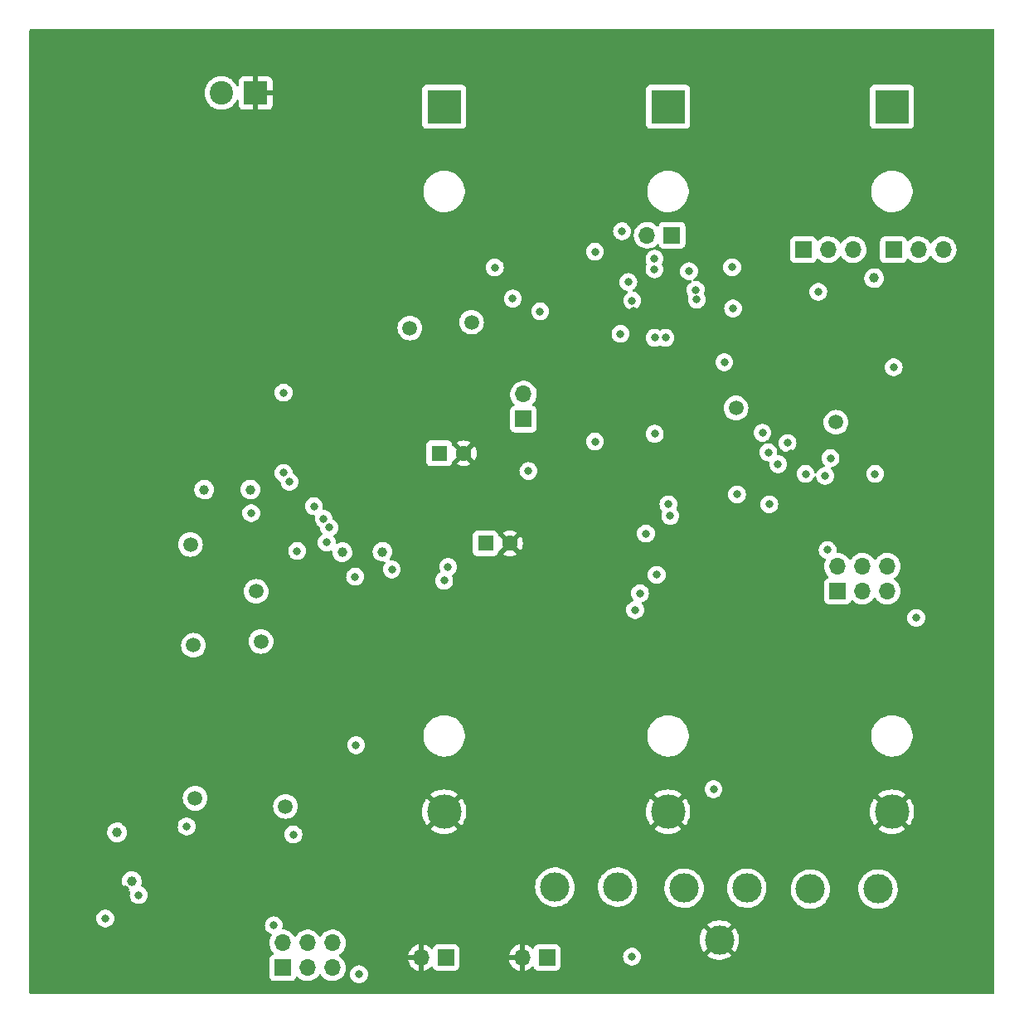
<source format=gbr>
%TF.GenerationSoftware,KiCad,Pcbnew,6.0.2-378541a8eb~116~ubuntu20.04.1*%
%TF.CreationDate,2022-04-05T22:24:08-04:00*%
%TF.ProjectId,power_board,706f7765-725f-4626-9f61-72642e6b6963,rev?*%
%TF.SameCoordinates,Original*%
%TF.FileFunction,Copper,L3,Inr*%
%TF.FilePolarity,Positive*%
%FSLAX46Y46*%
G04 Gerber Fmt 4.6, Leading zero omitted, Abs format (unit mm)*
G04 Created by KiCad (PCBNEW 6.0.2-378541a8eb~116~ubuntu20.04.1) date 2022-04-05 22:24:08*
%MOMM*%
%LPD*%
G01*
G04 APERTURE LIST*
%TA.AperFunction,ComponentPad*%
%ADD10C,3.000000*%
%TD*%
%TA.AperFunction,ComponentPad*%
%ADD11R,1.600000X1.600000*%
%TD*%
%TA.AperFunction,ComponentPad*%
%ADD12C,1.600000*%
%TD*%
%TA.AperFunction,ComponentPad*%
%ADD13R,1.700000X1.700000*%
%TD*%
%TA.AperFunction,ComponentPad*%
%ADD14O,1.700000X1.700000*%
%TD*%
%TA.AperFunction,ComponentPad*%
%ADD15R,2.400000X2.400000*%
%TD*%
%TA.AperFunction,ComponentPad*%
%ADD16C,2.400000*%
%TD*%
%TA.AperFunction,ComponentPad*%
%ADD17R,3.500000X3.500000*%
%TD*%
%TA.AperFunction,ComponentPad*%
%ADD18C,3.500000*%
%TD*%
%TA.AperFunction,ViaPad*%
%ADD19C,0.800000*%
%TD*%
%TA.AperFunction,ViaPad*%
%ADD20C,1.000000*%
%TD*%
%TA.AperFunction,ViaPad*%
%ADD21C,1.500000*%
%TD*%
G04 APERTURE END LIST*
D10*
%TO.N,GND*%
%TO.C,TP18*%
X107500000Y-113200000D03*
%TD*%
D11*
%TO.N,Net-(C11-Pad1)*%
%TO.C,C11*%
X83617620Y-72700000D03*
D12*
%TO.N,GND*%
X86117620Y-72700000D03*
%TD*%
D13*
%TO.N,SDA*%
%TO.C,J10*%
X102662500Y-41225000D03*
D14*
%TO.N,SCL*%
X100122500Y-41225000D03*
%TD*%
D13*
%TO.N,TP12*%
%TO.C,J6*%
X116075000Y-42700000D03*
D14*
%TO.N,TP15*%
X118615000Y-42700000D03*
%TO.N,TP17*%
X121155000Y-42700000D03*
%TD*%
D10*
%TO.N,TP17*%
%TO.C,TP17*%
X123700000Y-108000000D03*
%TD*%
D13*
%TO.N,RUN_5*%
%TO.C,J13*%
X79600000Y-115000000D03*
D14*
%TO.N,GND*%
X77060000Y-115000000D03*
%TD*%
D10*
%TO.N,TP14*%
%TO.C,TP14*%
X103900000Y-107900000D03*
%TD*%
D15*
%TO.N,GND*%
%TO.C,J1*%
X60150000Y-26700000D03*
D16*
%TO.N,TP16*%
X56650000Y-26700000D03*
%TD*%
D10*
%TO.N,TP15*%
%TO.C,TP15*%
X110300000Y-107900000D03*
%TD*%
D13*
%TO.N,Net-(J8-Pad1)*%
%TO.C,J8*%
X62920000Y-116040000D03*
D14*
%TO.N,unconnected-(J8-Pad2)*%
X62920000Y-113500000D03*
%TO.N,Net-(J8-Pad3)*%
X65460000Y-116040000D03*
%TO.N,RUN_3.3*%
X65460000Y-113500000D03*
%TO.N,unconnected-(J8-Pad5)*%
X68000000Y-116040000D03*
%TO.N,Net-(J8-Pad6)*%
X68000000Y-113500000D03*
%TD*%
D10*
%TO.N,TP16*%
%TO.C,TP16*%
X116800000Y-108000000D03*
%TD*%
D13*
%TO.N,TP12*%
%TO.C,J7*%
X125275000Y-42700000D03*
D14*
%TO.N,TP15*%
X127815000Y-42700000D03*
%TO.N,TP17*%
X130355000Y-42700000D03*
%TD*%
D13*
%TO.N,TP13*%
%TO.C,J2*%
X87500000Y-60000000D03*
D14*
%TO.N,TP14*%
X87500000Y-57460000D03*
%TD*%
D10*
%TO.N,TP12*%
%TO.C,TP12*%
X90700000Y-107800000D03*
%TD*%
D13*
%TO.N,RUN_3.3*%
%TO.C,J12*%
X89900000Y-115000000D03*
D14*
%TO.N,GND*%
X87360000Y-115000000D03*
%TD*%
D10*
%TO.N,TP13*%
%TO.C,TP13*%
X97100000Y-107800000D03*
%TD*%
D13*
%TO.N,Net-(J3-Pad1)*%
%TO.C,J3*%
X119571200Y-77575000D03*
D14*
%TO.N,unconnected-(J3-Pad2)*%
X119571200Y-75035000D03*
%TO.N,Net-(J3-Pad3)*%
X122111200Y-77575000D03*
%TO.N,RUN_5*%
X122111200Y-75035000D03*
%TO.N,unconnected-(J3-Pad5)*%
X124651200Y-77575000D03*
%TO.N,Net-(J3-Pad6)*%
X124651200Y-75035000D03*
%TD*%
D11*
%TO.N,Net-(C10-Pad1)*%
%TO.C,C9*%
X78900000Y-63500000D03*
D12*
%TO.N,GND*%
X81400000Y-63500000D03*
%TD*%
D17*
%TO.N,TP12*%
%TO.C,BT2*%
X125120000Y-28100000D03*
D18*
%TO.N,GND*%
X125120000Y-100100000D03*
%TD*%
D17*
%TO.N,TP12*%
%TO.C,BT1*%
X102260000Y-28100000D03*
D18*
%TO.N,GND*%
X102260000Y-100100000D03*
%TD*%
D17*
%TO.N,TP12*%
%TO.C,BT3*%
X79400000Y-28100000D03*
D18*
%TO.N,GND*%
X79400000Y-100100000D03*
%TD*%
D19*
%TO.N,TP15*%
X108800000Y-44500000D03*
X106900000Y-97800000D03*
X108900000Y-48700000D03*
X70400000Y-93300000D03*
X108000000Y-54200000D03*
%TO.N,TP12*%
X89200000Y-49000000D03*
D20*
X123300000Y-45600000D03*
D19*
X63000000Y-57300000D03*
%TO.N,TP16*%
X88000000Y-65300000D03*
D21*
X82200000Y-50100000D03*
X75900000Y-50700000D03*
D19*
X99400000Y-77800000D03*
%TO.N,IV_IN+1*%
X94800000Y-42900000D03*
X97560200Y-40813000D03*
X100872000Y-43627487D03*
X105076027Y-46808216D03*
%TO.N,IV_IN-1*%
X100872000Y-44700000D03*
X105200000Y-47800000D03*
%TO.N,IV_IN+3*%
X86400500Y-47700000D03*
X98600000Y-47900000D03*
%TO.N,IV_IN-3*%
X98200000Y-46000000D03*
X84572535Y-44527465D03*
%TO.N,Net-(C11-Pad1)*%
X64378521Y-73468258D03*
D20*
X69000701Y-73599299D03*
D19*
X63600000Y-66400000D03*
D20*
X73100000Y-73549500D03*
D21*
%TO.N,Net-(C13-Pad1)*%
X109200000Y-58866600D03*
X119400000Y-60325000D03*
D19*
X94800000Y-62300000D03*
X102483049Y-69883048D03*
%TO.N,Net-(C16-Pad1)*%
X67100000Y-70200000D03*
X70300000Y-76100000D03*
%TO.N,Net-(C19-Pad1)*%
X66100000Y-68900000D03*
X67655071Y-71075500D03*
%TO.N,Net-(C20-Pad1)*%
X112600000Y-68700000D03*
X112500000Y-63400000D03*
%TO.N,Net-(C20-Pad2)*%
X111900000Y-61400000D03*
X113500000Y-64600000D03*
%TO.N,Net-(C22-Pad1)*%
X118300000Y-65800000D03*
X116300000Y-65600000D03*
D21*
%TO.N,Net-(C23-Pad1)*%
X60700000Y-82700000D03*
X60200000Y-77600000D03*
%TO.N,Net-(C26-Pad1)*%
X53800000Y-83100000D03*
X53500000Y-72800000D03*
D19*
%TO.N,TP17*%
X125300000Y-54700000D03*
X97400000Y-51300000D03*
X127600000Y-80300000D03*
X117600000Y-47000000D03*
D20*
%TO.N,Net-(C36-Pad1)*%
X47500000Y-107200000D03*
D21*
X63200000Y-99550000D03*
D20*
X46000000Y-102200000D03*
D21*
X53975000Y-98725000D03*
D19*
%TO.N,TP14*%
X98900000Y-79500000D03*
%TO.N,Net-(J3-Pad1)*%
X118550000Y-73375000D03*
%TO.N,Net-(R11-Pad1)*%
X100900000Y-61500000D03*
X102300000Y-68700000D03*
%TO.N,Net-(R10-Pad2)*%
X101100000Y-75900000D03*
X100000000Y-71700000D03*
%TO.N,Net-(R15-Pad1)*%
X67400000Y-72600000D03*
X79400000Y-76500000D03*
%TO.N,Net-(R18-Pad1)*%
X79800000Y-75100000D03*
X74050498Y-75350000D03*
%TO.N,Net-(R19-Pad1)*%
X114462020Y-62442300D03*
X118853652Y-63992406D03*
D20*
%TO.N,Net-(R27-Pad1)*%
X59600000Y-67200000D03*
X54900000Y-67200000D03*
D19*
%TO.N,Net-(R27-Pad2)*%
X63000000Y-65500000D03*
X59700000Y-69600000D03*
%TO.N,Net-(R41-Pad2)*%
X48200000Y-108600000D03*
X44800000Y-111000000D03*
%TO.N,Net-(R44-Pad1)*%
X64000000Y-102424500D03*
X53100000Y-101600000D03*
%TO.N,SCL*%
X100900000Y-51700000D03*
%TO.N,SDA*%
X102000000Y-51700000D03*
X104400000Y-44900000D03*
%TO.N,RUN_5*%
X123400000Y-65600000D03*
X109300000Y-67700000D03*
X98575000Y-114900000D03*
%TO.N,RUN_3.3*%
X70700000Y-116700000D03*
X62000000Y-111700000D03*
%TO.N,GND*%
X121725000Y-60525000D03*
X61400000Y-89000000D03*
D20*
X80600000Y-73000000D03*
X107000000Y-61700000D03*
D19*
X132600000Y-65200000D03*
X105700000Y-66000000D03*
X62800000Y-72100000D03*
X70400000Y-66700000D03*
X57200000Y-97400000D03*
D20*
X48632860Y-80367140D03*
D19*
X119000000Y-62000000D03*
X62850500Y-70400000D03*
X50400000Y-101400000D03*
X58300000Y-96900000D03*
X110100000Y-51300000D03*
X96700000Y-63400000D03*
X43400000Y-103100000D03*
X125000000Y-50300000D03*
X44400000Y-107100000D03*
D20*
X68700000Y-81700000D03*
X48500000Y-78800000D03*
D19*
X129800000Y-50100000D03*
X68900000Y-111100000D03*
D20*
X76000000Y-54300000D03*
D19*
X64400000Y-100925500D03*
X132600000Y-57700000D03*
X79600000Y-49300000D03*
X76300000Y-108600000D03*
D20*
X102571398Y-61828602D03*
D19*
X97000000Y-46900000D03*
X56500000Y-88900000D03*
X46800000Y-101200000D03*
X43100000Y-104900000D03*
X110000000Y-65300000D03*
D21*
X65200000Y-50400000D03*
D20*
X56100000Y-53900000D03*
D19*
X73700000Y-88900000D03*
X76400000Y-103700000D03*
X115700000Y-53300000D03*
X117600000Y-50200000D03*
D20*
X45700000Y-62400000D03*
D19*
X98500000Y-65000000D03*
X71600000Y-68200000D03*
D20*
X68700000Y-54100000D03*
D19*
X53700000Y-108500000D03*
D21*
X83000000Y-67300000D03*
D20*
X63500000Y-81400000D03*
D19*
X53800000Y-110300000D03*
X94000000Y-65300000D03*
X124800000Y-72700000D03*
D20*
X104700000Y-61700000D03*
D19*
X46786492Y-108043781D03*
X48250000Y-73050000D03*
X62850500Y-71200000D03*
D20*
X48400000Y-61700000D03*
X75615609Y-75342765D03*
D19*
X132500000Y-70000000D03*
X94000000Y-67300000D03*
X131500000Y-50100000D03*
X76200000Y-110300000D03*
D20*
X75900000Y-81100000D03*
D19*
X132500000Y-71800000D03*
D20*
X51300000Y-54100000D03*
D19*
X68600000Y-95600000D03*
X97800000Y-66100000D03*
X68800000Y-88900000D03*
X66700000Y-65800000D03*
X112700000Y-50300000D03*
X116900000Y-72900000D03*
X44200000Y-102700000D03*
X120000000Y-56200000D03*
X73700000Y-111100000D03*
X70900000Y-70900000D03*
X107150500Y-66100000D03*
X98800000Y-68900000D03*
X59200000Y-102700000D03*
D20*
X62000000Y-81600000D03*
D19*
X132600000Y-52900000D03*
X110100000Y-72000000D03*
X60700000Y-59000000D03*
D20*
X48800000Y-66200000D03*
X76200000Y-68900000D03*
D19*
X114800000Y-63500000D03*
D21*
X67000000Y-52300000D03*
D19*
X56600000Y-110900000D03*
D20*
X76200000Y-66800000D03*
D19*
X53700000Y-91300000D03*
X109800000Y-70100000D03*
X110200000Y-53600000D03*
D20*
X56100000Y-81500000D03*
D19*
X93900000Y-63300000D03*
X124900000Y-56400000D03*
X54100000Y-103800000D03*
D20*
X76300000Y-61100000D03*
D19*
X52900000Y-105500000D03*
X101900000Y-72600000D03*
X53800000Y-89700000D03*
D20*
X73500000Y-54100000D03*
D19*
X54500000Y-63300000D03*
D20*
X48800000Y-67900000D03*
D19*
X76300000Y-96200000D03*
X51800000Y-101500000D03*
X45200000Y-106600000D03*
X60300000Y-110900000D03*
X47200000Y-111200000D03*
X112800000Y-72800000D03*
D20*
X59200000Y-91400000D03*
D21*
X70000000Y-78700000D03*
D19*
X111000000Y-50200000D03*
X98800000Y-68100000D03*
X79300000Y-48400000D03*
X97600000Y-63800000D03*
X98690879Y-48949662D03*
X99200000Y-50800000D03*
D20*
X76400000Y-56350500D03*
D19*
X125200000Y-67600000D03*
X76400000Y-89700000D03*
X76400000Y-91400000D03*
X65725000Y-99625000D03*
X129900000Y-72600000D03*
D20*
X48400000Y-56800000D03*
D19*
X53900000Y-96300000D03*
D20*
X51200000Y-81600000D03*
D19*
X48300000Y-101200000D03*
D21*
X44900000Y-85700000D03*
D20*
X109600000Y-57100000D03*
D19*
X113800000Y-56400000D03*
D20*
X60900000Y-54200000D03*
X73500000Y-81500000D03*
D21*
X42800000Y-86100000D03*
D20*
X63500000Y-54200000D03*
X75900000Y-79000000D03*
X48900000Y-69600000D03*
D19*
X67000000Y-95600000D03*
D20*
X71100000Y-74749000D03*
X108949500Y-61588480D03*
D19*
X64317572Y-94987860D03*
X64300000Y-96400000D03*
D20*
X48900000Y-54400000D03*
%TD*%
%TA.AperFunction,Conductor*%
%TO.N,GND*%
G36*
X135534121Y-20203002D02*
G01*
X135580614Y-20256658D01*
X135592000Y-20309000D01*
X135592000Y-118566000D01*
X135571998Y-118634121D01*
X135518342Y-118680614D01*
X135466000Y-118692000D01*
X37159000Y-118692000D01*
X37090879Y-118671998D01*
X37044386Y-118618342D01*
X37033000Y-118566000D01*
X37033000Y-111000000D01*
X43886496Y-111000000D01*
X43906458Y-111189928D01*
X43965473Y-111371556D01*
X43968776Y-111377278D01*
X43968777Y-111377279D01*
X44002686Y-111436010D01*
X44060960Y-111536944D01*
X44065378Y-111541851D01*
X44065379Y-111541852D01*
X44128991Y-111612500D01*
X44188747Y-111678866D01*
X44343248Y-111791118D01*
X44349276Y-111793802D01*
X44349278Y-111793803D01*
X44511681Y-111866109D01*
X44517712Y-111868794D01*
X44586263Y-111883365D01*
X44698056Y-111907128D01*
X44698061Y-111907128D01*
X44704513Y-111908500D01*
X44895487Y-111908500D01*
X44901939Y-111907128D01*
X44901944Y-111907128D01*
X45013737Y-111883365D01*
X45082288Y-111868794D01*
X45088319Y-111866109D01*
X45250722Y-111793803D01*
X45250724Y-111793802D01*
X45256752Y-111791118D01*
X45382165Y-111700000D01*
X61086496Y-111700000D01*
X61087186Y-111706565D01*
X61103955Y-111866109D01*
X61106458Y-111889928D01*
X61165473Y-112071556D01*
X61260960Y-112236944D01*
X61265378Y-112241851D01*
X61265379Y-112241852D01*
X61373652Y-112362101D01*
X61388747Y-112378866D01*
X61543248Y-112491118D01*
X61549276Y-112493802D01*
X61549278Y-112493803D01*
X61649878Y-112538593D01*
X61717712Y-112568794D01*
X61718071Y-112568870D01*
X61774769Y-112607636D01*
X61802408Y-112673032D01*
X61790304Y-112742989D01*
X61781322Y-112758397D01*
X61734743Y-112826680D01*
X61640688Y-113029305D01*
X61580989Y-113244570D01*
X61557251Y-113466695D01*
X61557548Y-113471848D01*
X61557548Y-113471851D01*
X61563202Y-113569908D01*
X61570110Y-113689715D01*
X61571247Y-113694761D01*
X61571248Y-113694767D01*
X61584906Y-113755369D01*
X61619222Y-113907639D01*
X61680673Y-114058976D01*
X61700938Y-114108882D01*
X61703266Y-114114616D01*
X61754019Y-114197438D01*
X61817291Y-114300688D01*
X61819987Y-114305088D01*
X61966250Y-114473938D01*
X61970230Y-114477242D01*
X61974981Y-114481187D01*
X62014616Y-114540090D01*
X62016113Y-114611071D01*
X61978997Y-114671593D01*
X61938725Y-114696112D01*
X61850095Y-114729338D01*
X61823295Y-114739385D01*
X61706739Y-114826739D01*
X61619385Y-114943295D01*
X61568255Y-115079684D01*
X61561500Y-115141866D01*
X61561500Y-116938134D01*
X61568255Y-117000316D01*
X61619385Y-117136705D01*
X61706739Y-117253261D01*
X61823295Y-117340615D01*
X61959684Y-117391745D01*
X62021866Y-117398500D01*
X63818134Y-117398500D01*
X63880316Y-117391745D01*
X64016705Y-117340615D01*
X64133261Y-117253261D01*
X64220615Y-117136705D01*
X64242893Y-117077279D01*
X64264598Y-117019382D01*
X64307240Y-116962618D01*
X64373802Y-116937918D01*
X64443150Y-116953126D01*
X64477817Y-116981114D01*
X64506250Y-117013938D01*
X64678126Y-117156632D01*
X64871000Y-117269338D01*
X65079692Y-117349030D01*
X65084760Y-117350061D01*
X65084763Y-117350062D01*
X65192017Y-117371883D01*
X65298597Y-117393567D01*
X65303772Y-117393757D01*
X65303774Y-117393757D01*
X65516673Y-117401564D01*
X65516677Y-117401564D01*
X65521837Y-117401753D01*
X65526957Y-117401097D01*
X65526959Y-117401097D01*
X65738288Y-117374025D01*
X65738289Y-117374025D01*
X65743416Y-117373368D01*
X65748366Y-117371883D01*
X65952429Y-117310661D01*
X65952434Y-117310659D01*
X65957384Y-117309174D01*
X66157994Y-117210896D01*
X66339860Y-117081173D01*
X66498096Y-116923489D01*
X66628453Y-116742077D01*
X66629776Y-116743028D01*
X66676645Y-116699857D01*
X66746580Y-116687625D01*
X66812026Y-116715144D01*
X66839875Y-116746994D01*
X66899987Y-116845088D01*
X67046250Y-117013938D01*
X67218126Y-117156632D01*
X67411000Y-117269338D01*
X67619692Y-117349030D01*
X67624760Y-117350061D01*
X67624763Y-117350062D01*
X67732017Y-117371883D01*
X67838597Y-117393567D01*
X67843772Y-117393757D01*
X67843774Y-117393757D01*
X68056673Y-117401564D01*
X68056677Y-117401564D01*
X68061837Y-117401753D01*
X68066957Y-117401097D01*
X68066959Y-117401097D01*
X68278288Y-117374025D01*
X68278289Y-117374025D01*
X68283416Y-117373368D01*
X68288366Y-117371883D01*
X68492429Y-117310661D01*
X68492434Y-117310659D01*
X68497384Y-117309174D01*
X68697994Y-117210896D01*
X68879860Y-117081173D01*
X69038096Y-116923489D01*
X69168453Y-116742077D01*
X69189249Y-116700000D01*
X69786496Y-116700000D01*
X69806458Y-116889928D01*
X69865473Y-117071556D01*
X69868776Y-117077278D01*
X69868777Y-117077279D01*
X69871025Y-117081173D01*
X69960960Y-117236944D01*
X69965378Y-117241851D01*
X69965379Y-117241852D01*
X70084325Y-117373955D01*
X70088747Y-117378866D01*
X70243248Y-117491118D01*
X70249276Y-117493802D01*
X70249278Y-117493803D01*
X70411681Y-117566109D01*
X70417712Y-117568794D01*
X70511112Y-117588647D01*
X70598056Y-117607128D01*
X70598061Y-117607128D01*
X70604513Y-117608500D01*
X70795487Y-117608500D01*
X70801939Y-117607128D01*
X70801944Y-117607128D01*
X70888888Y-117588647D01*
X70982288Y-117568794D01*
X70988319Y-117566109D01*
X71150722Y-117493803D01*
X71150724Y-117493802D01*
X71156752Y-117491118D01*
X71311253Y-117378866D01*
X71315675Y-117373955D01*
X71434621Y-117241852D01*
X71434622Y-117241851D01*
X71439040Y-117236944D01*
X71528975Y-117081173D01*
X71531223Y-117077279D01*
X71531224Y-117077278D01*
X71534527Y-117071556D01*
X71593542Y-116889928D01*
X71613504Y-116700000D01*
X71593542Y-116510072D01*
X71534527Y-116328444D01*
X71439040Y-116163056D01*
X71391186Y-116109908D01*
X71315675Y-116026045D01*
X71315674Y-116026044D01*
X71311253Y-116021134D01*
X71156752Y-115908882D01*
X71150724Y-115906198D01*
X71150722Y-115906197D01*
X70988319Y-115833891D01*
X70988318Y-115833891D01*
X70982288Y-115831206D01*
X70888888Y-115811353D01*
X70801944Y-115792872D01*
X70801939Y-115792872D01*
X70795487Y-115791500D01*
X70604513Y-115791500D01*
X70598061Y-115792872D01*
X70598056Y-115792872D01*
X70511112Y-115811353D01*
X70417712Y-115831206D01*
X70411682Y-115833891D01*
X70411681Y-115833891D01*
X70249278Y-115906197D01*
X70249276Y-115906198D01*
X70243248Y-115908882D01*
X70088747Y-116021134D01*
X70084326Y-116026044D01*
X70084325Y-116026045D01*
X70008815Y-116109908D01*
X69960960Y-116163056D01*
X69865473Y-116328444D01*
X69806458Y-116510072D01*
X69786496Y-116700000D01*
X69189249Y-116700000D01*
X69189320Y-116699857D01*
X69265136Y-116546453D01*
X69265137Y-116546451D01*
X69267430Y-116541811D01*
X69323124Y-116358500D01*
X69330865Y-116333023D01*
X69330865Y-116333021D01*
X69332370Y-116328069D01*
X69361529Y-116106590D01*
X69361976Y-116088297D01*
X69363074Y-116043365D01*
X69363074Y-116043361D01*
X69363156Y-116040000D01*
X69344852Y-115817361D01*
X69290431Y-115600702D01*
X69201354Y-115395840D01*
X69161906Y-115334862D01*
X69118629Y-115267966D01*
X75728257Y-115267966D01*
X75758565Y-115402446D01*
X75761645Y-115412275D01*
X75841770Y-115609603D01*
X75846413Y-115618794D01*
X75957694Y-115800388D01*
X75963777Y-115808699D01*
X76103213Y-115969667D01*
X76110580Y-115976883D01*
X76274434Y-116112916D01*
X76282881Y-116118831D01*
X76466756Y-116226279D01*
X76476042Y-116230729D01*
X76675001Y-116306703D01*
X76684899Y-116309579D01*
X76788250Y-116330606D01*
X76802299Y-116329410D01*
X76806000Y-116319065D01*
X76806000Y-116318517D01*
X77314000Y-116318517D01*
X77318064Y-116332359D01*
X77331478Y-116334393D01*
X77338184Y-116333534D01*
X77348262Y-116331392D01*
X77552255Y-116270191D01*
X77561842Y-116266433D01*
X77753095Y-116172739D01*
X77761945Y-116167464D01*
X77935328Y-116043792D01*
X77943193Y-116037145D01*
X78047897Y-115932805D01*
X78110268Y-115898889D01*
X78181075Y-115904077D01*
X78237837Y-115946723D01*
X78254819Y-115977826D01*
X78299385Y-116096705D01*
X78386739Y-116213261D01*
X78503295Y-116300615D01*
X78639684Y-116351745D01*
X78701866Y-116358500D01*
X80498134Y-116358500D01*
X80560316Y-116351745D01*
X80696705Y-116300615D01*
X80813261Y-116213261D01*
X80900615Y-116096705D01*
X80951745Y-115960316D01*
X80958500Y-115898134D01*
X80958500Y-115267966D01*
X86028257Y-115267966D01*
X86058565Y-115402446D01*
X86061645Y-115412275D01*
X86141770Y-115609603D01*
X86146413Y-115618794D01*
X86257694Y-115800388D01*
X86263777Y-115808699D01*
X86403213Y-115969667D01*
X86410580Y-115976883D01*
X86574434Y-116112916D01*
X86582881Y-116118831D01*
X86766756Y-116226279D01*
X86776042Y-116230729D01*
X86975001Y-116306703D01*
X86984899Y-116309579D01*
X87088250Y-116330606D01*
X87102299Y-116329410D01*
X87106000Y-116319065D01*
X87106000Y-116318517D01*
X87614000Y-116318517D01*
X87618064Y-116332359D01*
X87631478Y-116334393D01*
X87638184Y-116333534D01*
X87648262Y-116331392D01*
X87852255Y-116270191D01*
X87861842Y-116266433D01*
X88053095Y-116172739D01*
X88061945Y-116167464D01*
X88235328Y-116043792D01*
X88243193Y-116037145D01*
X88347897Y-115932805D01*
X88410268Y-115898889D01*
X88481075Y-115904077D01*
X88537837Y-115946723D01*
X88554819Y-115977826D01*
X88599385Y-116096705D01*
X88686739Y-116213261D01*
X88803295Y-116300615D01*
X88939684Y-116351745D01*
X89001866Y-116358500D01*
X90798134Y-116358500D01*
X90860316Y-116351745D01*
X90996705Y-116300615D01*
X91113261Y-116213261D01*
X91200615Y-116096705D01*
X91251745Y-115960316D01*
X91258500Y-115898134D01*
X91258500Y-114900000D01*
X97661496Y-114900000D01*
X97662186Y-114906565D01*
X97679604Y-115072285D01*
X97681458Y-115089928D01*
X97740473Y-115271556D01*
X97835960Y-115436944D01*
X97963747Y-115578866D01*
X98118248Y-115691118D01*
X98124276Y-115693802D01*
X98124278Y-115693803D01*
X98286681Y-115766109D01*
X98292712Y-115768794D01*
X98386113Y-115788647D01*
X98473056Y-115807128D01*
X98473061Y-115807128D01*
X98479513Y-115808500D01*
X98670487Y-115808500D01*
X98676939Y-115807128D01*
X98676944Y-115807128D01*
X98763887Y-115788647D01*
X98857288Y-115768794D01*
X98863319Y-115766109D01*
X99025722Y-115693803D01*
X99025724Y-115693802D01*
X99031752Y-115691118D01*
X99186253Y-115578866D01*
X99314040Y-115436944D01*
X99409527Y-115271556D01*
X99468542Y-115089928D01*
X99470397Y-115072285D01*
X99487814Y-114906565D01*
X99488504Y-114900000D01*
X99480679Y-114825551D01*
X99476906Y-114789654D01*
X106275618Y-114789654D01*
X106282673Y-114799627D01*
X106313679Y-114825551D01*
X106320598Y-114830579D01*
X106545272Y-114971515D01*
X106552807Y-114975556D01*
X106794520Y-115084694D01*
X106802551Y-115087680D01*
X107056832Y-115163002D01*
X107065184Y-115164869D01*
X107327340Y-115204984D01*
X107335874Y-115205700D01*
X107601045Y-115209867D01*
X107609596Y-115209418D01*
X107872883Y-115177557D01*
X107881284Y-115175955D01*
X108137824Y-115108653D01*
X108145926Y-115105926D01*
X108390949Y-115004434D01*
X108398617Y-115000628D01*
X108627598Y-114866822D01*
X108634679Y-114862009D01*
X108714655Y-114799301D01*
X108723125Y-114787442D01*
X108716608Y-114775818D01*
X107512812Y-113572022D01*
X107498868Y-113564408D01*
X107497035Y-113564539D01*
X107490420Y-113568790D01*
X106282910Y-114776300D01*
X106275618Y-114789654D01*
X99476906Y-114789654D01*
X99469232Y-114716635D01*
X99469232Y-114716633D01*
X99468542Y-114710072D01*
X99409527Y-114528444D01*
X99314040Y-114363056D01*
X99277658Y-114322649D01*
X99190675Y-114226045D01*
X99190674Y-114226044D01*
X99186253Y-114221134D01*
X99031752Y-114108882D01*
X99025724Y-114106198D01*
X99025722Y-114106197D01*
X98863319Y-114033891D01*
X98863318Y-114033891D01*
X98857288Y-114031206D01*
X98763888Y-114011353D01*
X98676944Y-113992872D01*
X98676939Y-113992872D01*
X98670487Y-113991500D01*
X98479513Y-113991500D01*
X98473061Y-113992872D01*
X98473056Y-113992872D01*
X98386112Y-114011353D01*
X98292712Y-114031206D01*
X98286682Y-114033891D01*
X98286681Y-114033891D01*
X98124278Y-114106197D01*
X98124276Y-114106198D01*
X98118248Y-114108882D01*
X97963747Y-114221134D01*
X97959326Y-114226044D01*
X97959325Y-114226045D01*
X97872343Y-114322649D01*
X97835960Y-114363056D01*
X97740473Y-114528444D01*
X97681458Y-114710072D01*
X97680768Y-114716633D01*
X97680768Y-114716635D01*
X97669321Y-114825551D01*
X97661496Y-114900000D01*
X91258500Y-114900000D01*
X91258500Y-114101866D01*
X91251745Y-114039684D01*
X91200615Y-113903295D01*
X91113261Y-113786739D01*
X90996705Y-113699385D01*
X90860316Y-113648255D01*
X90798134Y-113641500D01*
X89001866Y-113641500D01*
X88939684Y-113648255D01*
X88803295Y-113699385D01*
X88686739Y-113786739D01*
X88599385Y-113903295D01*
X88596233Y-113911703D01*
X88596232Y-113911705D01*
X88554722Y-114022433D01*
X88512081Y-114079198D01*
X88445519Y-114103898D01*
X88376170Y-114088691D01*
X88343546Y-114063004D01*
X88292799Y-114007234D01*
X88285273Y-114000215D01*
X88118139Y-113868222D01*
X88109552Y-113862517D01*
X87923117Y-113759599D01*
X87913705Y-113755369D01*
X87712959Y-113684280D01*
X87702988Y-113681646D01*
X87631837Y-113668972D01*
X87618540Y-113670432D01*
X87614000Y-113684989D01*
X87614000Y-116318517D01*
X87106000Y-116318517D01*
X87106000Y-115272115D01*
X87101525Y-115256876D01*
X87100135Y-115255671D01*
X87092452Y-115254000D01*
X86043225Y-115254000D01*
X86029694Y-115257973D01*
X86028257Y-115267966D01*
X80958500Y-115267966D01*
X80958500Y-114734183D01*
X86024389Y-114734183D01*
X86025912Y-114742607D01*
X86038292Y-114746000D01*
X87087885Y-114746000D01*
X87103124Y-114741525D01*
X87104329Y-114740135D01*
X87106000Y-114732452D01*
X87106000Y-113683102D01*
X87102082Y-113669758D01*
X87087806Y-113667771D01*
X87049324Y-113673660D01*
X87039288Y-113676051D01*
X86836868Y-113742212D01*
X86827359Y-113746209D01*
X86638463Y-113844542D01*
X86629738Y-113850036D01*
X86459433Y-113977905D01*
X86451726Y-113984748D01*
X86304590Y-114138717D01*
X86298104Y-114146727D01*
X86178098Y-114322649D01*
X86173000Y-114331623D01*
X86083338Y-114524783D01*
X86079775Y-114534470D01*
X86024389Y-114734183D01*
X80958500Y-114734183D01*
X80958500Y-114101866D01*
X80951745Y-114039684D01*
X80900615Y-113903295D01*
X80813261Y-113786739D01*
X80696705Y-113699385D01*
X80560316Y-113648255D01*
X80498134Y-113641500D01*
X78701866Y-113641500D01*
X78639684Y-113648255D01*
X78503295Y-113699385D01*
X78386739Y-113786739D01*
X78299385Y-113903295D01*
X78296233Y-113911703D01*
X78296232Y-113911705D01*
X78254722Y-114022433D01*
X78212081Y-114079198D01*
X78145519Y-114103898D01*
X78076170Y-114088691D01*
X78043546Y-114063004D01*
X77992799Y-114007234D01*
X77985273Y-114000215D01*
X77818139Y-113868222D01*
X77809552Y-113862517D01*
X77623117Y-113759599D01*
X77613705Y-113755369D01*
X77412959Y-113684280D01*
X77402988Y-113681646D01*
X77331837Y-113668972D01*
X77318540Y-113670432D01*
X77314000Y-113684989D01*
X77314000Y-116318517D01*
X76806000Y-116318517D01*
X76806000Y-115272115D01*
X76801525Y-115256876D01*
X76800135Y-115255671D01*
X76792452Y-115254000D01*
X75743225Y-115254000D01*
X75729694Y-115257973D01*
X75728257Y-115267966D01*
X69118629Y-115267966D01*
X69082822Y-115212617D01*
X69082820Y-115212614D01*
X69080014Y-115208277D01*
X68929670Y-115043051D01*
X68925619Y-115039852D01*
X68925615Y-115039848D01*
X68758414Y-114907800D01*
X68758410Y-114907798D01*
X68754359Y-114904598D01*
X68713053Y-114881796D01*
X68663084Y-114831364D01*
X68648312Y-114761921D01*
X68658803Y-114734183D01*
X75724389Y-114734183D01*
X75725912Y-114742607D01*
X75738292Y-114746000D01*
X76787885Y-114746000D01*
X76803124Y-114741525D01*
X76804329Y-114740135D01*
X76806000Y-114732452D01*
X76806000Y-113683102D01*
X76802082Y-113669758D01*
X76787806Y-113667771D01*
X76749324Y-113673660D01*
X76739288Y-113676051D01*
X76536868Y-113742212D01*
X76527359Y-113746209D01*
X76338463Y-113844542D01*
X76329738Y-113850036D01*
X76159433Y-113977905D01*
X76151726Y-113984748D01*
X76004590Y-114138717D01*
X75998104Y-114146727D01*
X75878098Y-114322649D01*
X75873000Y-114331623D01*
X75783338Y-114524783D01*
X75779775Y-114534470D01*
X75724389Y-114734183D01*
X68658803Y-114734183D01*
X68673428Y-114695516D01*
X68700780Y-114668909D01*
X68744603Y-114637650D01*
X68879860Y-114541173D01*
X68886587Y-114534470D01*
X69034435Y-114387137D01*
X69038096Y-114383489D01*
X69097594Y-114300689D01*
X69165435Y-114206277D01*
X69168453Y-114202077D01*
X69189320Y-114159857D01*
X69265136Y-114006453D01*
X69265137Y-114006451D01*
X69267430Y-114001811D01*
X69332370Y-113788069D01*
X69361529Y-113566590D01*
X69363156Y-113500000D01*
X69344852Y-113277361D01*
X69321201Y-113183204D01*
X105487665Y-113183204D01*
X105502932Y-113447969D01*
X105504005Y-113456470D01*
X105555065Y-113716722D01*
X105557276Y-113724974D01*
X105643184Y-113975894D01*
X105646499Y-113983779D01*
X105765664Y-114220713D01*
X105770020Y-114228079D01*
X105899347Y-114416250D01*
X105909601Y-114424594D01*
X105923342Y-114417448D01*
X107127978Y-113212812D01*
X107134356Y-113201132D01*
X107864408Y-113201132D01*
X107864539Y-113202965D01*
X107868790Y-113209580D01*
X109075730Y-114416520D01*
X109087939Y-114423187D01*
X109099439Y-114414497D01*
X109196831Y-114281913D01*
X109201418Y-114274685D01*
X109327962Y-114041621D01*
X109331530Y-114033827D01*
X109425271Y-113785750D01*
X109427748Y-113777544D01*
X109486954Y-113519038D01*
X109488294Y-113510577D01*
X109512031Y-113244616D01*
X109512277Y-113239677D01*
X109512666Y-113202485D01*
X109512523Y-113197519D01*
X109494362Y-112931123D01*
X109493201Y-112922649D01*
X109439419Y-112662944D01*
X109437120Y-112654709D01*
X109348588Y-112404705D01*
X109345191Y-112396854D01*
X109223550Y-112161178D01*
X109219122Y-112153866D01*
X109100031Y-111984417D01*
X109089509Y-111976037D01*
X109076121Y-111983089D01*
X107872022Y-113187188D01*
X107864408Y-113201132D01*
X107134356Y-113201132D01*
X107135592Y-113198868D01*
X107135461Y-113197035D01*
X107131210Y-113190420D01*
X105923814Y-111983024D01*
X105911804Y-111976466D01*
X105900064Y-111985434D01*
X105791935Y-112135911D01*
X105787418Y-112143196D01*
X105663325Y-112377567D01*
X105659839Y-112385395D01*
X105568700Y-112634446D01*
X105566311Y-112642670D01*
X105509812Y-112901795D01*
X105508563Y-112910250D01*
X105487754Y-113174653D01*
X105487665Y-113183204D01*
X69321201Y-113183204D01*
X69290431Y-113060702D01*
X69201354Y-112855840D01*
X69138319Y-112758403D01*
X69082822Y-112672617D01*
X69082820Y-112672614D01*
X69080014Y-112668277D01*
X68929670Y-112503051D01*
X68925619Y-112499852D01*
X68925615Y-112499848D01*
X68758414Y-112367800D01*
X68758410Y-112367798D01*
X68754359Y-112364598D01*
X68558789Y-112256638D01*
X68553920Y-112254914D01*
X68553916Y-112254912D01*
X68353087Y-112183795D01*
X68353083Y-112183794D01*
X68348212Y-112182069D01*
X68343119Y-112181162D01*
X68343116Y-112181161D01*
X68133373Y-112143800D01*
X68133367Y-112143799D01*
X68128284Y-112142894D01*
X68054452Y-112141992D01*
X67910081Y-112140228D01*
X67910079Y-112140228D01*
X67904911Y-112140165D01*
X67684091Y-112173955D01*
X67471756Y-112243357D01*
X67273607Y-112346507D01*
X67269474Y-112349610D01*
X67269471Y-112349612D01*
X67196094Y-112404705D01*
X67094965Y-112480635D01*
X67091393Y-112484373D01*
X66947980Y-112634446D01*
X66940629Y-112642138D01*
X66833201Y-112799621D01*
X66778293Y-112844621D01*
X66707768Y-112852792D01*
X66644021Y-112821538D01*
X66623324Y-112797054D01*
X66542822Y-112672617D01*
X66542820Y-112672614D01*
X66540014Y-112668277D01*
X66389670Y-112503051D01*
X66385619Y-112499852D01*
X66385615Y-112499848D01*
X66218414Y-112367800D01*
X66218410Y-112367798D01*
X66214359Y-112364598D01*
X66018789Y-112256638D01*
X66013920Y-112254914D01*
X66013916Y-112254912D01*
X65813087Y-112183795D01*
X65813083Y-112183794D01*
X65808212Y-112182069D01*
X65803119Y-112181162D01*
X65803116Y-112181161D01*
X65593373Y-112143800D01*
X65593367Y-112143799D01*
X65588284Y-112142894D01*
X65514452Y-112141992D01*
X65370081Y-112140228D01*
X65370079Y-112140228D01*
X65364911Y-112140165D01*
X65144091Y-112173955D01*
X64931756Y-112243357D01*
X64733607Y-112346507D01*
X64729474Y-112349610D01*
X64729471Y-112349612D01*
X64656094Y-112404705D01*
X64554965Y-112480635D01*
X64551393Y-112484373D01*
X64407980Y-112634446D01*
X64400629Y-112642138D01*
X64293201Y-112799621D01*
X64238293Y-112844621D01*
X64167768Y-112852792D01*
X64104021Y-112821538D01*
X64083324Y-112797054D01*
X64002822Y-112672617D01*
X64002820Y-112672614D01*
X64000014Y-112668277D01*
X63849670Y-112503051D01*
X63845619Y-112499852D01*
X63845615Y-112499848D01*
X63678414Y-112367800D01*
X63678410Y-112367798D01*
X63674359Y-112364598D01*
X63478789Y-112256638D01*
X63473920Y-112254914D01*
X63473916Y-112254912D01*
X63273087Y-112183795D01*
X63273083Y-112183794D01*
X63268212Y-112182069D01*
X63263119Y-112181162D01*
X63263116Y-112181161D01*
X63053373Y-112143800D01*
X63053367Y-112143799D01*
X63048284Y-112142894D01*
X63030882Y-112142681D01*
X62983486Y-112142102D01*
X62915615Y-112121268D01*
X62869781Y-112067049D01*
X62860537Y-111996656D01*
X62865191Y-111977184D01*
X62893542Y-111889928D01*
X62896046Y-111866109D01*
X62912814Y-111706565D01*
X62913504Y-111700000D01*
X62905492Y-111623770D01*
X62904308Y-111612500D01*
X106276584Y-111612500D01*
X106282980Y-111623770D01*
X107487188Y-112827978D01*
X107501132Y-112835592D01*
X107502965Y-112835461D01*
X107509580Y-112831210D01*
X108716604Y-111624186D01*
X108723795Y-111611017D01*
X108716473Y-111600780D01*
X108669233Y-111562115D01*
X108662261Y-111557160D01*
X108436122Y-111418582D01*
X108428552Y-111414624D01*
X108185704Y-111308022D01*
X108177644Y-111305120D01*
X107922592Y-111232467D01*
X107914214Y-111230685D01*
X107651656Y-111193318D01*
X107643111Y-111192691D01*
X107377908Y-111191302D01*
X107369374Y-111191839D01*
X107106433Y-111226456D01*
X107098035Y-111228149D01*
X106842238Y-111298127D01*
X106834143Y-111300946D01*
X106590199Y-111404997D01*
X106582577Y-111408881D01*
X106355013Y-111545075D01*
X106347981Y-111549962D01*
X106285053Y-111600377D01*
X106276584Y-111612500D01*
X62904308Y-111612500D01*
X62894232Y-111516635D01*
X62894232Y-111516633D01*
X62893542Y-111510072D01*
X62834527Y-111328444D01*
X62817024Y-111298127D01*
X62797314Y-111263990D01*
X62739040Y-111163056D01*
X62611253Y-111021134D01*
X62456752Y-110908882D01*
X62450724Y-110906198D01*
X62450722Y-110906197D01*
X62288319Y-110833891D01*
X62288318Y-110833891D01*
X62282288Y-110831206D01*
X62182861Y-110810072D01*
X62101944Y-110792872D01*
X62101939Y-110792872D01*
X62095487Y-110791500D01*
X61904513Y-110791500D01*
X61898061Y-110792872D01*
X61898056Y-110792872D01*
X61817139Y-110810072D01*
X61717712Y-110831206D01*
X61711682Y-110833891D01*
X61711681Y-110833891D01*
X61549278Y-110906197D01*
X61549276Y-110906198D01*
X61543248Y-110908882D01*
X61388747Y-111021134D01*
X61260960Y-111163056D01*
X61202686Y-111263990D01*
X61182977Y-111298127D01*
X61165473Y-111328444D01*
X61106458Y-111510072D01*
X61105768Y-111516633D01*
X61105768Y-111516635D01*
X61094508Y-111623770D01*
X61086496Y-111700000D01*
X45382165Y-111700000D01*
X45411253Y-111678866D01*
X45471009Y-111612500D01*
X45534621Y-111541852D01*
X45534622Y-111541851D01*
X45539040Y-111536944D01*
X45597314Y-111436010D01*
X45631223Y-111377279D01*
X45631224Y-111377278D01*
X45634527Y-111371556D01*
X45693542Y-111189928D01*
X45713504Y-111000000D01*
X45703645Y-110906197D01*
X45694232Y-110816635D01*
X45694232Y-110816633D01*
X45693542Y-110810072D01*
X45634527Y-110628444D01*
X45539040Y-110463056D01*
X45411253Y-110321134D01*
X45256752Y-110208882D01*
X45250724Y-110206198D01*
X45250722Y-110206197D01*
X45088319Y-110133891D01*
X45088318Y-110133891D01*
X45082288Y-110131206D01*
X44988888Y-110111353D01*
X44901944Y-110092872D01*
X44901939Y-110092872D01*
X44895487Y-110091500D01*
X44704513Y-110091500D01*
X44698061Y-110092872D01*
X44698056Y-110092872D01*
X44611112Y-110111353D01*
X44517712Y-110131206D01*
X44511682Y-110133891D01*
X44511681Y-110133891D01*
X44349278Y-110206197D01*
X44349276Y-110206198D01*
X44343248Y-110208882D01*
X44188747Y-110321134D01*
X44060960Y-110463056D01*
X43965473Y-110628444D01*
X43906458Y-110810072D01*
X43905768Y-110816633D01*
X43905768Y-110816635D01*
X43896355Y-110906197D01*
X43886496Y-111000000D01*
X37033000Y-111000000D01*
X37033000Y-107185851D01*
X46486719Y-107185851D01*
X46489987Y-107224771D01*
X46501226Y-107358612D01*
X46503268Y-107382934D01*
X46524968Y-107458612D01*
X46544515Y-107526778D01*
X46557783Y-107573050D01*
X46648187Y-107748956D01*
X46771035Y-107903953D01*
X46775728Y-107907947D01*
X46775729Y-107907948D01*
X46854102Y-107974648D01*
X46921650Y-108032136D01*
X47094294Y-108128624D01*
X47100154Y-108130528D01*
X47249081Y-108178917D01*
X47307687Y-108218990D01*
X47335324Y-108284387D01*
X47329978Y-108337685D01*
X47306458Y-108410072D01*
X47305768Y-108416633D01*
X47305768Y-108416635D01*
X47294367Y-108525108D01*
X47286496Y-108600000D01*
X47287186Y-108606565D01*
X47305430Y-108780144D01*
X47306458Y-108789928D01*
X47365473Y-108971556D01*
X47368776Y-108977278D01*
X47368777Y-108977279D01*
X47394001Y-109020968D01*
X47460960Y-109136944D01*
X47588747Y-109278866D01*
X47743248Y-109391118D01*
X47749276Y-109393802D01*
X47749278Y-109393803D01*
X47909354Y-109465073D01*
X47917712Y-109468794D01*
X48011113Y-109488647D01*
X48098056Y-109507128D01*
X48098061Y-109507128D01*
X48104513Y-109508500D01*
X48295487Y-109508500D01*
X48301939Y-109507128D01*
X48301944Y-109507128D01*
X48388887Y-109488647D01*
X48482288Y-109468794D01*
X48490646Y-109465073D01*
X48650722Y-109393803D01*
X48650724Y-109393802D01*
X48656752Y-109391118D01*
X48811253Y-109278866D01*
X48939040Y-109136944D01*
X49005999Y-109020968D01*
X49031223Y-108977279D01*
X49031224Y-108977278D01*
X49034527Y-108971556D01*
X49093542Y-108789928D01*
X49094571Y-108780144D01*
X49112814Y-108606565D01*
X49113504Y-108600000D01*
X49105633Y-108525108D01*
X49094232Y-108416635D01*
X49094232Y-108416633D01*
X49093542Y-108410072D01*
X49034527Y-108228444D01*
X49026727Y-108214933D01*
X48968991Y-108114933D01*
X48939040Y-108063056D01*
X48925513Y-108048032D01*
X48815675Y-107926045D01*
X48815674Y-107926044D01*
X48811253Y-107921134D01*
X48656752Y-107808882D01*
X48650724Y-107806198D01*
X48650722Y-107806197D01*
X48589452Y-107778918D01*
X88686917Y-107778918D01*
X88702682Y-108052320D01*
X88703507Y-108056525D01*
X88703508Y-108056533D01*
X88731950Y-108201502D01*
X88755405Y-108321053D01*
X88756792Y-108325103D01*
X88756793Y-108325108D01*
X88825269Y-108525108D01*
X88844112Y-108580144D01*
X88967160Y-108824799D01*
X88969586Y-108828328D01*
X88969589Y-108828334D01*
X89119843Y-109046953D01*
X89122274Y-109050490D01*
X89125161Y-109053663D01*
X89125162Y-109053664D01*
X89303692Y-109249867D01*
X89306582Y-109253043D01*
X89309877Y-109255798D01*
X89309878Y-109255799D01*
X89337466Y-109278866D01*
X89516675Y-109428707D01*
X89520316Y-109430991D01*
X89745024Y-109571951D01*
X89745028Y-109571953D01*
X89748664Y-109574234D01*
X89816544Y-109604883D01*
X89994345Y-109685164D01*
X89994349Y-109685166D01*
X89998257Y-109686930D01*
X90002377Y-109688150D01*
X90002376Y-109688150D01*
X90256723Y-109763491D01*
X90256727Y-109763492D01*
X90260836Y-109764709D01*
X90265070Y-109765357D01*
X90265075Y-109765358D01*
X90527298Y-109805483D01*
X90527300Y-109805483D01*
X90531540Y-109806132D01*
X90670912Y-109808322D01*
X90801071Y-109810367D01*
X90801077Y-109810367D01*
X90805362Y-109810434D01*
X91077235Y-109777534D01*
X91342127Y-109708041D01*
X91346087Y-109706401D01*
X91346092Y-109706399D01*
X91468632Y-109655641D01*
X91595136Y-109603241D01*
X91783774Y-109493010D01*
X91827879Y-109467237D01*
X91827880Y-109467236D01*
X91831582Y-109465073D01*
X92047089Y-109296094D01*
X92060022Y-109282749D01*
X92234686Y-109102509D01*
X92237669Y-109099431D01*
X92240202Y-109095983D01*
X92240206Y-109095978D01*
X92397257Y-108882178D01*
X92399795Y-108878723D01*
X92427154Y-108828334D01*
X92528418Y-108641830D01*
X92528419Y-108641828D01*
X92530468Y-108638054D01*
X92591065Y-108477689D01*
X92625751Y-108385895D01*
X92625752Y-108385891D01*
X92627269Y-108381877D01*
X92665504Y-108214933D01*
X92687449Y-108119117D01*
X92687450Y-108119113D01*
X92688407Y-108114933D01*
X92695797Y-108032136D01*
X92712531Y-107844627D01*
X92712531Y-107844625D01*
X92712751Y-107842161D01*
X92713193Y-107800000D01*
X92711756Y-107778918D01*
X95086917Y-107778918D01*
X95102682Y-108052320D01*
X95103507Y-108056525D01*
X95103508Y-108056533D01*
X95131950Y-108201502D01*
X95155405Y-108321053D01*
X95156792Y-108325103D01*
X95156793Y-108325108D01*
X95225269Y-108525108D01*
X95244112Y-108580144D01*
X95367160Y-108824799D01*
X95369586Y-108828328D01*
X95369589Y-108828334D01*
X95519843Y-109046953D01*
X95522274Y-109050490D01*
X95525161Y-109053663D01*
X95525162Y-109053664D01*
X95703692Y-109249867D01*
X95706582Y-109253043D01*
X95709877Y-109255798D01*
X95709878Y-109255799D01*
X95737466Y-109278866D01*
X95916675Y-109428707D01*
X95920316Y-109430991D01*
X96145024Y-109571951D01*
X96145028Y-109571953D01*
X96148664Y-109574234D01*
X96216544Y-109604883D01*
X96394345Y-109685164D01*
X96394349Y-109685166D01*
X96398257Y-109686930D01*
X96402377Y-109688150D01*
X96402376Y-109688150D01*
X96656723Y-109763491D01*
X96656727Y-109763492D01*
X96660836Y-109764709D01*
X96665070Y-109765357D01*
X96665075Y-109765358D01*
X96927298Y-109805483D01*
X96927300Y-109805483D01*
X96931540Y-109806132D01*
X97070912Y-109808322D01*
X97201071Y-109810367D01*
X97201077Y-109810367D01*
X97205362Y-109810434D01*
X97477235Y-109777534D01*
X97742127Y-109708041D01*
X97746087Y-109706401D01*
X97746092Y-109706399D01*
X97868632Y-109655641D01*
X97995136Y-109603241D01*
X98183774Y-109493010D01*
X98227879Y-109467237D01*
X98227880Y-109467236D01*
X98231582Y-109465073D01*
X98447089Y-109296094D01*
X98460022Y-109282749D01*
X98634686Y-109102509D01*
X98637669Y-109099431D01*
X98640202Y-109095983D01*
X98640206Y-109095978D01*
X98797257Y-108882178D01*
X98799795Y-108878723D01*
X98827154Y-108828334D01*
X98928418Y-108641830D01*
X98928419Y-108641828D01*
X98930468Y-108638054D01*
X98991065Y-108477689D01*
X99025751Y-108385895D01*
X99025752Y-108385891D01*
X99027269Y-108381877D01*
X99065504Y-108214933D01*
X99087449Y-108119117D01*
X99087450Y-108119113D01*
X99088407Y-108114933D01*
X99095797Y-108032136D01*
X99109471Y-107878918D01*
X101886917Y-107878918D01*
X101902682Y-108152320D01*
X101903507Y-108156525D01*
X101903508Y-108156533D01*
X101928592Y-108284387D01*
X101955405Y-108421053D01*
X101956792Y-108425103D01*
X101956793Y-108425108D01*
X102029701Y-108638054D01*
X102044112Y-108680144D01*
X102096333Y-108783975D01*
X102116866Y-108824799D01*
X102167160Y-108924799D01*
X102169586Y-108928328D01*
X102169589Y-108928334D01*
X102275324Y-109082178D01*
X102322274Y-109150490D01*
X102325161Y-109153663D01*
X102325162Y-109153664D01*
X102442620Y-109282749D01*
X102506582Y-109353043D01*
X102716675Y-109528707D01*
X102720316Y-109530991D01*
X102945024Y-109671951D01*
X102945028Y-109671953D01*
X102948664Y-109674234D01*
X103023538Y-109708041D01*
X103194345Y-109785164D01*
X103194349Y-109785166D01*
X103198257Y-109786930D01*
X103202377Y-109788150D01*
X103202376Y-109788150D01*
X103456723Y-109863491D01*
X103456727Y-109863492D01*
X103460836Y-109864709D01*
X103465070Y-109865357D01*
X103465075Y-109865358D01*
X103727298Y-109905483D01*
X103727300Y-109905483D01*
X103731540Y-109906132D01*
X103870912Y-109908322D01*
X104001071Y-109910367D01*
X104001077Y-109910367D01*
X104005362Y-109910434D01*
X104277235Y-109877534D01*
X104542127Y-109808041D01*
X104546087Y-109806401D01*
X104546092Y-109806399D01*
X104668632Y-109755641D01*
X104795136Y-109703241D01*
X104927402Y-109625951D01*
X105027879Y-109567237D01*
X105027880Y-109567236D01*
X105031582Y-109565073D01*
X105247089Y-109396094D01*
X105288809Y-109353043D01*
X105371059Y-109268167D01*
X105437669Y-109199431D01*
X105440202Y-109195983D01*
X105440206Y-109195978D01*
X105597257Y-108982178D01*
X105599795Y-108978723D01*
X105601841Y-108974955D01*
X105728418Y-108741830D01*
X105728419Y-108741828D01*
X105730468Y-108738054D01*
X105787964Y-108585895D01*
X105825751Y-108485895D01*
X105825752Y-108485891D01*
X105827269Y-108481877D01*
X105865504Y-108314933D01*
X105887449Y-108219117D01*
X105887450Y-108219113D01*
X105888407Y-108214933D01*
X105890656Y-108189740D01*
X105912531Y-107944627D01*
X105912531Y-107944625D01*
X105912751Y-107942161D01*
X105913193Y-107900000D01*
X105911756Y-107878918D01*
X108286917Y-107878918D01*
X108302682Y-108152320D01*
X108303507Y-108156525D01*
X108303508Y-108156533D01*
X108328592Y-108284387D01*
X108355405Y-108421053D01*
X108356792Y-108425103D01*
X108356793Y-108425108D01*
X108429701Y-108638054D01*
X108444112Y-108680144D01*
X108496333Y-108783975D01*
X108516866Y-108824799D01*
X108567160Y-108924799D01*
X108569586Y-108928328D01*
X108569589Y-108928334D01*
X108675324Y-109082178D01*
X108722274Y-109150490D01*
X108725161Y-109153663D01*
X108725162Y-109153664D01*
X108842620Y-109282749D01*
X108906582Y-109353043D01*
X109116675Y-109528707D01*
X109120316Y-109530991D01*
X109345024Y-109671951D01*
X109345028Y-109671953D01*
X109348664Y-109674234D01*
X109423538Y-109708041D01*
X109594345Y-109785164D01*
X109594349Y-109785166D01*
X109598257Y-109786930D01*
X109602377Y-109788150D01*
X109602376Y-109788150D01*
X109856723Y-109863491D01*
X109856727Y-109863492D01*
X109860836Y-109864709D01*
X109865070Y-109865357D01*
X109865075Y-109865358D01*
X110127298Y-109905483D01*
X110127300Y-109905483D01*
X110131540Y-109906132D01*
X110270912Y-109908322D01*
X110401071Y-109910367D01*
X110401077Y-109910367D01*
X110405362Y-109910434D01*
X110677235Y-109877534D01*
X110942127Y-109808041D01*
X110946087Y-109806401D01*
X110946092Y-109806399D01*
X111068632Y-109755641D01*
X111195136Y-109703241D01*
X111327402Y-109625951D01*
X111427879Y-109567237D01*
X111427880Y-109567236D01*
X111431582Y-109565073D01*
X111647089Y-109396094D01*
X111688809Y-109353043D01*
X111771059Y-109268167D01*
X111837669Y-109199431D01*
X111840202Y-109195983D01*
X111840206Y-109195978D01*
X111997257Y-108982178D01*
X111999795Y-108978723D01*
X112001841Y-108974955D01*
X112128418Y-108741830D01*
X112128419Y-108741828D01*
X112130468Y-108738054D01*
X112187964Y-108585895D01*
X112225751Y-108485895D01*
X112225752Y-108485891D01*
X112227269Y-108481877D01*
X112265504Y-108314933D01*
X112287449Y-108219117D01*
X112287450Y-108219113D01*
X112288407Y-108214933D01*
X112290656Y-108189740D01*
X112309471Y-107978918D01*
X114786917Y-107978918D01*
X114802682Y-108252320D01*
X114803507Y-108256525D01*
X114803508Y-108256533D01*
X114816962Y-108325108D01*
X114855405Y-108521053D01*
X114856792Y-108525103D01*
X114856793Y-108525108D01*
X114929701Y-108738054D01*
X114944112Y-108780144D01*
X115005636Y-108902472D01*
X115016866Y-108924799D01*
X115067160Y-109024799D01*
X115069586Y-109028328D01*
X115069589Y-109028334D01*
X115155727Y-109153664D01*
X115222274Y-109250490D01*
X115225161Y-109253663D01*
X115225162Y-109253664D01*
X115318097Y-109355799D01*
X115406582Y-109453043D01*
X115409877Y-109455798D01*
X115409878Y-109455799D01*
X115420970Y-109465073D01*
X115616675Y-109628707D01*
X115620316Y-109630991D01*
X115845024Y-109771951D01*
X115845028Y-109771953D01*
X115848664Y-109774234D01*
X115928838Y-109810434D01*
X116094345Y-109885164D01*
X116094349Y-109885166D01*
X116098257Y-109886930D01*
X116102377Y-109888150D01*
X116102376Y-109888150D01*
X116356723Y-109963491D01*
X116356727Y-109963492D01*
X116360836Y-109964709D01*
X116365070Y-109965357D01*
X116365075Y-109965358D01*
X116627298Y-110005483D01*
X116627300Y-110005483D01*
X116631540Y-110006132D01*
X116770912Y-110008322D01*
X116901071Y-110010367D01*
X116901077Y-110010367D01*
X116905362Y-110010434D01*
X117177235Y-109977534D01*
X117442127Y-109908041D01*
X117446087Y-109906401D01*
X117446092Y-109906399D01*
X117568631Y-109855641D01*
X117695136Y-109803241D01*
X117860861Y-109706399D01*
X117927879Y-109667237D01*
X117927880Y-109667236D01*
X117931582Y-109665073D01*
X118147089Y-109496094D01*
X118175054Y-109467237D01*
X118271059Y-109368167D01*
X118337669Y-109299431D01*
X118340202Y-109295983D01*
X118340206Y-109295978D01*
X118497257Y-109082178D01*
X118499795Y-109078723D01*
X118527154Y-109028334D01*
X118628418Y-108841830D01*
X118628419Y-108841828D01*
X118630468Y-108838054D01*
X118678869Y-108709965D01*
X118725751Y-108585895D01*
X118725752Y-108585891D01*
X118727269Y-108581877D01*
X118786077Y-108325108D01*
X118787449Y-108319117D01*
X118787450Y-108319113D01*
X118788407Y-108314933D01*
X118796959Y-108219117D01*
X118812531Y-108044627D01*
X118812531Y-108044625D01*
X118812751Y-108042161D01*
X118813193Y-108000000D01*
X118811756Y-107978918D01*
X121686917Y-107978918D01*
X121702682Y-108252320D01*
X121703507Y-108256525D01*
X121703508Y-108256533D01*
X121716962Y-108325108D01*
X121755405Y-108521053D01*
X121756792Y-108525103D01*
X121756793Y-108525108D01*
X121829701Y-108738054D01*
X121844112Y-108780144D01*
X121905636Y-108902472D01*
X121916866Y-108924799D01*
X121967160Y-109024799D01*
X121969586Y-109028328D01*
X121969589Y-109028334D01*
X122055727Y-109153664D01*
X122122274Y-109250490D01*
X122125161Y-109253663D01*
X122125162Y-109253664D01*
X122218097Y-109355799D01*
X122306582Y-109453043D01*
X122309877Y-109455798D01*
X122309878Y-109455799D01*
X122320970Y-109465073D01*
X122516675Y-109628707D01*
X122520316Y-109630991D01*
X122745024Y-109771951D01*
X122745028Y-109771953D01*
X122748664Y-109774234D01*
X122828838Y-109810434D01*
X122994345Y-109885164D01*
X122994349Y-109885166D01*
X122998257Y-109886930D01*
X123002377Y-109888150D01*
X123002376Y-109888150D01*
X123256723Y-109963491D01*
X123256727Y-109963492D01*
X123260836Y-109964709D01*
X123265070Y-109965357D01*
X123265075Y-109965358D01*
X123527298Y-110005483D01*
X123527300Y-110005483D01*
X123531540Y-110006132D01*
X123670912Y-110008322D01*
X123801071Y-110010367D01*
X123801077Y-110010367D01*
X123805362Y-110010434D01*
X124077235Y-109977534D01*
X124342127Y-109908041D01*
X124346087Y-109906401D01*
X124346092Y-109906399D01*
X124468631Y-109855641D01*
X124595136Y-109803241D01*
X124760861Y-109706399D01*
X124827879Y-109667237D01*
X124827880Y-109667236D01*
X124831582Y-109665073D01*
X125047089Y-109496094D01*
X125075054Y-109467237D01*
X125171059Y-109368167D01*
X125237669Y-109299431D01*
X125240202Y-109295983D01*
X125240206Y-109295978D01*
X125397257Y-109082178D01*
X125399795Y-109078723D01*
X125427154Y-109028334D01*
X125528418Y-108841830D01*
X125528419Y-108841828D01*
X125530468Y-108838054D01*
X125578869Y-108709965D01*
X125625751Y-108585895D01*
X125625752Y-108585891D01*
X125627269Y-108581877D01*
X125686077Y-108325108D01*
X125687449Y-108319117D01*
X125687450Y-108319113D01*
X125688407Y-108314933D01*
X125696959Y-108219117D01*
X125712531Y-108044627D01*
X125712531Y-108044625D01*
X125712751Y-108042161D01*
X125713193Y-108000000D01*
X125709081Y-107939686D01*
X125694859Y-107731055D01*
X125694858Y-107731049D01*
X125694567Y-107726778D01*
X125690609Y-107707663D01*
X125648826Y-107505907D01*
X125639032Y-107458612D01*
X125547617Y-107200465D01*
X125434426Y-106981161D01*
X125423978Y-106960919D01*
X125423978Y-106960918D01*
X125422013Y-106957112D01*
X125412040Y-106942921D01*
X125312146Y-106800787D01*
X125264545Y-106733057D01*
X125182388Y-106644645D01*
X125081046Y-106535588D01*
X125081043Y-106535585D01*
X125078125Y-106532445D01*
X125074810Y-106529731D01*
X125074806Y-106529728D01*
X124869523Y-106361706D01*
X124866205Y-106358990D01*
X124632704Y-106215901D01*
X124628768Y-106214173D01*
X124385873Y-106107549D01*
X124385869Y-106107548D01*
X124381945Y-106105825D01*
X124118566Y-106030800D01*
X124114324Y-106030196D01*
X124114318Y-106030195D01*
X123905473Y-106000472D01*
X123847443Y-105992213D01*
X123703589Y-105991460D01*
X123577877Y-105990802D01*
X123577871Y-105990802D01*
X123573591Y-105990780D01*
X123569347Y-105991339D01*
X123569343Y-105991339D01*
X123468237Y-106004650D01*
X123302078Y-106026525D01*
X123297938Y-106027658D01*
X123297936Y-106027658D01*
X123225008Y-106047609D01*
X123037928Y-106098788D01*
X123033980Y-106100472D01*
X122789982Y-106204546D01*
X122789978Y-106204548D01*
X122786030Y-106206232D01*
X122698412Y-106258670D01*
X122554725Y-106344664D01*
X122554721Y-106344667D01*
X122551043Y-106346868D01*
X122337318Y-106518094D01*
X122323119Y-106533057D01*
X122217226Y-106644645D01*
X122148808Y-106716742D01*
X121989002Y-106939136D01*
X121860857Y-107181161D01*
X121859385Y-107185184D01*
X121859383Y-107185188D01*
X121771802Y-107424513D01*
X121766743Y-107438337D01*
X121708404Y-107705907D01*
X121686917Y-107978918D01*
X118811756Y-107978918D01*
X118809081Y-107939686D01*
X118794859Y-107731055D01*
X118794858Y-107731049D01*
X118794567Y-107726778D01*
X118790609Y-107707663D01*
X118748826Y-107505907D01*
X118739032Y-107458612D01*
X118647617Y-107200465D01*
X118534426Y-106981161D01*
X118523978Y-106960919D01*
X118523978Y-106960918D01*
X118522013Y-106957112D01*
X118512040Y-106942921D01*
X118412146Y-106800787D01*
X118364545Y-106733057D01*
X118282388Y-106644645D01*
X118181046Y-106535588D01*
X118181043Y-106535585D01*
X118178125Y-106532445D01*
X118174810Y-106529731D01*
X118174806Y-106529728D01*
X117969523Y-106361706D01*
X117966205Y-106358990D01*
X117732704Y-106215901D01*
X117728768Y-106214173D01*
X117485873Y-106107549D01*
X117485869Y-106107548D01*
X117481945Y-106105825D01*
X117218566Y-106030800D01*
X117214324Y-106030196D01*
X117214318Y-106030195D01*
X117005473Y-106000472D01*
X116947443Y-105992213D01*
X116803589Y-105991460D01*
X116677877Y-105990802D01*
X116677871Y-105990802D01*
X116673591Y-105990780D01*
X116669347Y-105991339D01*
X116669343Y-105991339D01*
X116568237Y-106004650D01*
X116402078Y-106026525D01*
X116397938Y-106027658D01*
X116397936Y-106027658D01*
X116325008Y-106047609D01*
X116137928Y-106098788D01*
X116133980Y-106100472D01*
X115889982Y-106204546D01*
X115889978Y-106204548D01*
X115886030Y-106206232D01*
X115798412Y-106258670D01*
X115654725Y-106344664D01*
X115654721Y-106344667D01*
X115651043Y-106346868D01*
X115437318Y-106518094D01*
X115423119Y-106533057D01*
X115317226Y-106644645D01*
X115248808Y-106716742D01*
X115089002Y-106939136D01*
X114960857Y-107181161D01*
X114959385Y-107185184D01*
X114959383Y-107185188D01*
X114871802Y-107424513D01*
X114866743Y-107438337D01*
X114808404Y-107705907D01*
X114786917Y-107978918D01*
X112309471Y-107978918D01*
X112312531Y-107944627D01*
X112312531Y-107944625D01*
X112312751Y-107942161D01*
X112313193Y-107900000D01*
X112307246Y-107812763D01*
X112294859Y-107631055D01*
X112294858Y-107631049D01*
X112294567Y-107626778D01*
X112239032Y-107358612D01*
X112147617Y-107100465D01*
X112093402Y-106995425D01*
X112023978Y-106860919D01*
X112023978Y-106860918D01*
X112022013Y-106857112D01*
X112012040Y-106842921D01*
X111923360Y-106716742D01*
X111864545Y-106633057D01*
X111755227Y-106515417D01*
X111681046Y-106435588D01*
X111681043Y-106435585D01*
X111678125Y-106432445D01*
X111674810Y-106429731D01*
X111674806Y-106429728D01*
X111478107Y-106268732D01*
X111466205Y-106258990D01*
X111232704Y-106115901D01*
X111228768Y-106114173D01*
X110985873Y-106007549D01*
X110985869Y-106007548D01*
X110981945Y-106005825D01*
X110718566Y-105930800D01*
X110714324Y-105930196D01*
X110714318Y-105930195D01*
X110505473Y-105900472D01*
X110447443Y-105892213D01*
X110303589Y-105891460D01*
X110177877Y-105890802D01*
X110177871Y-105890802D01*
X110173591Y-105890780D01*
X110169347Y-105891339D01*
X110169343Y-105891339D01*
X110068237Y-105904650D01*
X109902078Y-105926525D01*
X109897938Y-105927658D01*
X109897936Y-105927658D01*
X109825008Y-105947609D01*
X109637928Y-105998788D01*
X109633980Y-106000472D01*
X109389982Y-106104546D01*
X109389978Y-106104548D01*
X109386030Y-106106232D01*
X109297877Y-106158990D01*
X109154725Y-106244664D01*
X109154721Y-106244667D01*
X109151043Y-106246868D01*
X108937318Y-106418094D01*
X108748808Y-106616742D01*
X108589002Y-106839136D01*
X108460857Y-107081161D01*
X108459385Y-107085184D01*
X108459383Y-107085188D01*
X108368214Y-107334317D01*
X108366743Y-107338337D01*
X108308404Y-107605907D01*
X108308068Y-107610177D01*
X108297146Y-107748956D01*
X108286917Y-107878918D01*
X105911756Y-107878918D01*
X105907246Y-107812763D01*
X105894859Y-107631055D01*
X105894858Y-107631049D01*
X105894567Y-107626778D01*
X105839032Y-107358612D01*
X105747617Y-107100465D01*
X105693402Y-106995425D01*
X105623978Y-106860919D01*
X105623978Y-106860918D01*
X105622013Y-106857112D01*
X105612040Y-106842921D01*
X105523360Y-106716742D01*
X105464545Y-106633057D01*
X105355227Y-106515417D01*
X105281046Y-106435588D01*
X105281043Y-106435585D01*
X105278125Y-106432445D01*
X105274810Y-106429731D01*
X105274806Y-106429728D01*
X105078107Y-106268732D01*
X105066205Y-106258990D01*
X104832704Y-106115901D01*
X104828768Y-106114173D01*
X104585873Y-106007549D01*
X104585869Y-106007548D01*
X104581945Y-106005825D01*
X104318566Y-105930800D01*
X104314324Y-105930196D01*
X104314318Y-105930195D01*
X104105473Y-105900472D01*
X104047443Y-105892213D01*
X103903589Y-105891460D01*
X103777877Y-105890802D01*
X103777871Y-105890802D01*
X103773591Y-105890780D01*
X103769347Y-105891339D01*
X103769343Y-105891339D01*
X103668237Y-105904650D01*
X103502078Y-105926525D01*
X103497938Y-105927658D01*
X103497936Y-105927658D01*
X103425008Y-105947609D01*
X103237928Y-105998788D01*
X103233980Y-106000472D01*
X102989982Y-106104546D01*
X102989978Y-106104548D01*
X102986030Y-106106232D01*
X102897877Y-106158990D01*
X102754725Y-106244664D01*
X102754721Y-106244667D01*
X102751043Y-106246868D01*
X102537318Y-106418094D01*
X102348808Y-106616742D01*
X102189002Y-106839136D01*
X102060857Y-107081161D01*
X102059385Y-107085184D01*
X102059383Y-107085188D01*
X101968214Y-107334317D01*
X101966743Y-107338337D01*
X101908404Y-107605907D01*
X101908068Y-107610177D01*
X101897146Y-107748956D01*
X101886917Y-107878918D01*
X99109471Y-107878918D01*
X99112531Y-107844627D01*
X99112531Y-107844625D01*
X99112751Y-107842161D01*
X99113193Y-107800000D01*
X99108493Y-107731055D01*
X99094859Y-107531055D01*
X99094858Y-107531049D01*
X99094567Y-107526778D01*
X99039032Y-107258612D01*
X98947617Y-107000465D01*
X98822013Y-106757112D01*
X98812040Y-106742921D01*
X98737289Y-106636562D01*
X98664545Y-106533057D01*
X98500712Y-106356751D01*
X98481046Y-106335588D01*
X98481043Y-106335585D01*
X98478125Y-106332445D01*
X98474810Y-106329731D01*
X98474806Y-106329728D01*
X98321210Y-106204011D01*
X98266205Y-106158990D01*
X98032704Y-106015901D01*
X98028768Y-106014173D01*
X97785873Y-105907549D01*
X97785869Y-105907548D01*
X97781945Y-105905825D01*
X97518566Y-105830800D01*
X97514324Y-105830196D01*
X97514318Y-105830195D01*
X97313834Y-105801662D01*
X97247443Y-105792213D01*
X97103589Y-105791460D01*
X96977877Y-105790802D01*
X96977871Y-105790802D01*
X96973591Y-105790780D01*
X96969347Y-105791339D01*
X96969343Y-105791339D01*
X96850302Y-105807011D01*
X96702078Y-105826525D01*
X96697938Y-105827658D01*
X96697936Y-105827658D01*
X96625008Y-105847609D01*
X96437928Y-105898788D01*
X96433980Y-105900472D01*
X96189982Y-106004546D01*
X96189978Y-106004548D01*
X96186030Y-106006232D01*
X96152123Y-106026525D01*
X95954725Y-106144664D01*
X95954721Y-106144667D01*
X95951043Y-106146868D01*
X95737318Y-106318094D01*
X95639474Y-106421200D01*
X95573509Y-106490713D01*
X95548808Y-106516742D01*
X95389002Y-106739136D01*
X95260857Y-106981161D01*
X95259385Y-106985184D01*
X95259383Y-106985188D01*
X95168214Y-107234317D01*
X95166743Y-107238337D01*
X95108404Y-107505907D01*
X95086917Y-107778918D01*
X92711756Y-107778918D01*
X92708493Y-107731055D01*
X92694859Y-107531055D01*
X92694858Y-107531049D01*
X92694567Y-107526778D01*
X92639032Y-107258612D01*
X92547617Y-107000465D01*
X92422013Y-106757112D01*
X92412040Y-106742921D01*
X92337289Y-106636562D01*
X92264545Y-106533057D01*
X92100712Y-106356751D01*
X92081046Y-106335588D01*
X92081043Y-106335585D01*
X92078125Y-106332445D01*
X92074810Y-106329731D01*
X92074806Y-106329728D01*
X91921210Y-106204011D01*
X91866205Y-106158990D01*
X91632704Y-106015901D01*
X91628768Y-106014173D01*
X91385873Y-105907549D01*
X91385869Y-105907548D01*
X91381945Y-105905825D01*
X91118566Y-105830800D01*
X91114324Y-105830196D01*
X91114318Y-105830195D01*
X90913834Y-105801662D01*
X90847443Y-105792213D01*
X90703589Y-105791460D01*
X90577877Y-105790802D01*
X90577871Y-105790802D01*
X90573591Y-105790780D01*
X90569347Y-105791339D01*
X90569343Y-105791339D01*
X90450302Y-105807011D01*
X90302078Y-105826525D01*
X90297938Y-105827658D01*
X90297936Y-105827658D01*
X90225008Y-105847609D01*
X90037928Y-105898788D01*
X90033980Y-105900472D01*
X89789982Y-106004546D01*
X89789978Y-106004548D01*
X89786030Y-106006232D01*
X89752123Y-106026525D01*
X89554725Y-106144664D01*
X89554721Y-106144667D01*
X89551043Y-106146868D01*
X89337318Y-106318094D01*
X89239474Y-106421200D01*
X89173509Y-106490713D01*
X89148808Y-106516742D01*
X88989002Y-106739136D01*
X88860857Y-106981161D01*
X88859385Y-106985184D01*
X88859383Y-106985188D01*
X88768214Y-107234317D01*
X88766743Y-107238337D01*
X88708404Y-107505907D01*
X88686917Y-107778918D01*
X48589452Y-107778918D01*
X48502945Y-107740403D01*
X48448849Y-107694423D01*
X48428200Y-107626496D01*
X48434636Y-107585524D01*
X48462513Y-107501721D01*
X48488197Y-107424513D01*
X48512985Y-107228295D01*
X48513380Y-107200000D01*
X48494080Y-107003167D01*
X48473698Y-106935657D01*
X48444556Y-106839136D01*
X48436916Y-106813831D01*
X48344066Y-106639204D01*
X48259559Y-106535588D01*
X48222960Y-106490713D01*
X48222957Y-106490710D01*
X48219065Y-106485938D01*
X48212724Y-106480692D01*
X48071425Y-106363799D01*
X48071421Y-106363797D01*
X48066675Y-106359870D01*
X47892701Y-106265802D01*
X47703768Y-106207318D01*
X47697643Y-106206674D01*
X47697642Y-106206674D01*
X47513204Y-106187289D01*
X47513202Y-106187289D01*
X47507075Y-106186645D01*
X47424576Y-106194153D01*
X47316251Y-106204011D01*
X47316248Y-106204012D01*
X47310112Y-106204570D01*
X47304206Y-106206308D01*
X47304202Y-106206309D01*
X47263987Y-106218145D01*
X47120381Y-106260410D01*
X47114923Y-106263263D01*
X47114919Y-106263265D01*
X47024147Y-106310720D01*
X46945110Y-106352040D01*
X46790975Y-106475968D01*
X46663846Y-106627474D01*
X46660879Y-106632872D01*
X46660875Y-106632877D01*
X46604372Y-106735657D01*
X46568567Y-106800787D01*
X46566706Y-106806654D01*
X46566705Y-106806656D01*
X46517770Y-106960919D01*
X46508765Y-106989306D01*
X46486719Y-107185851D01*
X37033000Y-107185851D01*
X37033000Y-102185851D01*
X44986719Y-102185851D01*
X45003268Y-102382934D01*
X45025906Y-102461881D01*
X45039274Y-102508500D01*
X45057783Y-102573050D01*
X45148187Y-102748956D01*
X45271035Y-102903953D01*
X45421650Y-103032136D01*
X45594294Y-103128624D01*
X45782392Y-103189740D01*
X45978777Y-103213158D01*
X45984912Y-103212686D01*
X45984914Y-103212686D01*
X46169830Y-103198457D01*
X46169834Y-103198456D01*
X46175972Y-103197984D01*
X46366463Y-103144798D01*
X46371967Y-103142018D01*
X46371969Y-103142017D01*
X46537495Y-103058404D01*
X46537497Y-103058403D01*
X46542996Y-103055625D01*
X46698847Y-102933861D01*
X46828078Y-102784145D01*
X46925769Y-102612179D01*
X46988197Y-102424513D01*
X47012985Y-102228295D01*
X47013380Y-102200000D01*
X46994080Y-102003167D01*
X46936916Y-101813831D01*
X46844066Y-101639204D01*
X46812092Y-101600000D01*
X52186496Y-101600000D01*
X52187186Y-101606565D01*
X52201803Y-101745634D01*
X52206458Y-101789928D01*
X52265473Y-101971556D01*
X52268776Y-101977278D01*
X52268777Y-101977279D01*
X52283724Y-102003167D01*
X52360960Y-102136944D01*
X52365378Y-102141851D01*
X52365379Y-102141852D01*
X52454774Y-102241135D01*
X52488747Y-102278866D01*
X52499318Y-102286546D01*
X52631984Y-102382934D01*
X52643248Y-102391118D01*
X52649276Y-102393802D01*
X52649278Y-102393803D01*
X52811681Y-102466109D01*
X52817712Y-102468794D01*
X52911113Y-102488647D01*
X52998056Y-102507128D01*
X52998061Y-102507128D01*
X53004513Y-102508500D01*
X53195487Y-102508500D01*
X53201939Y-102507128D01*
X53201944Y-102507128D01*
X53288887Y-102488647D01*
X53382288Y-102468794D01*
X53388319Y-102466109D01*
X53481775Y-102424500D01*
X63086496Y-102424500D01*
X63087186Y-102431065D01*
X63102686Y-102578535D01*
X63106458Y-102614428D01*
X63165473Y-102796056D01*
X63260960Y-102961444D01*
X63388747Y-103103366D01*
X63487843Y-103175364D01*
X63508634Y-103190469D01*
X63543248Y-103215618D01*
X63549276Y-103218302D01*
X63549278Y-103218303D01*
X63711681Y-103290609D01*
X63717712Y-103293294D01*
X63811112Y-103313147D01*
X63898056Y-103331628D01*
X63898061Y-103331628D01*
X63904513Y-103333000D01*
X64095487Y-103333000D01*
X64101939Y-103331628D01*
X64101944Y-103331628D01*
X64188888Y-103313147D01*
X64282288Y-103293294D01*
X64288319Y-103290609D01*
X64450722Y-103218303D01*
X64450724Y-103218302D01*
X64456752Y-103215618D01*
X64491367Y-103190469D01*
X64512157Y-103175364D01*
X64611253Y-103103366D01*
X64739040Y-102961444D01*
X64834527Y-102796056D01*
X64893542Y-102614428D01*
X64897315Y-102578535D01*
X64912814Y-102431065D01*
X64913504Y-102424500D01*
X64908490Y-102376793D01*
X64894232Y-102241135D01*
X64894232Y-102241133D01*
X64893542Y-102234572D01*
X64834527Y-102052944D01*
X64739040Y-101887556D01*
X64722203Y-101868856D01*
X77996601Y-101868856D01*
X78003059Y-101878216D01*
X78019361Y-101892512D01*
X78025901Y-101897530D01*
X78265144Y-102057387D01*
X78272281Y-102061508D01*
X78530349Y-102188772D01*
X78537953Y-102191922D01*
X78810420Y-102284412D01*
X78818383Y-102286546D01*
X79100600Y-102342683D01*
X79108751Y-102343756D01*
X79395881Y-102362575D01*
X79404119Y-102362575D01*
X79691249Y-102343756D01*
X79699400Y-102342683D01*
X79981617Y-102286546D01*
X79989580Y-102284412D01*
X80262047Y-102191922D01*
X80269651Y-102188772D01*
X80527719Y-102061508D01*
X80534856Y-102057387D01*
X80774099Y-101897530D01*
X80780639Y-101892512D01*
X80795074Y-101879853D01*
X80802050Y-101868856D01*
X100856601Y-101868856D01*
X100863059Y-101878216D01*
X100879361Y-101892512D01*
X100885901Y-101897530D01*
X101125144Y-102057387D01*
X101132281Y-102061508D01*
X101390349Y-102188772D01*
X101397953Y-102191922D01*
X101670420Y-102284412D01*
X101678383Y-102286546D01*
X101960600Y-102342683D01*
X101968751Y-102343756D01*
X102255881Y-102362575D01*
X102264119Y-102362575D01*
X102551249Y-102343756D01*
X102559400Y-102342683D01*
X102841617Y-102286546D01*
X102849580Y-102284412D01*
X103122047Y-102191922D01*
X103129651Y-102188772D01*
X103387719Y-102061508D01*
X103394856Y-102057387D01*
X103634099Y-101897530D01*
X103640639Y-101892512D01*
X103655074Y-101879853D01*
X103662050Y-101868856D01*
X123716601Y-101868856D01*
X123723059Y-101878216D01*
X123739361Y-101892512D01*
X123745901Y-101897530D01*
X123985144Y-102057387D01*
X123992281Y-102061508D01*
X124250349Y-102188772D01*
X124257953Y-102191922D01*
X124530420Y-102284412D01*
X124538383Y-102286546D01*
X124820600Y-102342683D01*
X124828751Y-102343756D01*
X125115881Y-102362575D01*
X125124119Y-102362575D01*
X125411249Y-102343756D01*
X125419400Y-102342683D01*
X125701617Y-102286546D01*
X125709580Y-102284412D01*
X125982047Y-102191922D01*
X125989651Y-102188772D01*
X126247719Y-102061508D01*
X126254856Y-102057387D01*
X126494099Y-101897530D01*
X126500639Y-101892512D01*
X126515074Y-101879853D01*
X126523472Y-101866614D01*
X126517638Y-101856849D01*
X125132810Y-100472020D01*
X125118869Y-100464408D01*
X125117034Y-100464539D01*
X125110420Y-100468790D01*
X123724116Y-101855095D01*
X123716601Y-101868856D01*
X103662050Y-101868856D01*
X103663472Y-101866614D01*
X103657638Y-101856849D01*
X102272810Y-100472020D01*
X102258869Y-100464408D01*
X102257034Y-100464539D01*
X102250420Y-100468790D01*
X100864116Y-101855095D01*
X100856601Y-101868856D01*
X80802050Y-101868856D01*
X80803472Y-101866614D01*
X80797638Y-101856849D01*
X79412810Y-100472020D01*
X79398869Y-100464408D01*
X79397034Y-100464539D01*
X79390420Y-100468790D01*
X78004116Y-101855095D01*
X77996601Y-101868856D01*
X64722203Y-101868856D01*
X64615675Y-101750545D01*
X64615674Y-101750544D01*
X64611253Y-101745634D01*
X64472254Y-101644645D01*
X64462094Y-101637263D01*
X64462093Y-101637262D01*
X64456752Y-101633382D01*
X64450724Y-101630698D01*
X64450722Y-101630697D01*
X64288319Y-101558391D01*
X64288318Y-101558391D01*
X64282288Y-101555706D01*
X64188888Y-101535853D01*
X64101944Y-101517372D01*
X64101939Y-101517372D01*
X64095487Y-101516000D01*
X63904513Y-101516000D01*
X63898061Y-101517372D01*
X63898056Y-101517372D01*
X63811113Y-101535853D01*
X63717712Y-101555706D01*
X63711682Y-101558391D01*
X63711681Y-101558391D01*
X63549278Y-101630697D01*
X63549276Y-101630698D01*
X63543248Y-101633382D01*
X63537907Y-101637262D01*
X63537906Y-101637263D01*
X63527746Y-101644645D01*
X63388747Y-101745634D01*
X63384326Y-101750544D01*
X63384325Y-101750545D01*
X63277798Y-101868856D01*
X63260960Y-101887556D01*
X63165473Y-102052944D01*
X63106458Y-102234572D01*
X63105768Y-102241133D01*
X63105768Y-102241135D01*
X63091510Y-102376793D01*
X63086496Y-102424500D01*
X53481775Y-102424500D01*
X53550722Y-102393803D01*
X53550724Y-102393802D01*
X53556752Y-102391118D01*
X53568017Y-102382934D01*
X53700682Y-102286546D01*
X53711253Y-102278866D01*
X53745226Y-102241135D01*
X53834621Y-102141852D01*
X53834622Y-102141851D01*
X53839040Y-102136944D01*
X53916276Y-102003167D01*
X53931223Y-101977279D01*
X53931224Y-101977278D01*
X53934527Y-101971556D01*
X53993542Y-101789928D01*
X53998198Y-101745634D01*
X54012814Y-101606565D01*
X54013504Y-101600000D01*
X54003351Y-101503399D01*
X53994232Y-101416635D01*
X53994232Y-101416633D01*
X53993542Y-101410072D01*
X53934527Y-101228444D01*
X53839040Y-101063056D01*
X53711253Y-100921134D01*
X53612157Y-100849136D01*
X53562094Y-100812763D01*
X53562093Y-100812762D01*
X53556752Y-100808882D01*
X53550724Y-100806198D01*
X53550722Y-100806197D01*
X53388319Y-100733891D01*
X53388318Y-100733891D01*
X53382288Y-100731206D01*
X53288888Y-100711353D01*
X53201944Y-100692872D01*
X53201939Y-100692872D01*
X53195487Y-100691500D01*
X53004513Y-100691500D01*
X52998061Y-100692872D01*
X52998056Y-100692872D01*
X52911112Y-100711353D01*
X52817712Y-100731206D01*
X52811682Y-100733891D01*
X52811681Y-100733891D01*
X52649278Y-100806197D01*
X52649276Y-100806198D01*
X52643248Y-100808882D01*
X52637907Y-100812762D01*
X52637906Y-100812763D01*
X52587843Y-100849136D01*
X52488747Y-100921134D01*
X52360960Y-101063056D01*
X52265473Y-101228444D01*
X52206458Y-101410072D01*
X52205768Y-101416633D01*
X52205768Y-101416635D01*
X52196649Y-101503399D01*
X52186496Y-101600000D01*
X46812092Y-101600000D01*
X46743583Y-101516000D01*
X46722960Y-101490713D01*
X46722957Y-101490710D01*
X46719065Y-101485938D01*
X46712660Y-101480639D01*
X46571425Y-101363799D01*
X46571421Y-101363797D01*
X46566675Y-101359870D01*
X46392701Y-101265802D01*
X46203768Y-101207318D01*
X46197643Y-101206674D01*
X46197642Y-101206674D01*
X46013204Y-101187289D01*
X46013202Y-101187289D01*
X46007075Y-101186645D01*
X45924576Y-101194153D01*
X45816251Y-101204011D01*
X45816248Y-101204012D01*
X45810112Y-101204570D01*
X45804206Y-101206308D01*
X45804202Y-101206309D01*
X45707639Y-101234729D01*
X45620381Y-101260410D01*
X45614923Y-101263263D01*
X45614919Y-101263265D01*
X45524147Y-101310720D01*
X45445110Y-101352040D01*
X45290975Y-101475968D01*
X45163846Y-101627474D01*
X45160879Y-101632872D01*
X45160875Y-101632877D01*
X45082095Y-101776180D01*
X45068567Y-101800787D01*
X45066706Y-101806654D01*
X45066705Y-101806656D01*
X45051339Y-101855095D01*
X45008765Y-101989306D01*
X44986719Y-102185851D01*
X37033000Y-102185851D01*
X37033000Y-98725000D01*
X52711693Y-98725000D01*
X52730885Y-98944371D01*
X52787880Y-99157076D01*
X52831415Y-99250438D01*
X52878618Y-99351666D01*
X52878621Y-99351671D01*
X52880944Y-99356653D01*
X52884100Y-99361160D01*
X52884101Y-99361162D01*
X52994189Y-99518383D01*
X53007251Y-99537038D01*
X53162962Y-99692749D01*
X53343346Y-99819056D01*
X53542924Y-99912120D01*
X53755629Y-99969115D01*
X53975000Y-99988307D01*
X54194371Y-99969115D01*
X54407076Y-99912120D01*
X54606654Y-99819056D01*
X54787038Y-99692749D01*
X54929787Y-99550000D01*
X61936693Y-99550000D01*
X61955885Y-99769371D01*
X62012880Y-99982076D01*
X62015786Y-99988307D01*
X62103618Y-100176666D01*
X62103621Y-100176671D01*
X62105944Y-100181653D01*
X62232251Y-100362038D01*
X62387962Y-100517749D01*
X62568346Y-100644056D01*
X62767924Y-100737120D01*
X62980629Y-100794115D01*
X63200000Y-100813307D01*
X63419371Y-100794115D01*
X63632076Y-100737120D01*
X63831654Y-100644056D01*
X64012038Y-100517749D01*
X64167749Y-100362038D01*
X64294056Y-100181653D01*
X64296379Y-100176671D01*
X64296382Y-100176666D01*
X64330211Y-100104119D01*
X77137425Y-100104119D01*
X77156244Y-100391249D01*
X77157317Y-100399400D01*
X77213454Y-100681617D01*
X77215588Y-100689580D01*
X77308078Y-100962047D01*
X77311228Y-100969651D01*
X77438492Y-101227718D01*
X77442613Y-101234855D01*
X77602470Y-101474099D01*
X77607488Y-101480639D01*
X77620147Y-101495074D01*
X77633386Y-101503472D01*
X77643151Y-101497638D01*
X79027980Y-100112810D01*
X79034357Y-100101131D01*
X79764408Y-100101131D01*
X79764539Y-100102966D01*
X79768790Y-100109580D01*
X81155095Y-101495884D01*
X81168856Y-101503399D01*
X81178216Y-101496941D01*
X81192512Y-101480639D01*
X81197530Y-101474099D01*
X81357387Y-101234855D01*
X81361508Y-101227718D01*
X81488772Y-100969651D01*
X81491922Y-100962047D01*
X81584412Y-100689580D01*
X81586546Y-100681617D01*
X81642683Y-100399400D01*
X81643756Y-100391249D01*
X81662575Y-100104119D01*
X99997425Y-100104119D01*
X100016244Y-100391249D01*
X100017317Y-100399400D01*
X100073454Y-100681617D01*
X100075588Y-100689580D01*
X100168078Y-100962047D01*
X100171228Y-100969651D01*
X100298492Y-101227718D01*
X100302613Y-101234855D01*
X100462470Y-101474099D01*
X100467488Y-101480639D01*
X100480147Y-101495074D01*
X100493386Y-101503472D01*
X100503151Y-101497638D01*
X101887980Y-100112810D01*
X101894357Y-100101131D01*
X102624408Y-100101131D01*
X102624539Y-100102966D01*
X102628790Y-100109580D01*
X104015095Y-101495884D01*
X104028856Y-101503399D01*
X104038216Y-101496941D01*
X104052512Y-101480639D01*
X104057530Y-101474099D01*
X104217387Y-101234855D01*
X104221508Y-101227718D01*
X104348772Y-100969651D01*
X104351922Y-100962047D01*
X104444412Y-100689580D01*
X104446546Y-100681617D01*
X104502683Y-100399400D01*
X104503756Y-100391249D01*
X104522575Y-100104119D01*
X122857425Y-100104119D01*
X122876244Y-100391249D01*
X122877317Y-100399400D01*
X122933454Y-100681617D01*
X122935588Y-100689580D01*
X123028078Y-100962047D01*
X123031228Y-100969651D01*
X123158492Y-101227718D01*
X123162613Y-101234855D01*
X123322470Y-101474099D01*
X123327488Y-101480639D01*
X123340147Y-101495074D01*
X123353386Y-101503472D01*
X123363151Y-101497638D01*
X124747980Y-100112810D01*
X124754357Y-100101131D01*
X125484408Y-100101131D01*
X125484539Y-100102966D01*
X125488790Y-100109580D01*
X126875095Y-101495884D01*
X126888856Y-101503399D01*
X126898216Y-101496941D01*
X126912512Y-101480639D01*
X126917530Y-101474099D01*
X127077387Y-101234855D01*
X127081508Y-101227718D01*
X127208772Y-100969651D01*
X127211922Y-100962047D01*
X127304412Y-100689580D01*
X127306546Y-100681617D01*
X127362683Y-100399400D01*
X127363756Y-100391249D01*
X127382575Y-100104119D01*
X127382575Y-100095881D01*
X127363756Y-99808751D01*
X127362683Y-99800600D01*
X127306546Y-99518383D01*
X127304412Y-99510420D01*
X127211922Y-99237953D01*
X127208772Y-99230349D01*
X127081508Y-98972282D01*
X127077387Y-98965145D01*
X126917530Y-98725901D01*
X126912512Y-98719361D01*
X126899853Y-98704926D01*
X126886614Y-98696528D01*
X126876849Y-98702362D01*
X125492020Y-100087190D01*
X125484408Y-100101131D01*
X124754357Y-100101131D01*
X124755592Y-100098869D01*
X124755461Y-100097034D01*
X124751210Y-100090420D01*
X123364905Y-98704116D01*
X123351144Y-98696601D01*
X123341784Y-98703059D01*
X123327488Y-98719361D01*
X123322470Y-98725901D01*
X123162613Y-98965145D01*
X123158492Y-98972282D01*
X123031228Y-99230349D01*
X123028078Y-99237953D01*
X122935588Y-99510420D01*
X122933454Y-99518383D01*
X122877317Y-99800600D01*
X122876244Y-99808751D01*
X122857425Y-100095881D01*
X122857425Y-100104119D01*
X104522575Y-100104119D01*
X104522575Y-100095881D01*
X104503756Y-99808751D01*
X104502683Y-99800600D01*
X104446546Y-99518383D01*
X104444412Y-99510420D01*
X104351922Y-99237953D01*
X104348772Y-99230349D01*
X104221508Y-98972282D01*
X104217387Y-98965145D01*
X104057530Y-98725901D01*
X104052512Y-98719361D01*
X104039853Y-98704926D01*
X104026614Y-98696528D01*
X104016849Y-98702362D01*
X102632020Y-100087190D01*
X102624408Y-100101131D01*
X101894357Y-100101131D01*
X101895592Y-100098869D01*
X101895461Y-100097034D01*
X101891210Y-100090420D01*
X100504905Y-98704116D01*
X100491144Y-98696601D01*
X100481784Y-98703059D01*
X100467488Y-98719361D01*
X100462470Y-98725901D01*
X100302613Y-98965145D01*
X100298492Y-98972282D01*
X100171228Y-99230349D01*
X100168078Y-99237953D01*
X100075588Y-99510420D01*
X100073454Y-99518383D01*
X100017317Y-99800600D01*
X100016244Y-99808751D01*
X99997425Y-100095881D01*
X99997425Y-100104119D01*
X81662575Y-100104119D01*
X81662575Y-100095881D01*
X81643756Y-99808751D01*
X81642683Y-99800600D01*
X81586546Y-99518383D01*
X81584412Y-99510420D01*
X81491922Y-99237953D01*
X81488772Y-99230349D01*
X81361508Y-98972282D01*
X81357387Y-98965145D01*
X81197530Y-98725901D01*
X81192512Y-98719361D01*
X81179853Y-98704926D01*
X81166614Y-98696528D01*
X81156849Y-98702362D01*
X79772020Y-100087190D01*
X79764408Y-100101131D01*
X79034357Y-100101131D01*
X79035592Y-100098869D01*
X79035461Y-100097034D01*
X79031210Y-100090420D01*
X77644905Y-98704116D01*
X77631144Y-98696601D01*
X77621784Y-98703059D01*
X77607488Y-98719361D01*
X77602470Y-98725901D01*
X77442613Y-98965145D01*
X77438492Y-98972282D01*
X77311228Y-99230349D01*
X77308078Y-99237953D01*
X77215588Y-99510420D01*
X77213454Y-99518383D01*
X77157317Y-99800600D01*
X77156244Y-99808751D01*
X77137425Y-100095881D01*
X77137425Y-100104119D01*
X64330211Y-100104119D01*
X64384214Y-99988307D01*
X64387120Y-99982076D01*
X64444115Y-99769371D01*
X64463307Y-99550000D01*
X64444115Y-99330629D01*
X64387120Y-99117924D01*
X64343585Y-99024562D01*
X64296382Y-98923334D01*
X64296379Y-98923329D01*
X64294056Y-98918347D01*
X64167749Y-98737962D01*
X64012038Y-98582251D01*
X63831654Y-98455944D01*
X63632076Y-98362880D01*
X63522005Y-98333386D01*
X77996528Y-98333386D01*
X78002362Y-98343151D01*
X79387190Y-99727980D01*
X79401131Y-99735592D01*
X79402966Y-99735461D01*
X79409580Y-99731210D01*
X80795884Y-98344905D01*
X80802175Y-98333386D01*
X100856528Y-98333386D01*
X100862362Y-98343151D01*
X102247190Y-99727980D01*
X102261131Y-99735592D01*
X102262966Y-99735461D01*
X102269580Y-99731210D01*
X103655884Y-98344905D01*
X103663399Y-98331144D01*
X103656941Y-98321784D01*
X103640639Y-98307488D01*
X103634099Y-98302470D01*
X103394856Y-98142613D01*
X103387719Y-98138492D01*
X103129651Y-98011228D01*
X103122047Y-98008078D01*
X102849580Y-97915588D01*
X102841617Y-97913454D01*
X102559400Y-97857317D01*
X102551249Y-97856244D01*
X102264119Y-97837425D01*
X102255881Y-97837425D01*
X101968751Y-97856244D01*
X101960600Y-97857317D01*
X101678383Y-97913454D01*
X101670420Y-97915588D01*
X101397953Y-98008078D01*
X101390349Y-98011228D01*
X101132282Y-98138492D01*
X101125145Y-98142613D01*
X100885901Y-98302470D01*
X100879361Y-98307488D01*
X100864926Y-98320147D01*
X100856528Y-98333386D01*
X80802175Y-98333386D01*
X80803399Y-98331144D01*
X80796941Y-98321784D01*
X80780639Y-98307488D01*
X80774099Y-98302470D01*
X80534856Y-98142613D01*
X80527719Y-98138492D01*
X80269651Y-98011228D01*
X80262047Y-98008078D01*
X79989580Y-97915588D01*
X79981617Y-97913454D01*
X79699400Y-97857317D01*
X79691249Y-97856244D01*
X79404119Y-97837425D01*
X79395881Y-97837425D01*
X79108751Y-97856244D01*
X79100600Y-97857317D01*
X78818383Y-97913454D01*
X78810420Y-97915588D01*
X78537953Y-98008078D01*
X78530349Y-98011228D01*
X78272282Y-98138492D01*
X78265145Y-98142613D01*
X78025901Y-98302470D01*
X78019361Y-98307488D01*
X78004926Y-98320147D01*
X77996528Y-98333386D01*
X63522005Y-98333386D01*
X63419371Y-98305885D01*
X63200000Y-98286693D01*
X62980629Y-98305885D01*
X62767924Y-98362880D01*
X62674562Y-98406415D01*
X62573334Y-98453618D01*
X62573329Y-98453621D01*
X62568347Y-98455944D01*
X62563840Y-98459100D01*
X62563838Y-98459101D01*
X62392473Y-98579092D01*
X62392470Y-98579094D01*
X62387962Y-98582251D01*
X62232251Y-98737962D01*
X62105944Y-98918347D01*
X62103621Y-98923329D01*
X62103618Y-98923334D01*
X62056415Y-99024562D01*
X62012880Y-99117924D01*
X61955885Y-99330629D01*
X61936693Y-99550000D01*
X54929787Y-99550000D01*
X54942749Y-99537038D01*
X54955812Y-99518383D01*
X55065899Y-99361162D01*
X55065900Y-99361160D01*
X55069056Y-99356653D01*
X55071379Y-99351671D01*
X55071382Y-99351666D01*
X55118585Y-99250438D01*
X55162120Y-99157076D01*
X55219115Y-98944371D01*
X55238307Y-98725000D01*
X55219115Y-98505629D01*
X55162120Y-98292924D01*
X55092029Y-98142613D01*
X55071382Y-98098334D01*
X55071379Y-98098329D01*
X55069056Y-98093347D01*
X55001037Y-97996206D01*
X54945908Y-97917473D01*
X54945906Y-97917470D01*
X54942749Y-97912962D01*
X54829787Y-97800000D01*
X105986496Y-97800000D01*
X106006458Y-97989928D01*
X106065473Y-98171556D01*
X106160960Y-98336944D01*
X106165378Y-98341851D01*
X106165379Y-98341852D01*
X106284325Y-98473955D01*
X106288747Y-98478866D01*
X106387843Y-98550864D01*
X106431044Y-98582251D01*
X106443248Y-98591118D01*
X106449276Y-98593802D01*
X106449278Y-98593803D01*
X106611681Y-98666109D01*
X106617712Y-98668794D01*
X106711112Y-98688647D01*
X106798056Y-98707128D01*
X106798061Y-98707128D01*
X106804513Y-98708500D01*
X106995487Y-98708500D01*
X107001939Y-98707128D01*
X107001944Y-98707128D01*
X107088887Y-98688647D01*
X107182288Y-98668794D01*
X107188319Y-98666109D01*
X107350722Y-98593803D01*
X107350724Y-98593802D01*
X107356752Y-98591118D01*
X107368957Y-98582251D01*
X107412157Y-98550864D01*
X107511253Y-98478866D01*
X107515675Y-98473955D01*
X107634621Y-98341852D01*
X107634622Y-98341851D01*
X107639040Y-98336944D01*
X107641094Y-98333386D01*
X123716528Y-98333386D01*
X123722362Y-98343151D01*
X125107190Y-99727980D01*
X125121131Y-99735592D01*
X125122966Y-99735461D01*
X125129580Y-99731210D01*
X126515884Y-98344905D01*
X126523399Y-98331144D01*
X126516941Y-98321784D01*
X126500639Y-98307488D01*
X126494099Y-98302470D01*
X126254856Y-98142613D01*
X126247719Y-98138492D01*
X125989651Y-98011228D01*
X125982047Y-98008078D01*
X125709580Y-97915588D01*
X125701617Y-97913454D01*
X125419400Y-97857317D01*
X125411249Y-97856244D01*
X125124119Y-97837425D01*
X125115881Y-97837425D01*
X124828751Y-97856244D01*
X124820600Y-97857317D01*
X124538383Y-97913454D01*
X124530420Y-97915588D01*
X124257953Y-98008078D01*
X124250349Y-98011228D01*
X123992282Y-98138492D01*
X123985145Y-98142613D01*
X123745901Y-98302470D01*
X123739361Y-98307488D01*
X123724926Y-98320147D01*
X123716528Y-98333386D01*
X107641094Y-98333386D01*
X107734527Y-98171556D01*
X107793542Y-97989928D01*
X107813504Y-97800000D01*
X107795736Y-97630944D01*
X107794232Y-97616635D01*
X107794232Y-97616633D01*
X107793542Y-97610072D01*
X107734527Y-97428444D01*
X107639040Y-97263056D01*
X107511253Y-97121134D01*
X107356752Y-97008882D01*
X107350724Y-97006198D01*
X107350722Y-97006197D01*
X107188319Y-96933891D01*
X107188318Y-96933891D01*
X107182288Y-96931206D01*
X107088887Y-96911353D01*
X107001944Y-96892872D01*
X107001939Y-96892872D01*
X106995487Y-96891500D01*
X106804513Y-96891500D01*
X106798061Y-96892872D01*
X106798056Y-96892872D01*
X106711112Y-96911353D01*
X106617712Y-96931206D01*
X106611682Y-96933891D01*
X106611681Y-96933891D01*
X106449278Y-97006197D01*
X106449276Y-97006198D01*
X106443248Y-97008882D01*
X106288747Y-97121134D01*
X106160960Y-97263056D01*
X106065473Y-97428444D01*
X106006458Y-97610072D01*
X106005768Y-97616633D01*
X106005768Y-97616635D01*
X106004264Y-97630944D01*
X105986496Y-97800000D01*
X54829787Y-97800000D01*
X54787038Y-97757251D01*
X54606654Y-97630944D01*
X54407076Y-97537880D01*
X54194371Y-97480885D01*
X53975000Y-97461693D01*
X53755629Y-97480885D01*
X53542924Y-97537880D01*
X53449562Y-97581415D01*
X53348334Y-97628618D01*
X53348329Y-97628621D01*
X53343347Y-97630944D01*
X53338840Y-97634100D01*
X53338838Y-97634101D01*
X53167473Y-97754092D01*
X53167470Y-97754094D01*
X53162962Y-97757251D01*
X53007251Y-97912962D01*
X53004094Y-97917470D01*
X53004092Y-97917473D01*
X52948963Y-97996206D01*
X52880944Y-98093347D01*
X52878621Y-98098329D01*
X52878618Y-98098334D01*
X52857971Y-98142613D01*
X52787880Y-98292924D01*
X52730885Y-98505629D01*
X52711693Y-98725000D01*
X37033000Y-98725000D01*
X37033000Y-93300000D01*
X69486496Y-93300000D01*
X69506458Y-93489928D01*
X69565473Y-93671556D01*
X69660960Y-93836944D01*
X69788747Y-93978866D01*
X69943248Y-94091118D01*
X69949276Y-94093802D01*
X69949278Y-94093803D01*
X70104137Y-94162750D01*
X70117712Y-94168794D01*
X70211112Y-94188647D01*
X70298056Y-94207128D01*
X70298061Y-94207128D01*
X70304513Y-94208500D01*
X70495487Y-94208500D01*
X70501939Y-94207128D01*
X70501944Y-94207128D01*
X70588888Y-94188647D01*
X70682288Y-94168794D01*
X70695863Y-94162750D01*
X70850722Y-94093803D01*
X70850724Y-94093802D01*
X70856752Y-94091118D01*
X71011253Y-93978866D01*
X71139040Y-93836944D01*
X71234527Y-93671556D01*
X71293542Y-93489928D01*
X71313504Y-93300000D01*
X71293542Y-93110072D01*
X71234527Y-92928444D01*
X71139040Y-92763056D01*
X71011253Y-92621134D01*
X70856752Y-92508882D01*
X70850724Y-92506198D01*
X70850722Y-92506197D01*
X70809184Y-92487703D01*
X77290743Y-92487703D01*
X77328268Y-92772734D01*
X77404129Y-93050036D01*
X77405813Y-93053984D01*
X77513549Y-93306565D01*
X77516923Y-93314476D01*
X77664561Y-93561161D01*
X77844313Y-93785528D01*
X77861397Y-93801740D01*
X78042874Y-93973955D01*
X78052851Y-93983423D01*
X78286317Y-94151186D01*
X78290112Y-94153195D01*
X78290113Y-94153196D01*
X78311869Y-94164715D01*
X78540392Y-94285712D01*
X78810373Y-94384511D01*
X79091264Y-94445755D01*
X79119841Y-94448004D01*
X79314282Y-94463307D01*
X79314291Y-94463307D01*
X79316739Y-94463500D01*
X79472271Y-94463500D01*
X79474407Y-94463354D01*
X79474418Y-94463354D01*
X79682548Y-94449165D01*
X79682554Y-94449164D01*
X79686825Y-94448873D01*
X79691020Y-94448004D01*
X79691022Y-94448004D01*
X79827584Y-94419723D01*
X79968342Y-94390574D01*
X80239343Y-94294607D01*
X80494812Y-94162750D01*
X80498313Y-94160289D01*
X80498317Y-94160287D01*
X80612417Y-94080096D01*
X80730023Y-93997441D01*
X80808403Y-93924606D01*
X80937479Y-93804661D01*
X80937481Y-93804658D01*
X80940622Y-93801740D01*
X81122713Y-93579268D01*
X81272927Y-93334142D01*
X81285033Y-93306565D01*
X81386757Y-93074830D01*
X81388483Y-93070898D01*
X81467244Y-92794406D01*
X81507751Y-92509784D01*
X81507845Y-92491951D01*
X81507867Y-92487703D01*
X100150743Y-92487703D01*
X100188268Y-92772734D01*
X100264129Y-93050036D01*
X100265813Y-93053984D01*
X100373549Y-93306565D01*
X100376923Y-93314476D01*
X100524561Y-93561161D01*
X100704313Y-93785528D01*
X100721397Y-93801740D01*
X100902874Y-93973955D01*
X100912851Y-93983423D01*
X101146317Y-94151186D01*
X101150112Y-94153195D01*
X101150113Y-94153196D01*
X101171869Y-94164715D01*
X101400392Y-94285712D01*
X101670373Y-94384511D01*
X101951264Y-94445755D01*
X101979841Y-94448004D01*
X102174282Y-94463307D01*
X102174291Y-94463307D01*
X102176739Y-94463500D01*
X102332271Y-94463500D01*
X102334407Y-94463354D01*
X102334418Y-94463354D01*
X102542548Y-94449165D01*
X102542554Y-94449164D01*
X102546825Y-94448873D01*
X102551020Y-94448004D01*
X102551022Y-94448004D01*
X102687584Y-94419723D01*
X102828342Y-94390574D01*
X103099343Y-94294607D01*
X103354812Y-94162750D01*
X103358313Y-94160289D01*
X103358317Y-94160287D01*
X103472417Y-94080096D01*
X103590023Y-93997441D01*
X103668403Y-93924606D01*
X103797479Y-93804661D01*
X103797481Y-93804658D01*
X103800622Y-93801740D01*
X103982713Y-93579268D01*
X104132927Y-93334142D01*
X104145033Y-93306565D01*
X104246757Y-93074830D01*
X104248483Y-93070898D01*
X104327244Y-92794406D01*
X104367751Y-92509784D01*
X104367845Y-92491951D01*
X104367867Y-92487703D01*
X123010743Y-92487703D01*
X123048268Y-92772734D01*
X123124129Y-93050036D01*
X123125813Y-93053984D01*
X123233549Y-93306565D01*
X123236923Y-93314476D01*
X123384561Y-93561161D01*
X123564313Y-93785528D01*
X123581397Y-93801740D01*
X123762874Y-93973955D01*
X123772851Y-93983423D01*
X124006317Y-94151186D01*
X124010112Y-94153195D01*
X124010113Y-94153196D01*
X124031869Y-94164715D01*
X124260392Y-94285712D01*
X124530373Y-94384511D01*
X124811264Y-94445755D01*
X124839841Y-94448004D01*
X125034282Y-94463307D01*
X125034291Y-94463307D01*
X125036739Y-94463500D01*
X125192271Y-94463500D01*
X125194407Y-94463354D01*
X125194418Y-94463354D01*
X125402548Y-94449165D01*
X125402554Y-94449164D01*
X125406825Y-94448873D01*
X125411020Y-94448004D01*
X125411022Y-94448004D01*
X125547584Y-94419723D01*
X125688342Y-94390574D01*
X125959343Y-94294607D01*
X126214812Y-94162750D01*
X126218313Y-94160289D01*
X126218317Y-94160287D01*
X126332417Y-94080096D01*
X126450023Y-93997441D01*
X126528403Y-93924606D01*
X126657479Y-93804661D01*
X126657481Y-93804658D01*
X126660622Y-93801740D01*
X126842713Y-93579268D01*
X126992927Y-93334142D01*
X127005033Y-93306565D01*
X127106757Y-93074830D01*
X127108483Y-93070898D01*
X127187244Y-92794406D01*
X127227751Y-92509784D01*
X127227845Y-92491951D01*
X127229235Y-92226583D01*
X127229235Y-92226576D01*
X127229257Y-92222297D01*
X127191732Y-91937266D01*
X127115871Y-91659964D01*
X127003077Y-91395524D01*
X126855439Y-91148839D01*
X126675687Y-90924472D01*
X126467149Y-90726577D01*
X126233683Y-90558814D01*
X126211843Y-90547250D01*
X126188654Y-90534972D01*
X125979608Y-90424288D01*
X125709627Y-90325489D01*
X125428736Y-90264245D01*
X125397685Y-90261801D01*
X125205718Y-90246693D01*
X125205709Y-90246693D01*
X125203261Y-90246500D01*
X125047729Y-90246500D01*
X125045593Y-90246646D01*
X125045582Y-90246646D01*
X124837452Y-90260835D01*
X124837446Y-90260836D01*
X124833175Y-90261127D01*
X124828980Y-90261996D01*
X124828978Y-90261996D01*
X124692417Y-90290276D01*
X124551658Y-90319426D01*
X124280657Y-90415393D01*
X124025188Y-90547250D01*
X124021687Y-90549711D01*
X124021683Y-90549713D01*
X124011594Y-90556804D01*
X123789977Y-90712559D01*
X123579378Y-90908260D01*
X123397287Y-91130732D01*
X123247073Y-91375858D01*
X123131517Y-91639102D01*
X123052756Y-91915594D01*
X123012249Y-92200216D01*
X123012227Y-92204505D01*
X123012226Y-92204512D01*
X123010765Y-92483417D01*
X123010743Y-92487703D01*
X104367867Y-92487703D01*
X104369235Y-92226583D01*
X104369235Y-92226576D01*
X104369257Y-92222297D01*
X104331732Y-91937266D01*
X104255871Y-91659964D01*
X104143077Y-91395524D01*
X103995439Y-91148839D01*
X103815687Y-90924472D01*
X103607149Y-90726577D01*
X103373683Y-90558814D01*
X103351843Y-90547250D01*
X103328654Y-90534972D01*
X103119608Y-90424288D01*
X102849627Y-90325489D01*
X102568736Y-90264245D01*
X102537685Y-90261801D01*
X102345718Y-90246693D01*
X102345709Y-90246693D01*
X102343261Y-90246500D01*
X102187729Y-90246500D01*
X102185593Y-90246646D01*
X102185582Y-90246646D01*
X101977452Y-90260835D01*
X101977446Y-90260836D01*
X101973175Y-90261127D01*
X101968980Y-90261996D01*
X101968978Y-90261996D01*
X101832417Y-90290276D01*
X101691658Y-90319426D01*
X101420657Y-90415393D01*
X101165188Y-90547250D01*
X101161687Y-90549711D01*
X101161683Y-90549713D01*
X101151594Y-90556804D01*
X100929977Y-90712559D01*
X100719378Y-90908260D01*
X100537287Y-91130732D01*
X100387073Y-91375858D01*
X100271517Y-91639102D01*
X100192756Y-91915594D01*
X100152249Y-92200216D01*
X100152227Y-92204505D01*
X100152226Y-92204512D01*
X100150765Y-92483417D01*
X100150743Y-92487703D01*
X81507867Y-92487703D01*
X81509235Y-92226583D01*
X81509235Y-92226576D01*
X81509257Y-92222297D01*
X81471732Y-91937266D01*
X81395871Y-91659964D01*
X81283077Y-91395524D01*
X81135439Y-91148839D01*
X80955687Y-90924472D01*
X80747149Y-90726577D01*
X80513683Y-90558814D01*
X80491843Y-90547250D01*
X80468654Y-90534972D01*
X80259608Y-90424288D01*
X79989627Y-90325489D01*
X79708736Y-90264245D01*
X79677685Y-90261801D01*
X79485718Y-90246693D01*
X79485709Y-90246693D01*
X79483261Y-90246500D01*
X79327729Y-90246500D01*
X79325593Y-90246646D01*
X79325582Y-90246646D01*
X79117452Y-90260835D01*
X79117446Y-90260836D01*
X79113175Y-90261127D01*
X79108980Y-90261996D01*
X79108978Y-90261996D01*
X78972416Y-90290277D01*
X78831658Y-90319426D01*
X78560657Y-90415393D01*
X78305188Y-90547250D01*
X78301687Y-90549711D01*
X78301683Y-90549713D01*
X78291594Y-90556804D01*
X78069977Y-90712559D01*
X77859378Y-90908260D01*
X77677287Y-91130732D01*
X77527073Y-91375858D01*
X77411517Y-91639102D01*
X77332756Y-91915594D01*
X77292249Y-92200216D01*
X77292227Y-92204505D01*
X77292226Y-92204512D01*
X77290765Y-92483417D01*
X77290743Y-92487703D01*
X70809184Y-92487703D01*
X70688319Y-92433891D01*
X70688318Y-92433891D01*
X70682288Y-92431206D01*
X70588887Y-92411353D01*
X70501944Y-92392872D01*
X70501939Y-92392872D01*
X70495487Y-92391500D01*
X70304513Y-92391500D01*
X70298061Y-92392872D01*
X70298056Y-92392872D01*
X70211113Y-92411353D01*
X70117712Y-92431206D01*
X70111682Y-92433891D01*
X70111681Y-92433891D01*
X69949278Y-92506197D01*
X69949276Y-92506198D01*
X69943248Y-92508882D01*
X69788747Y-92621134D01*
X69660960Y-92763056D01*
X69565473Y-92928444D01*
X69506458Y-93110072D01*
X69486496Y-93300000D01*
X37033000Y-93300000D01*
X37033000Y-83100000D01*
X52536693Y-83100000D01*
X52555885Y-83319371D01*
X52612880Y-83532076D01*
X52615205Y-83537061D01*
X52703618Y-83726666D01*
X52703621Y-83726671D01*
X52705944Y-83731653D01*
X52709100Y-83736160D01*
X52709101Y-83736162D01*
X52815800Y-83888543D01*
X52832251Y-83912038D01*
X52987962Y-84067749D01*
X53168346Y-84194056D01*
X53367924Y-84287120D01*
X53580629Y-84344115D01*
X53800000Y-84363307D01*
X54019371Y-84344115D01*
X54232076Y-84287120D01*
X54431654Y-84194056D01*
X54612038Y-84067749D01*
X54767749Y-83912038D01*
X54784201Y-83888543D01*
X54890899Y-83736162D01*
X54890900Y-83736160D01*
X54894056Y-83731653D01*
X54896379Y-83726671D01*
X54896382Y-83726666D01*
X54984795Y-83537061D01*
X54987120Y-83532076D01*
X55044115Y-83319371D01*
X55063307Y-83100000D01*
X55044115Y-82880629D01*
X54995715Y-82700000D01*
X59436693Y-82700000D01*
X59455885Y-82919371D01*
X59512880Y-83132076D01*
X59515205Y-83137061D01*
X59603618Y-83326666D01*
X59603621Y-83326671D01*
X59605944Y-83331653D01*
X59732251Y-83512038D01*
X59887962Y-83667749D01*
X60068346Y-83794056D01*
X60267924Y-83887120D01*
X60480629Y-83944115D01*
X60700000Y-83963307D01*
X60919371Y-83944115D01*
X61132076Y-83887120D01*
X61331654Y-83794056D01*
X61512038Y-83667749D01*
X61667749Y-83512038D01*
X61794056Y-83331653D01*
X61796379Y-83326671D01*
X61796382Y-83326666D01*
X61884795Y-83137061D01*
X61887120Y-83132076D01*
X61944115Y-82919371D01*
X61963307Y-82700000D01*
X61944115Y-82480629D01*
X61887120Y-82267924D01*
X61822382Y-82129092D01*
X61796382Y-82073334D01*
X61796379Y-82073329D01*
X61794056Y-82068347D01*
X61790899Y-82063838D01*
X61670908Y-81892473D01*
X61670906Y-81892470D01*
X61667749Y-81887962D01*
X61512038Y-81732251D01*
X61331654Y-81605944D01*
X61132076Y-81512880D01*
X60919371Y-81455885D01*
X60700000Y-81436693D01*
X60480629Y-81455885D01*
X60267924Y-81512880D01*
X60174562Y-81556415D01*
X60073334Y-81603618D01*
X60073329Y-81603621D01*
X60068347Y-81605944D01*
X60063840Y-81609100D01*
X60063838Y-81609101D01*
X59892473Y-81729092D01*
X59892470Y-81729094D01*
X59887962Y-81732251D01*
X59732251Y-81887962D01*
X59729094Y-81892470D01*
X59729092Y-81892473D01*
X59609101Y-82063838D01*
X59605944Y-82068347D01*
X59603621Y-82073329D01*
X59603618Y-82073334D01*
X59577618Y-82129092D01*
X59512880Y-82267924D01*
X59455885Y-82480629D01*
X59436693Y-82700000D01*
X54995715Y-82700000D01*
X54987120Y-82667924D01*
X54943585Y-82574562D01*
X54896382Y-82473334D01*
X54896379Y-82473329D01*
X54894056Y-82468347D01*
X54767749Y-82287962D01*
X54612038Y-82132251D01*
X54431654Y-82005944D01*
X54232076Y-81912880D01*
X54019371Y-81855885D01*
X53800000Y-81836693D01*
X53580629Y-81855885D01*
X53367924Y-81912880D01*
X53274562Y-81956415D01*
X53173334Y-82003618D01*
X53173329Y-82003621D01*
X53168347Y-82005944D01*
X53163840Y-82009100D01*
X53163838Y-82009101D01*
X52992473Y-82129092D01*
X52992470Y-82129094D01*
X52987962Y-82132251D01*
X52832251Y-82287962D01*
X52705944Y-82468347D01*
X52703621Y-82473329D01*
X52703618Y-82473334D01*
X52656415Y-82574562D01*
X52612880Y-82667924D01*
X52555885Y-82880629D01*
X52536693Y-83100000D01*
X37033000Y-83100000D01*
X37033000Y-79500000D01*
X97986496Y-79500000D01*
X97987186Y-79506565D01*
X97999228Y-79621134D01*
X98006458Y-79689928D01*
X98065473Y-79871556D01*
X98160960Y-80036944D01*
X98288747Y-80178866D01*
X98443248Y-80291118D01*
X98449276Y-80293802D01*
X98449278Y-80293803D01*
X98611681Y-80366109D01*
X98617712Y-80368794D01*
X98711113Y-80388647D01*
X98798056Y-80407128D01*
X98798061Y-80407128D01*
X98804513Y-80408500D01*
X98995487Y-80408500D01*
X99001939Y-80407128D01*
X99001944Y-80407128D01*
X99088887Y-80388647D01*
X99182288Y-80368794D01*
X99188319Y-80366109D01*
X99336803Y-80300000D01*
X126686496Y-80300000D01*
X126706458Y-80489928D01*
X126765473Y-80671556D01*
X126860960Y-80836944D01*
X126988747Y-80978866D01*
X127143248Y-81091118D01*
X127149276Y-81093802D01*
X127149278Y-81093803D01*
X127311681Y-81166109D01*
X127317712Y-81168794D01*
X127411113Y-81188647D01*
X127498056Y-81207128D01*
X127498061Y-81207128D01*
X127504513Y-81208500D01*
X127695487Y-81208500D01*
X127701939Y-81207128D01*
X127701944Y-81207128D01*
X127788887Y-81188647D01*
X127882288Y-81168794D01*
X127888319Y-81166109D01*
X128050722Y-81093803D01*
X128050724Y-81093802D01*
X128056752Y-81091118D01*
X128211253Y-80978866D01*
X128339040Y-80836944D01*
X128434527Y-80671556D01*
X128493542Y-80489928D01*
X128513504Y-80300000D01*
X128501181Y-80182749D01*
X128494232Y-80116635D01*
X128494232Y-80116633D01*
X128493542Y-80110072D01*
X128434527Y-79928444D01*
X128339040Y-79763056D01*
X128211253Y-79621134D01*
X128056752Y-79508882D01*
X128050724Y-79506198D01*
X128050722Y-79506197D01*
X127888319Y-79433891D01*
X127888318Y-79433891D01*
X127882288Y-79431206D01*
X127788887Y-79411353D01*
X127701944Y-79392872D01*
X127701939Y-79392872D01*
X127695487Y-79391500D01*
X127504513Y-79391500D01*
X127498061Y-79392872D01*
X127498056Y-79392872D01*
X127411113Y-79411353D01*
X127317712Y-79431206D01*
X127311682Y-79433891D01*
X127311681Y-79433891D01*
X127149278Y-79506197D01*
X127149276Y-79506198D01*
X127143248Y-79508882D01*
X126988747Y-79621134D01*
X126860960Y-79763056D01*
X126765473Y-79928444D01*
X126706458Y-80110072D01*
X126705768Y-80116633D01*
X126705768Y-80116635D01*
X126698819Y-80182749D01*
X126686496Y-80300000D01*
X99336803Y-80300000D01*
X99350722Y-80293803D01*
X99350724Y-80293802D01*
X99356752Y-80291118D01*
X99511253Y-80178866D01*
X99639040Y-80036944D01*
X99734527Y-79871556D01*
X99793542Y-79689928D01*
X99800773Y-79621134D01*
X99812814Y-79506565D01*
X99813504Y-79500000D01*
X99793542Y-79310072D01*
X99734527Y-79128444D01*
X99639040Y-78963056D01*
X99612096Y-78933131D01*
X99569626Y-78885964D01*
X99538909Y-78821957D01*
X99547673Y-78751503D01*
X99593135Y-78696972D01*
X99637064Y-78678408D01*
X99675823Y-78670169D01*
X99675830Y-78670167D01*
X99682288Y-78668794D01*
X99760682Y-78633891D01*
X99850722Y-78593803D01*
X99850724Y-78593802D01*
X99856752Y-78591118D01*
X100011253Y-78478866D01*
X100139040Y-78336944D01*
X100234527Y-78171556D01*
X100293542Y-77989928D01*
X100313504Y-77800000D01*
X100312814Y-77793435D01*
X100294232Y-77616635D01*
X100294232Y-77616633D01*
X100293542Y-77610072D01*
X100234527Y-77428444D01*
X100139040Y-77263056D01*
X100011253Y-77121134D01*
X99856752Y-77008882D01*
X99850724Y-77006198D01*
X99850722Y-77006197D01*
X99688319Y-76933891D01*
X99688318Y-76933891D01*
X99682288Y-76931206D01*
X99588888Y-76911353D01*
X99501944Y-76892872D01*
X99501939Y-76892872D01*
X99495487Y-76891500D01*
X99304513Y-76891500D01*
X99298061Y-76892872D01*
X99298056Y-76892872D01*
X99211112Y-76911353D01*
X99117712Y-76931206D01*
X99111682Y-76933891D01*
X99111681Y-76933891D01*
X98949278Y-77006197D01*
X98949276Y-77006198D01*
X98943248Y-77008882D01*
X98788747Y-77121134D01*
X98660960Y-77263056D01*
X98565473Y-77428444D01*
X98506458Y-77610072D01*
X98505768Y-77616633D01*
X98505768Y-77616635D01*
X98487186Y-77793435D01*
X98486496Y-77800000D01*
X98506458Y-77989928D01*
X98565473Y-78171556D01*
X98660960Y-78336944D01*
X98665378Y-78341851D01*
X98665379Y-78341852D01*
X98730374Y-78414036D01*
X98761091Y-78478043D01*
X98752327Y-78548497D01*
X98706865Y-78603028D01*
X98662936Y-78621592D01*
X98624177Y-78629831D01*
X98624170Y-78629833D01*
X98617712Y-78631206D01*
X98611682Y-78633891D01*
X98611681Y-78633891D01*
X98449278Y-78706197D01*
X98449276Y-78706198D01*
X98443248Y-78708882D01*
X98288747Y-78821134D01*
X98284326Y-78826044D01*
X98284325Y-78826045D01*
X98187905Y-78933131D01*
X98160960Y-78963056D01*
X98065473Y-79128444D01*
X98006458Y-79310072D01*
X97986496Y-79500000D01*
X37033000Y-79500000D01*
X37033000Y-77600000D01*
X58936693Y-77600000D01*
X58955885Y-77819371D01*
X59012880Y-78032076D01*
X59015205Y-78037061D01*
X59103618Y-78226666D01*
X59103621Y-78226671D01*
X59105944Y-78231653D01*
X59109100Y-78236160D01*
X59109101Y-78236162D01*
X59212612Y-78383990D01*
X59232251Y-78412038D01*
X59387962Y-78567749D01*
X59392471Y-78570906D01*
X59392473Y-78570908D01*
X59438345Y-78603028D01*
X59568346Y-78694056D01*
X59767924Y-78787120D01*
X59980629Y-78844115D01*
X60200000Y-78863307D01*
X60419371Y-78844115D01*
X60632076Y-78787120D01*
X60831654Y-78694056D01*
X60961655Y-78603028D01*
X61007527Y-78570908D01*
X61007529Y-78570906D01*
X61012038Y-78567749D01*
X61167749Y-78412038D01*
X61187389Y-78383990D01*
X61290899Y-78236162D01*
X61290900Y-78236160D01*
X61294056Y-78231653D01*
X61296379Y-78226671D01*
X61296382Y-78226666D01*
X61384795Y-78037061D01*
X61387120Y-78032076D01*
X61444115Y-77819371D01*
X61463307Y-77600000D01*
X61444115Y-77380629D01*
X61387120Y-77167924D01*
X61323377Y-77031226D01*
X61296382Y-76973334D01*
X61296379Y-76973329D01*
X61294056Y-76968347D01*
X61290899Y-76963838D01*
X61170908Y-76792473D01*
X61170906Y-76792470D01*
X61167749Y-76787962D01*
X61012038Y-76632251D01*
X60998170Y-76622540D01*
X60932759Y-76576739D01*
X60831654Y-76505944D01*
X60632076Y-76412880D01*
X60419371Y-76355885D01*
X60200000Y-76336693D01*
X59980629Y-76355885D01*
X59767924Y-76412880D01*
X59703760Y-76442800D01*
X59573334Y-76503618D01*
X59573329Y-76503621D01*
X59568347Y-76505944D01*
X59563840Y-76509100D01*
X59563838Y-76509101D01*
X59392473Y-76629092D01*
X59392470Y-76629094D01*
X59387962Y-76632251D01*
X59232251Y-76787962D01*
X59229094Y-76792470D01*
X59229092Y-76792473D01*
X59109101Y-76963838D01*
X59105944Y-76968347D01*
X59103621Y-76973329D01*
X59103618Y-76973334D01*
X59076623Y-77031226D01*
X59012880Y-77167924D01*
X58955885Y-77380629D01*
X58936693Y-77600000D01*
X37033000Y-77600000D01*
X37033000Y-76100000D01*
X69386496Y-76100000D01*
X69387186Y-76106565D01*
X69405129Y-76277279D01*
X69406458Y-76289928D01*
X69465473Y-76471556D01*
X69560960Y-76636944D01*
X69565378Y-76641851D01*
X69565379Y-76641852D01*
X69679678Y-76768794D01*
X69688747Y-76778866D01*
X69843248Y-76891118D01*
X69849276Y-76893802D01*
X69849278Y-76893803D01*
X70011681Y-76966109D01*
X70017712Y-76968794D01*
X70111113Y-76988647D01*
X70198056Y-77007128D01*
X70198061Y-77007128D01*
X70204513Y-77008500D01*
X70395487Y-77008500D01*
X70401939Y-77007128D01*
X70401944Y-77007128D01*
X70488887Y-76988647D01*
X70582288Y-76968794D01*
X70588319Y-76966109D01*
X70750722Y-76893803D01*
X70750724Y-76893802D01*
X70756752Y-76891118D01*
X70911253Y-76778866D01*
X70920322Y-76768794D01*
X71034621Y-76641852D01*
X71034622Y-76641851D01*
X71039040Y-76636944D01*
X71118105Y-76500000D01*
X78486496Y-76500000D01*
X78487186Y-76506565D01*
X78504578Y-76672037D01*
X78506458Y-76689928D01*
X78565473Y-76871556D01*
X78660960Y-77036944D01*
X78788747Y-77178866D01*
X78943248Y-77291118D01*
X78949276Y-77293802D01*
X78949278Y-77293803D01*
X79111681Y-77366109D01*
X79117712Y-77368794D01*
X79199158Y-77386106D01*
X79298056Y-77407128D01*
X79298061Y-77407128D01*
X79304513Y-77408500D01*
X79495487Y-77408500D01*
X79501939Y-77407128D01*
X79501944Y-77407128D01*
X79600842Y-77386106D01*
X79682288Y-77368794D01*
X79688319Y-77366109D01*
X79850722Y-77293803D01*
X79850724Y-77293802D01*
X79856752Y-77291118D01*
X80011253Y-77178866D01*
X80139040Y-77036944D01*
X80234527Y-76871556D01*
X80293542Y-76689928D01*
X80295423Y-76672037D01*
X80312814Y-76506565D01*
X80313504Y-76500000D01*
X80307492Y-76442800D01*
X80294232Y-76316635D01*
X80294232Y-76316633D01*
X80293542Y-76310072D01*
X80234527Y-76128444D01*
X80199973Y-76068595D01*
X80183235Y-75999600D01*
X80206455Y-75932508D01*
X80242216Y-75900000D01*
X100186496Y-75900000D01*
X100187186Y-75906565D01*
X100198708Y-76016187D01*
X100206458Y-76089928D01*
X100265473Y-76271556D01*
X100268776Y-76277278D01*
X100268777Y-76277279D01*
X100284086Y-76303794D01*
X100360960Y-76436944D01*
X100365378Y-76441851D01*
X100365379Y-76441852D01*
X100405763Y-76486703D01*
X100488747Y-76578866D01*
X100643248Y-76691118D01*
X100649276Y-76693802D01*
X100649278Y-76693803D01*
X100770147Y-76747617D01*
X100817712Y-76768794D01*
X100907890Y-76787962D01*
X100998056Y-76807128D01*
X100998061Y-76807128D01*
X101004513Y-76808500D01*
X101195487Y-76808500D01*
X101201939Y-76807128D01*
X101201944Y-76807128D01*
X101292110Y-76787962D01*
X101382288Y-76768794D01*
X101429853Y-76747617D01*
X101550722Y-76693803D01*
X101550724Y-76693802D01*
X101556752Y-76691118D01*
X101711253Y-76578866D01*
X101794237Y-76486703D01*
X101834621Y-76441852D01*
X101834622Y-76441851D01*
X101839040Y-76436944D01*
X101915914Y-76303794D01*
X101931223Y-76277279D01*
X101931224Y-76277278D01*
X101934527Y-76271556D01*
X101993542Y-76089928D01*
X102001293Y-76016187D01*
X102012814Y-75906565D01*
X102013504Y-75900000D01*
X102001181Y-75782749D01*
X101994232Y-75716635D01*
X101994232Y-75716633D01*
X101993542Y-75710072D01*
X101934527Y-75528444D01*
X101839040Y-75363056D01*
X101833196Y-75356565D01*
X101715675Y-75226045D01*
X101715674Y-75226044D01*
X101711253Y-75221134D01*
X101556752Y-75108882D01*
X101550724Y-75106198D01*
X101550722Y-75106197D01*
X101388319Y-75033891D01*
X101388318Y-75033891D01*
X101382288Y-75031206D01*
X101288888Y-75011353D01*
X101201944Y-74992872D01*
X101201939Y-74992872D01*
X101195487Y-74991500D01*
X101004513Y-74991500D01*
X100998061Y-74992872D01*
X100998056Y-74992872D01*
X100911112Y-75011353D01*
X100817712Y-75031206D01*
X100811682Y-75033891D01*
X100811681Y-75033891D01*
X100649278Y-75106197D01*
X100649276Y-75106198D01*
X100643248Y-75108882D01*
X100488747Y-75221134D01*
X100484326Y-75226044D01*
X100484325Y-75226045D01*
X100366805Y-75356565D01*
X100360960Y-75363056D01*
X100265473Y-75528444D01*
X100206458Y-75710072D01*
X100205768Y-75716633D01*
X100205768Y-75716635D01*
X100198819Y-75782749D01*
X100186496Y-75900000D01*
X80242216Y-75900000D01*
X80246091Y-75896477D01*
X80250726Y-75893801D01*
X80256752Y-75891118D01*
X80411253Y-75778866D01*
X80470775Y-75712760D01*
X80534621Y-75641852D01*
X80534622Y-75641851D01*
X80539040Y-75636944D01*
X80604987Y-75522721D01*
X80631223Y-75477279D01*
X80631224Y-75477278D01*
X80634527Y-75471556D01*
X80693542Y-75289928D01*
X80700773Y-75221134D01*
X80712814Y-75106565D01*
X80713504Y-75100000D01*
X80693542Y-74910072D01*
X80634527Y-74728444D01*
X80539040Y-74563056D01*
X80518253Y-74539969D01*
X80415675Y-74426045D01*
X80415674Y-74426044D01*
X80411253Y-74421134D01*
X80295390Y-74336954D01*
X80262094Y-74312763D01*
X80262093Y-74312762D01*
X80256752Y-74308882D01*
X80250724Y-74306198D01*
X80250722Y-74306197D01*
X80088319Y-74233891D01*
X80088318Y-74233891D01*
X80082288Y-74231206D01*
X79988887Y-74211353D01*
X79901944Y-74192872D01*
X79901939Y-74192872D01*
X79895487Y-74191500D01*
X79704513Y-74191500D01*
X79698061Y-74192872D01*
X79698056Y-74192872D01*
X79611113Y-74211353D01*
X79517712Y-74231206D01*
X79511682Y-74233891D01*
X79511681Y-74233891D01*
X79349278Y-74306197D01*
X79349276Y-74306198D01*
X79343248Y-74308882D01*
X79337907Y-74312762D01*
X79337906Y-74312763D01*
X79304610Y-74336954D01*
X79188747Y-74421134D01*
X79184326Y-74426044D01*
X79184325Y-74426045D01*
X79081748Y-74539969D01*
X79060960Y-74563056D01*
X78965473Y-74728444D01*
X78906458Y-74910072D01*
X78886496Y-75100000D01*
X78887186Y-75106565D01*
X78899228Y-75221134D01*
X78906458Y-75289928D01*
X78965473Y-75471556D01*
X78968776Y-75477278D01*
X78968777Y-75477279D01*
X79000027Y-75531405D01*
X79016765Y-75600400D01*
X78993545Y-75667492D01*
X78953909Y-75703523D01*
X78949274Y-75706199D01*
X78943248Y-75708882D01*
X78937912Y-75712759D01*
X78937910Y-75712760D01*
X78924200Y-75722721D01*
X78788747Y-75821134D01*
X78784326Y-75826044D01*
X78784325Y-75826045D01*
X78673513Y-75949115D01*
X78660960Y-75963056D01*
X78565473Y-76128444D01*
X78506458Y-76310072D01*
X78505768Y-76316633D01*
X78505768Y-76316635D01*
X78492508Y-76442800D01*
X78486496Y-76500000D01*
X71118105Y-76500000D01*
X71134527Y-76471556D01*
X71193542Y-76289928D01*
X71194872Y-76277279D01*
X71212814Y-76106565D01*
X71213504Y-76100000D01*
X71206028Y-76028866D01*
X71194232Y-75916635D01*
X71194232Y-75916633D01*
X71193542Y-75910072D01*
X71134527Y-75728444D01*
X71123962Y-75710144D01*
X71089748Y-75650885D01*
X71039040Y-75563056D01*
X71018216Y-75539928D01*
X70915675Y-75426045D01*
X70915674Y-75426044D01*
X70911253Y-75421134D01*
X70756752Y-75308882D01*
X70750724Y-75306198D01*
X70750722Y-75306197D01*
X70588319Y-75233891D01*
X70588318Y-75233891D01*
X70582288Y-75231206D01*
X70488887Y-75211353D01*
X70401944Y-75192872D01*
X70401939Y-75192872D01*
X70395487Y-75191500D01*
X70204513Y-75191500D01*
X70198061Y-75192872D01*
X70198056Y-75192872D01*
X70111113Y-75211353D01*
X70017712Y-75231206D01*
X70011682Y-75233891D01*
X70011681Y-75233891D01*
X69849278Y-75306197D01*
X69849276Y-75306198D01*
X69843248Y-75308882D01*
X69688747Y-75421134D01*
X69684326Y-75426044D01*
X69684325Y-75426045D01*
X69581785Y-75539928D01*
X69560960Y-75563056D01*
X69510252Y-75650885D01*
X69476039Y-75710144D01*
X69465473Y-75728444D01*
X69406458Y-75910072D01*
X69405768Y-75916633D01*
X69405768Y-75916635D01*
X69393972Y-76028866D01*
X69386496Y-76100000D01*
X37033000Y-76100000D01*
X37033000Y-72800000D01*
X52236693Y-72800000D01*
X52255885Y-73019371D01*
X52312880Y-73232076D01*
X52336509Y-73282749D01*
X52403618Y-73426666D01*
X52403621Y-73426671D01*
X52405944Y-73431653D01*
X52409100Y-73436160D01*
X52409101Y-73436162D01*
X52524706Y-73601262D01*
X52532251Y-73612038D01*
X52687962Y-73767749D01*
X52692471Y-73770906D01*
X52692473Y-73770908D01*
X52759288Y-73817692D01*
X52868346Y-73894056D01*
X53067924Y-73987120D01*
X53280629Y-74044115D01*
X53500000Y-74063307D01*
X53719371Y-74044115D01*
X53932076Y-73987120D01*
X54131654Y-73894056D01*
X54240712Y-73817692D01*
X54307527Y-73770908D01*
X54307529Y-73770906D01*
X54312038Y-73767749D01*
X54467749Y-73612038D01*
X54475295Y-73601262D01*
X54568425Y-73468258D01*
X63465017Y-73468258D01*
X63465707Y-73474823D01*
X63479655Y-73607527D01*
X63484979Y-73658186D01*
X63543994Y-73839814D01*
X63547297Y-73845536D01*
X63547298Y-73845537D01*
X63569858Y-73884612D01*
X63639481Y-74005202D01*
X63643899Y-74010109D01*
X63643900Y-74010110D01*
X63691799Y-74063307D01*
X63767268Y-74147124D01*
X63839298Y-74199457D01*
X63913617Y-74253453D01*
X63921769Y-74259376D01*
X63927797Y-74262060D01*
X63927799Y-74262061D01*
X64085007Y-74332054D01*
X64096233Y-74337052D01*
X64187907Y-74356538D01*
X64276577Y-74375386D01*
X64276582Y-74375386D01*
X64283034Y-74376758D01*
X64474008Y-74376758D01*
X64480460Y-74375386D01*
X64480465Y-74375386D01*
X64569135Y-74356538D01*
X64660809Y-74337052D01*
X64672035Y-74332054D01*
X64829243Y-74262061D01*
X64829245Y-74262060D01*
X64835273Y-74259376D01*
X64843426Y-74253453D01*
X64917744Y-74199457D01*
X64989774Y-74147124D01*
X65065243Y-74063307D01*
X65113142Y-74010110D01*
X65113143Y-74010109D01*
X65117561Y-74005202D01*
X65187184Y-73884612D01*
X65209744Y-73845537D01*
X65209745Y-73845536D01*
X65213048Y-73839814D01*
X65272063Y-73658186D01*
X65277388Y-73607527D01*
X65291335Y-73474823D01*
X65292025Y-73468258D01*
X65283653Y-73388605D01*
X65272753Y-73284893D01*
X65272753Y-73284891D01*
X65272063Y-73278330D01*
X65213048Y-73096702D01*
X65117561Y-72931314D01*
X65112386Y-72925566D01*
X64994196Y-72794303D01*
X64994195Y-72794302D01*
X64989774Y-72789392D01*
X64879634Y-72709370D01*
X64840615Y-72681021D01*
X64840614Y-72681020D01*
X64835273Y-72677140D01*
X64829245Y-72674456D01*
X64829243Y-72674455D01*
X64666840Y-72602149D01*
X64666839Y-72602149D01*
X64660809Y-72599464D01*
X64567409Y-72579611D01*
X64480465Y-72561130D01*
X64480460Y-72561130D01*
X64474008Y-72559758D01*
X64283034Y-72559758D01*
X64276582Y-72561130D01*
X64276577Y-72561130D01*
X64189633Y-72579611D01*
X64096233Y-72599464D01*
X64090203Y-72602149D01*
X64090202Y-72602149D01*
X63927799Y-72674455D01*
X63927797Y-72674456D01*
X63921769Y-72677140D01*
X63916428Y-72681020D01*
X63916427Y-72681021D01*
X63877408Y-72709370D01*
X63767268Y-72789392D01*
X63762847Y-72794302D01*
X63762846Y-72794303D01*
X63644657Y-72925566D01*
X63639481Y-72931314D01*
X63543994Y-73096702D01*
X63484979Y-73278330D01*
X63484289Y-73284891D01*
X63484289Y-73284893D01*
X63473389Y-73388605D01*
X63465017Y-73468258D01*
X54568425Y-73468258D01*
X54590899Y-73436162D01*
X54590900Y-73436160D01*
X54594056Y-73431653D01*
X54596379Y-73426671D01*
X54596382Y-73426666D01*
X54663491Y-73282749D01*
X54687120Y-73232076D01*
X54744115Y-73019371D01*
X54763307Y-72800000D01*
X54744115Y-72580629D01*
X54687120Y-72367924D01*
X54635041Y-72256239D01*
X54596382Y-72173334D01*
X54596379Y-72173329D01*
X54594056Y-72168347D01*
X54590899Y-72163838D01*
X54470908Y-71992473D01*
X54470906Y-71992470D01*
X54467749Y-71987962D01*
X54312038Y-71832251D01*
X54302259Y-71825403D01*
X54193794Y-71749455D01*
X54131654Y-71705944D01*
X53932076Y-71612880D01*
X53719371Y-71555885D01*
X53500000Y-71536693D01*
X53280629Y-71555885D01*
X53067924Y-71612880D01*
X52974562Y-71656415D01*
X52873334Y-71703618D01*
X52873329Y-71703621D01*
X52868347Y-71705944D01*
X52863840Y-71709100D01*
X52863838Y-71709101D01*
X52692473Y-71829092D01*
X52692470Y-71829094D01*
X52687962Y-71832251D01*
X52532251Y-71987962D01*
X52529094Y-71992470D01*
X52529092Y-71992473D01*
X52409101Y-72163838D01*
X52405944Y-72168347D01*
X52403621Y-72173329D01*
X52403618Y-72173334D01*
X52364959Y-72256239D01*
X52312880Y-72367924D01*
X52255885Y-72580629D01*
X52236693Y-72800000D01*
X37033000Y-72800000D01*
X37033000Y-69600000D01*
X58786496Y-69600000D01*
X58787186Y-69606565D01*
X58803955Y-69766109D01*
X58806458Y-69789928D01*
X58865473Y-69971556D01*
X58960960Y-70136944D01*
X58965378Y-70141851D01*
X58965379Y-70141852D01*
X59011825Y-70193435D01*
X59088747Y-70278866D01*
X59243248Y-70391118D01*
X59249276Y-70393802D01*
X59249278Y-70393803D01*
X59411681Y-70466109D01*
X59417712Y-70468794D01*
X59511113Y-70488647D01*
X59598056Y-70507128D01*
X59598061Y-70507128D01*
X59604513Y-70508500D01*
X59795487Y-70508500D01*
X59801939Y-70507128D01*
X59801944Y-70507128D01*
X59888887Y-70488647D01*
X59982288Y-70468794D01*
X59988319Y-70466109D01*
X60150722Y-70393803D01*
X60150724Y-70393802D01*
X60156752Y-70391118D01*
X60311253Y-70278866D01*
X60388175Y-70193435D01*
X60434621Y-70141852D01*
X60434622Y-70141851D01*
X60439040Y-70136944D01*
X60534527Y-69971556D01*
X60593542Y-69789928D01*
X60596046Y-69766109D01*
X60612814Y-69606565D01*
X60613504Y-69600000D01*
X60596882Y-69441852D01*
X60594232Y-69416635D01*
X60594232Y-69416633D01*
X60593542Y-69410072D01*
X60534527Y-69228444D01*
X60439040Y-69063056D01*
X60311253Y-68921134D01*
X60282165Y-68900000D01*
X65186496Y-68900000D01*
X65187186Y-68906565D01*
X65205129Y-69077279D01*
X65206458Y-69089928D01*
X65265473Y-69271556D01*
X65360960Y-69436944D01*
X65365378Y-69441851D01*
X65365379Y-69441852D01*
X65479678Y-69568794D01*
X65488747Y-69578866D01*
X65527646Y-69607128D01*
X65637363Y-69686842D01*
X65643248Y-69691118D01*
X65649276Y-69693802D01*
X65649278Y-69693803D01*
X65662485Y-69699683D01*
X65817712Y-69768794D01*
X65886263Y-69783365D01*
X65998056Y-69807128D01*
X65998061Y-69807128D01*
X66004513Y-69808500D01*
X66098529Y-69808500D01*
X66166650Y-69828502D01*
X66213143Y-69882158D01*
X66223247Y-69952432D01*
X66218363Y-69973432D01*
X66206458Y-70010072D01*
X66205768Y-70016633D01*
X66205768Y-70016635D01*
X66189622Y-70170253D01*
X66186496Y-70200000D01*
X66187186Y-70206565D01*
X66192837Y-70260327D01*
X66206458Y-70389928D01*
X66265473Y-70571556D01*
X66360960Y-70736944D01*
X66365378Y-70741851D01*
X66365379Y-70741852D01*
X66411318Y-70792872D01*
X66488747Y-70878866D01*
X66643248Y-70991118D01*
X66670633Y-71003311D01*
X66724727Y-71049288D01*
X66744693Y-71105245D01*
X66761529Y-71265428D01*
X66820544Y-71447056D01*
X66916031Y-71612444D01*
X66927979Y-71625713D01*
X66940083Y-71639156D01*
X66970801Y-71703163D01*
X66962038Y-71773616D01*
X66920509Y-71825403D01*
X66905720Y-71836148D01*
X66797059Y-71915095D01*
X66788747Y-71921134D01*
X66784326Y-71926044D01*
X66784325Y-71926045D01*
X66685012Y-72036344D01*
X66660960Y-72063056D01*
X66565473Y-72228444D01*
X66506458Y-72410072D01*
X66486496Y-72600000D01*
X66487186Y-72606565D01*
X66495012Y-72681021D01*
X66506458Y-72789928D01*
X66565473Y-72971556D01*
X66568776Y-72977278D01*
X66568777Y-72977279D01*
X66587512Y-73009729D01*
X66660960Y-73136944D01*
X66665378Y-73141851D01*
X66665379Y-73141852D01*
X66710204Y-73191635D01*
X66788747Y-73278866D01*
X66863168Y-73332936D01*
X66921064Y-73375000D01*
X66943248Y-73391118D01*
X66949276Y-73393802D01*
X66949278Y-73393803D01*
X67111679Y-73466108D01*
X67117712Y-73468794D01*
X67211112Y-73488647D01*
X67298056Y-73507128D01*
X67298061Y-73507128D01*
X67304513Y-73508500D01*
X67495487Y-73508500D01*
X67501939Y-73507128D01*
X67501944Y-73507128D01*
X67588888Y-73488647D01*
X67682288Y-73468794D01*
X67688315Y-73466111D01*
X67688323Y-73466108D01*
X67816210Y-73409169D01*
X67886577Y-73399735D01*
X67950874Y-73429842D01*
X67988687Y-73489931D01*
X67992673Y-73538320D01*
X67987420Y-73585150D01*
X67990688Y-73624070D01*
X68003302Y-73774287D01*
X68003969Y-73782233D01*
X68020480Y-73839814D01*
X68053156Y-73953767D01*
X68058484Y-73972349D01*
X68148888Y-74148255D01*
X68271736Y-74303252D01*
X68276429Y-74307246D01*
X68276430Y-74307247D01*
X68409712Y-74420678D01*
X68422351Y-74431435D01*
X68594995Y-74527923D01*
X68783093Y-74589039D01*
X68979478Y-74612457D01*
X68985613Y-74611985D01*
X68985615Y-74611985D01*
X69170531Y-74597756D01*
X69170535Y-74597755D01*
X69176673Y-74597283D01*
X69367164Y-74544097D01*
X69372668Y-74541317D01*
X69372670Y-74541316D01*
X69538196Y-74457703D01*
X69538198Y-74457702D01*
X69543697Y-74454924D01*
X69692810Y-74338424D01*
X69694692Y-74336954D01*
X69699548Y-74333160D01*
X69793190Y-74224675D01*
X69824750Y-74188112D01*
X69824751Y-74188110D01*
X69828779Y-74183444D01*
X69926470Y-74011478D01*
X69988898Y-73823812D01*
X70013686Y-73627594D01*
X70014081Y-73599299D01*
X70007811Y-73535351D01*
X72086719Y-73535351D01*
X72089203Y-73564928D01*
X72102123Y-73718795D01*
X72103268Y-73732434D01*
X72116436Y-73778357D01*
X72154742Y-73911944D01*
X72157783Y-73922550D01*
X72174885Y-73955826D01*
X72229877Y-74062828D01*
X72248187Y-74098456D01*
X72371035Y-74253453D01*
X72375728Y-74257447D01*
X72375729Y-74257448D01*
X72498202Y-74361680D01*
X72521650Y-74381636D01*
X72694294Y-74478124D01*
X72882392Y-74539240D01*
X73078777Y-74562658D01*
X73084912Y-74562186D01*
X73084914Y-74562186D01*
X73162741Y-74556197D01*
X73256929Y-74548949D01*
X73326382Y-74563666D01*
X73376855Y-74613596D01*
X73392321Y-74682888D01*
X73367870Y-74749541D01*
X73360231Y-74758888D01*
X73336984Y-74784707D01*
X73311458Y-74813056D01*
X73215971Y-74978444D01*
X73156956Y-75160072D01*
X73156266Y-75166633D01*
X73156266Y-75166635D01*
X73143308Y-75289928D01*
X73136994Y-75350000D01*
X73137684Y-75356565D01*
X73144987Y-75426045D01*
X73156956Y-75539928D01*
X73215971Y-75721556D01*
X73311458Y-75886944D01*
X73315876Y-75891851D01*
X73315877Y-75891852D01*
X73336082Y-75914292D01*
X73439245Y-76028866D01*
X73593746Y-76141118D01*
X73599774Y-76143802D01*
X73599776Y-76143803D01*
X73739240Y-76205896D01*
X73768210Y-76218794D01*
X73861610Y-76238647D01*
X73948554Y-76257128D01*
X73948559Y-76257128D01*
X73955011Y-76258500D01*
X74145985Y-76258500D01*
X74152437Y-76257128D01*
X74152442Y-76257128D01*
X74239386Y-76238647D01*
X74332786Y-76218794D01*
X74361756Y-76205896D01*
X74501220Y-76143803D01*
X74501222Y-76143802D01*
X74507250Y-76141118D01*
X74661751Y-76028866D01*
X74764914Y-75914292D01*
X74785119Y-75891852D01*
X74785120Y-75891851D01*
X74789538Y-75886944D01*
X74885025Y-75721556D01*
X74944040Y-75539928D01*
X74956010Y-75426045D01*
X74963312Y-75356565D01*
X74964002Y-75350000D01*
X74957688Y-75289928D01*
X74944730Y-75166635D01*
X74944730Y-75166633D01*
X74944040Y-75160072D01*
X74885025Y-74978444D01*
X74789538Y-74813056D01*
X74764013Y-74784707D01*
X74666173Y-74676045D01*
X74666172Y-74676044D01*
X74661751Y-74671134D01*
X74507250Y-74558882D01*
X74501222Y-74556198D01*
X74501220Y-74556197D01*
X74338817Y-74483891D01*
X74338816Y-74483891D01*
X74332786Y-74481206D01*
X74209140Y-74454924D01*
X74152442Y-74442872D01*
X74152437Y-74442872D01*
X74145985Y-74441500D01*
X73955011Y-74441500D01*
X73948864Y-74442806D01*
X73879143Y-74430056D01*
X73827296Y-74381554D01*
X73809902Y-74312721D01*
X73832483Y-74245411D01*
X73840424Y-74235193D01*
X73928078Y-74133645D01*
X74025769Y-73961679D01*
X74088197Y-73774013D01*
X74112985Y-73577795D01*
X74113380Y-73549500D01*
X74113246Y-73548134D01*
X82309120Y-73548134D01*
X82315875Y-73610316D01*
X82367005Y-73746705D01*
X82454359Y-73863261D01*
X82570915Y-73950615D01*
X82707304Y-74001745D01*
X82769486Y-74008500D01*
X84465754Y-74008500D01*
X84527936Y-74001745D01*
X84664325Y-73950615D01*
X84780881Y-73863261D01*
X84838739Y-73786062D01*
X85396113Y-73786062D01*
X85405409Y-73798077D01*
X85456614Y-73833931D01*
X85466109Y-73839414D01*
X85663567Y-73931490D01*
X85673859Y-73935236D01*
X85884308Y-73991625D01*
X85895101Y-73993528D01*
X86112145Y-74012517D01*
X86123095Y-74012517D01*
X86340139Y-73993528D01*
X86350932Y-73991625D01*
X86561381Y-73935236D01*
X86571673Y-73931490D01*
X86769131Y-73839414D01*
X86778626Y-73833931D01*
X86830668Y-73797491D01*
X86839044Y-73787012D01*
X86831976Y-73773566D01*
X86130432Y-73072022D01*
X86116488Y-73064408D01*
X86114655Y-73064539D01*
X86108040Y-73068790D01*
X85402543Y-73774287D01*
X85396113Y-73786062D01*
X84838739Y-73786062D01*
X84868235Y-73746705D01*
X84919365Y-73610316D01*
X84926120Y-73548134D01*
X84926120Y-73544815D01*
X84949773Y-73477890D01*
X84995776Y-73442196D01*
X84994761Y-73440266D01*
X85005620Y-73434558D01*
X85005865Y-73434368D01*
X85006023Y-73434347D01*
X85044054Y-73414356D01*
X85745598Y-72712812D01*
X85751976Y-72701132D01*
X86482028Y-72701132D01*
X86482159Y-72702965D01*
X86486410Y-72709580D01*
X87191907Y-73415077D01*
X87203682Y-73421507D01*
X87215697Y-73412211D01*
X87241752Y-73375000D01*
X117636496Y-73375000D01*
X117637186Y-73381564D01*
X117637186Y-73381565D01*
X117654346Y-73544829D01*
X117656458Y-73564928D01*
X117715473Y-73746556D01*
X117718776Y-73752278D01*
X117718777Y-73752279D01*
X117733833Y-73778357D01*
X117810960Y-73911944D01*
X117815378Y-73916851D01*
X117815379Y-73916852D01*
X117907689Y-74019373D01*
X117938747Y-74053866D01*
X118037843Y-74125864D01*
X118075306Y-74153082D01*
X118093248Y-74166118D01*
X118099276Y-74168802D01*
X118099278Y-74168803D01*
X118245469Y-74233891D01*
X118267712Y-74243794D01*
X118274168Y-74245166D01*
X118280452Y-74247208D01*
X118279745Y-74249385D01*
X118332953Y-74278121D01*
X118367265Y-74340275D01*
X118362528Y-74411114D01*
X118358565Y-74420661D01*
X118291888Y-74564305D01*
X118232189Y-74779570D01*
X118208451Y-75001695D01*
X118208748Y-75006848D01*
X118208748Y-75006851D01*
X118214631Y-75108882D01*
X118221310Y-75224715D01*
X118222447Y-75229761D01*
X118222448Y-75229767D01*
X118237421Y-75296206D01*
X118270422Y-75442639D01*
X118307262Y-75533365D01*
X118346999Y-75631226D01*
X118354466Y-75649616D01*
X118393161Y-75712760D01*
X118468491Y-75835688D01*
X118471187Y-75840088D01*
X118617450Y-76008938D01*
X118621430Y-76012242D01*
X118626181Y-76016187D01*
X118665816Y-76075090D01*
X118667313Y-76146071D01*
X118630197Y-76206593D01*
X118589925Y-76231112D01*
X118520528Y-76257128D01*
X118474495Y-76274385D01*
X118357939Y-76361739D01*
X118270585Y-76478295D01*
X118219455Y-76614684D01*
X118212700Y-76676866D01*
X118212700Y-78473134D01*
X118219455Y-78535316D01*
X118270585Y-78671705D01*
X118357939Y-78788261D01*
X118474495Y-78875615D01*
X118610884Y-78926745D01*
X118673066Y-78933500D01*
X120469334Y-78933500D01*
X120531516Y-78926745D01*
X120667905Y-78875615D01*
X120784461Y-78788261D01*
X120871815Y-78671705D01*
X120885991Y-78633891D01*
X120915798Y-78554382D01*
X120958440Y-78497618D01*
X121025002Y-78472918D01*
X121094350Y-78488126D01*
X121129017Y-78516114D01*
X121157450Y-78548938D01*
X121329326Y-78691632D01*
X121522200Y-78804338D01*
X121527025Y-78806180D01*
X121527026Y-78806181D01*
X121566184Y-78821134D01*
X121730892Y-78884030D01*
X121735960Y-78885061D01*
X121735963Y-78885062D01*
X121843217Y-78906883D01*
X121949797Y-78928567D01*
X121954972Y-78928757D01*
X121954974Y-78928757D01*
X122167873Y-78936564D01*
X122167877Y-78936564D01*
X122173037Y-78936753D01*
X122178157Y-78936097D01*
X122178159Y-78936097D01*
X122389488Y-78909025D01*
X122389489Y-78909025D01*
X122394616Y-78908368D01*
X122469292Y-78885964D01*
X122603629Y-78845661D01*
X122603634Y-78845659D01*
X122608584Y-78844174D01*
X122809194Y-78745896D01*
X122991060Y-78616173D01*
X123015820Y-78591500D01*
X123124951Y-78482749D01*
X123149296Y-78458489D01*
X123279653Y-78277077D01*
X123280976Y-78278028D01*
X123327845Y-78234857D01*
X123397780Y-78222625D01*
X123463226Y-78250144D01*
X123491075Y-78281994D01*
X123551187Y-78380088D01*
X123697450Y-78548938D01*
X123869326Y-78691632D01*
X124062200Y-78804338D01*
X124067025Y-78806180D01*
X124067026Y-78806181D01*
X124106184Y-78821134D01*
X124270892Y-78884030D01*
X124275960Y-78885061D01*
X124275963Y-78885062D01*
X124383217Y-78906883D01*
X124489797Y-78928567D01*
X124494972Y-78928757D01*
X124494974Y-78928757D01*
X124707873Y-78936564D01*
X124707877Y-78936564D01*
X124713037Y-78936753D01*
X124718157Y-78936097D01*
X124718159Y-78936097D01*
X124929488Y-78909025D01*
X124929489Y-78909025D01*
X124934616Y-78908368D01*
X125009292Y-78885964D01*
X125143629Y-78845661D01*
X125143634Y-78845659D01*
X125148584Y-78844174D01*
X125349194Y-78745896D01*
X125531060Y-78616173D01*
X125555820Y-78591500D01*
X125664951Y-78482749D01*
X125689296Y-78458489D01*
X125819653Y-78277077D01*
X125839875Y-78236162D01*
X125916336Y-78081453D01*
X125916337Y-78081451D01*
X125918630Y-78076811D01*
X125983570Y-77863069D01*
X126012729Y-77641590D01*
X126013499Y-77610072D01*
X126014274Y-77578365D01*
X126014274Y-77578361D01*
X126014356Y-77575000D01*
X125996052Y-77352361D01*
X125941631Y-77135702D01*
X125852554Y-76930840D01*
X125813106Y-76869862D01*
X125734022Y-76747617D01*
X125734020Y-76747614D01*
X125731214Y-76743277D01*
X125580870Y-76578051D01*
X125576819Y-76574852D01*
X125576815Y-76574848D01*
X125409614Y-76442800D01*
X125409610Y-76442798D01*
X125405559Y-76439598D01*
X125364253Y-76416796D01*
X125314284Y-76366364D01*
X125299512Y-76296921D01*
X125324628Y-76230516D01*
X125351980Y-76203909D01*
X125395803Y-76172650D01*
X125531060Y-76076173D01*
X125689296Y-75918489D01*
X125699856Y-75903794D01*
X125816635Y-75741277D01*
X125819653Y-75737077D01*
X125824496Y-75727279D01*
X125916336Y-75541453D01*
X125916337Y-75541451D01*
X125918630Y-75536811D01*
X125983570Y-75323069D01*
X126012729Y-75101590D01*
X126014356Y-75035000D01*
X125996052Y-74812361D01*
X125941631Y-74595702D01*
X125852554Y-74390840D01*
X125783023Y-74283361D01*
X125734022Y-74207617D01*
X125734020Y-74207614D01*
X125731214Y-74203277D01*
X125580870Y-74038051D01*
X125576819Y-74034852D01*
X125576815Y-74034848D01*
X125409614Y-73902800D01*
X125409610Y-73902798D01*
X125405559Y-73899598D01*
X125399732Y-73896381D01*
X125296535Y-73839414D01*
X125209989Y-73791638D01*
X125205120Y-73789914D01*
X125205116Y-73789912D01*
X125004287Y-73718795D01*
X125004283Y-73718794D01*
X124999412Y-73717069D01*
X124994319Y-73716162D01*
X124994316Y-73716161D01*
X124784573Y-73678800D01*
X124784567Y-73678799D01*
X124779484Y-73677894D01*
X124705652Y-73676992D01*
X124561281Y-73675228D01*
X124561279Y-73675228D01*
X124556111Y-73675165D01*
X124335291Y-73708955D01*
X124122956Y-73778357D01*
X124092643Y-73794137D01*
X124016200Y-73833931D01*
X123924807Y-73881507D01*
X123920674Y-73884610D01*
X123920671Y-73884612D01*
X123750300Y-74012530D01*
X123746165Y-74015635D01*
X123591829Y-74177138D01*
X123484401Y-74334621D01*
X123429493Y-74379621D01*
X123358968Y-74387792D01*
X123295221Y-74356538D01*
X123274524Y-74332054D01*
X123194022Y-74207617D01*
X123194020Y-74207614D01*
X123191214Y-74203277D01*
X123040870Y-74038051D01*
X123036819Y-74034852D01*
X123036815Y-74034848D01*
X122869614Y-73902800D01*
X122869610Y-73902798D01*
X122865559Y-73899598D01*
X122859732Y-73896381D01*
X122756535Y-73839414D01*
X122669989Y-73791638D01*
X122665120Y-73789914D01*
X122665116Y-73789912D01*
X122464287Y-73718795D01*
X122464283Y-73718794D01*
X122459412Y-73717069D01*
X122454319Y-73716162D01*
X122454316Y-73716161D01*
X122244573Y-73678800D01*
X122244567Y-73678799D01*
X122239484Y-73677894D01*
X122165652Y-73676992D01*
X122021281Y-73675228D01*
X122021279Y-73675228D01*
X122016111Y-73675165D01*
X121795291Y-73708955D01*
X121582956Y-73778357D01*
X121552643Y-73794137D01*
X121476200Y-73833931D01*
X121384807Y-73881507D01*
X121380674Y-73884610D01*
X121380671Y-73884612D01*
X121210300Y-74012530D01*
X121206165Y-74015635D01*
X121051829Y-74177138D01*
X120944401Y-74334621D01*
X120889493Y-74379621D01*
X120818968Y-74387792D01*
X120755221Y-74356538D01*
X120734524Y-74332054D01*
X120654022Y-74207617D01*
X120654020Y-74207614D01*
X120651214Y-74203277D01*
X120500870Y-74038051D01*
X120496819Y-74034852D01*
X120496815Y-74034848D01*
X120329614Y-73902800D01*
X120329610Y-73902798D01*
X120325559Y-73899598D01*
X120319732Y-73896381D01*
X120216535Y-73839414D01*
X120129989Y-73791638D01*
X120125120Y-73789914D01*
X120125116Y-73789912D01*
X119924287Y-73718795D01*
X119924283Y-73718794D01*
X119919412Y-73717069D01*
X119914319Y-73716162D01*
X119914316Y-73716161D01*
X119704573Y-73678800D01*
X119704567Y-73678799D01*
X119699484Y-73677894D01*
X119570232Y-73676315D01*
X119502361Y-73655482D01*
X119456527Y-73601262D01*
X119446461Y-73537153D01*
X119446651Y-73535351D01*
X119463504Y-73375000D01*
X119459083Y-73332936D01*
X119444232Y-73191635D01*
X119444232Y-73191633D01*
X119443542Y-73185072D01*
X119384527Y-73003444D01*
X119373260Y-72983928D01*
X119316280Y-72885237D01*
X119289040Y-72838056D01*
X119245706Y-72789928D01*
X119165675Y-72701045D01*
X119165674Y-72701044D01*
X119161253Y-72696134D01*
X119047490Y-72613480D01*
X119012094Y-72587763D01*
X119012093Y-72587762D01*
X119006752Y-72583882D01*
X119000724Y-72581198D01*
X119000722Y-72581197D01*
X118838319Y-72508891D01*
X118838318Y-72508891D01*
X118832288Y-72506206D01*
X118738888Y-72486353D01*
X118651944Y-72467872D01*
X118651939Y-72467872D01*
X118645487Y-72466500D01*
X118454513Y-72466500D01*
X118448061Y-72467872D01*
X118448056Y-72467872D01*
X118361112Y-72486353D01*
X118267712Y-72506206D01*
X118261682Y-72508891D01*
X118261681Y-72508891D01*
X118099278Y-72581197D01*
X118099276Y-72581198D01*
X118093248Y-72583882D01*
X118087907Y-72587762D01*
X118087906Y-72587763D01*
X118052510Y-72613480D01*
X117938747Y-72696134D01*
X117934326Y-72701044D01*
X117934325Y-72701045D01*
X117854295Y-72789928D01*
X117810960Y-72838056D01*
X117783720Y-72885237D01*
X117726741Y-72983928D01*
X117715473Y-73003444D01*
X117656458Y-73185072D01*
X117655768Y-73191633D01*
X117655768Y-73191635D01*
X117640917Y-73332936D01*
X117636496Y-73375000D01*
X87241752Y-73375000D01*
X87251551Y-73361006D01*
X87257034Y-73351511D01*
X87349110Y-73154053D01*
X87352856Y-73143761D01*
X87409245Y-72933312D01*
X87411148Y-72922519D01*
X87430137Y-72705475D01*
X87430137Y-72694525D01*
X87411148Y-72477481D01*
X87409245Y-72466688D01*
X87352856Y-72256239D01*
X87349110Y-72245947D01*
X87257034Y-72048489D01*
X87251551Y-72038994D01*
X87215111Y-71986952D01*
X87204632Y-71978576D01*
X87191186Y-71985644D01*
X86489642Y-72687188D01*
X86482028Y-72701132D01*
X85751976Y-72701132D01*
X85753212Y-72698868D01*
X85753081Y-72697035D01*
X85748830Y-72690420D01*
X85043333Y-71984923D01*
X85001591Y-71962129D01*
X84991591Y-71959953D01*
X84941393Y-71909747D01*
X84926169Y-71856186D01*
X84926120Y-71855281D01*
X84926120Y-71851866D01*
X84919365Y-71789684D01*
X84868235Y-71653295D01*
X84838027Y-71612988D01*
X85396196Y-71612988D01*
X85403264Y-71626434D01*
X86104808Y-72327978D01*
X86118752Y-72335592D01*
X86120585Y-72335461D01*
X86127200Y-72331210D01*
X86758410Y-71700000D01*
X99086496Y-71700000D01*
X99087186Y-71706565D01*
X99102912Y-71856186D01*
X99106458Y-71889928D01*
X99165473Y-72071556D01*
X99260960Y-72236944D01*
X99388747Y-72378866D01*
X99543248Y-72491118D01*
X99549276Y-72493802D01*
X99549278Y-72493803D01*
X99700498Y-72561130D01*
X99717712Y-72568794D01*
X99798396Y-72585944D01*
X99898056Y-72607128D01*
X99898061Y-72607128D01*
X99904513Y-72608500D01*
X100095487Y-72608500D01*
X100101939Y-72607128D01*
X100101944Y-72607128D01*
X100201604Y-72585944D01*
X100282288Y-72568794D01*
X100299502Y-72561130D01*
X100450722Y-72493803D01*
X100450724Y-72493802D01*
X100456752Y-72491118D01*
X100611253Y-72378866D01*
X100739040Y-72236944D01*
X100834527Y-72071556D01*
X100893542Y-71889928D01*
X100897089Y-71856186D01*
X100912814Y-71706565D01*
X100913504Y-71700000D01*
X100905696Y-71625713D01*
X100894232Y-71516635D01*
X100894232Y-71516633D01*
X100893542Y-71510072D01*
X100834527Y-71328444D01*
X100739040Y-71163056D01*
X100666116Y-71082065D01*
X100615675Y-71026045D01*
X100615674Y-71026044D01*
X100611253Y-71021134D01*
X100456752Y-70908882D01*
X100450724Y-70906198D01*
X100450722Y-70906197D01*
X100288319Y-70833891D01*
X100288318Y-70833891D01*
X100282288Y-70831206D01*
X100188888Y-70811353D01*
X100101944Y-70792872D01*
X100101939Y-70792872D01*
X100095487Y-70791500D01*
X99904513Y-70791500D01*
X99898061Y-70792872D01*
X99898056Y-70792872D01*
X99811112Y-70811353D01*
X99717712Y-70831206D01*
X99711682Y-70833891D01*
X99711681Y-70833891D01*
X99549278Y-70906197D01*
X99549276Y-70906198D01*
X99543248Y-70908882D01*
X99388747Y-71021134D01*
X99384326Y-71026044D01*
X99384325Y-71026045D01*
X99333885Y-71082065D01*
X99260960Y-71163056D01*
X99165473Y-71328444D01*
X99106458Y-71510072D01*
X99105768Y-71516633D01*
X99105768Y-71516635D01*
X99094304Y-71625713D01*
X99086496Y-71700000D01*
X86758410Y-71700000D01*
X86832697Y-71625713D01*
X86839127Y-71613938D01*
X86829831Y-71601923D01*
X86778626Y-71566069D01*
X86769131Y-71560586D01*
X86571673Y-71468510D01*
X86561381Y-71464764D01*
X86350932Y-71408375D01*
X86340139Y-71406472D01*
X86123095Y-71387483D01*
X86112145Y-71387483D01*
X85895101Y-71406472D01*
X85884308Y-71408375D01*
X85673859Y-71464764D01*
X85663567Y-71468510D01*
X85466109Y-71560586D01*
X85456614Y-71566069D01*
X85404572Y-71602509D01*
X85396196Y-71612988D01*
X84838027Y-71612988D01*
X84780881Y-71536739D01*
X84664325Y-71449385D01*
X84527936Y-71398255D01*
X84465754Y-71391500D01*
X82769486Y-71391500D01*
X82707304Y-71398255D01*
X82570915Y-71449385D01*
X82454359Y-71536739D01*
X82367005Y-71653295D01*
X82315875Y-71789684D01*
X82309120Y-71851866D01*
X82309120Y-73548134D01*
X74113246Y-73548134D01*
X74094080Y-73352667D01*
X74072971Y-73282749D01*
X74054701Y-73222238D01*
X74036916Y-73163331D01*
X73944066Y-72988704D01*
X73825864Y-72843774D01*
X73822960Y-72840213D01*
X73822957Y-72840210D01*
X73819065Y-72835438D01*
X73812724Y-72830192D01*
X73671425Y-72713299D01*
X73671421Y-72713297D01*
X73666675Y-72709370D01*
X73492701Y-72615302D01*
X73303768Y-72556818D01*
X73297643Y-72556174D01*
X73297642Y-72556174D01*
X73113204Y-72536789D01*
X73113202Y-72536789D01*
X73107075Y-72536145D01*
X73024576Y-72543653D01*
X72916251Y-72553511D01*
X72916248Y-72553512D01*
X72910112Y-72554070D01*
X72904206Y-72555808D01*
X72904202Y-72555809D01*
X72819871Y-72580629D01*
X72720381Y-72609910D01*
X72714923Y-72612763D01*
X72714919Y-72612765D01*
X72634691Y-72654708D01*
X72545110Y-72701540D01*
X72390975Y-72825468D01*
X72263846Y-72976974D01*
X72260879Y-72982372D01*
X72260875Y-72982377D01*
X72198025Y-73096702D01*
X72168567Y-73150287D01*
X72166706Y-73156154D01*
X72166705Y-73156156D01*
X72129941Y-73272052D01*
X72108765Y-73338806D01*
X72086719Y-73535351D01*
X70007811Y-73535351D01*
X69994781Y-73402466D01*
X69992166Y-73393803D01*
X69970863Y-73323246D01*
X69937617Y-73213130D01*
X69844767Y-73038503D01*
X69750173Y-72922519D01*
X69723661Y-72890012D01*
X69723658Y-72890009D01*
X69719766Y-72885237D01*
X69715017Y-72881308D01*
X69572126Y-72763098D01*
X69572122Y-72763096D01*
X69567376Y-72759169D01*
X69393402Y-72665101D01*
X69204469Y-72606617D01*
X69198344Y-72605973D01*
X69198343Y-72605973D01*
X69013905Y-72586588D01*
X69013903Y-72586588D01*
X69007776Y-72585944D01*
X68925464Y-72593435D01*
X68816952Y-72603310D01*
X68816949Y-72603311D01*
X68810813Y-72603869D01*
X68804907Y-72605607D01*
X68804903Y-72605608D01*
X68699777Y-72636548D01*
X68621082Y-72659709D01*
X68615618Y-72662566D01*
X68615612Y-72662568D01*
X68497190Y-72724478D01*
X68427554Y-72738313D01*
X68361493Y-72712303D01*
X68319981Y-72654708D01*
X68312814Y-72612817D01*
X68312814Y-72606565D01*
X68313504Y-72600000D01*
X68293542Y-72410072D01*
X68234527Y-72228444D01*
X68139040Y-72063056D01*
X68114988Y-72036343D01*
X68084270Y-71972337D01*
X68093033Y-71901884D01*
X68134562Y-71850097D01*
X68260980Y-71758249D01*
X68260982Y-71758247D01*
X68266324Y-71754366D01*
X68315275Y-71700000D01*
X68389692Y-71617352D01*
X68389693Y-71617351D01*
X68394111Y-71612444D01*
X68489598Y-71447056D01*
X68548613Y-71265428D01*
X68559889Y-71158148D01*
X68567885Y-71082065D01*
X68568575Y-71075500D01*
X68548613Y-70885572D01*
X68489598Y-70703944D01*
X68394111Y-70538556D01*
X68367049Y-70508500D01*
X68270746Y-70401545D01*
X68270745Y-70401544D01*
X68266324Y-70396634D01*
X68111823Y-70284382D01*
X68084438Y-70272189D01*
X68030344Y-70226212D01*
X68010378Y-70170255D01*
X67993542Y-70010072D01*
X67934527Y-69828444D01*
X67839040Y-69663056D01*
X67711253Y-69521134D01*
X67556752Y-69408882D01*
X67550724Y-69406198D01*
X67550722Y-69406197D01*
X67388319Y-69333891D01*
X67388318Y-69333891D01*
X67382288Y-69331206D01*
X67288389Y-69311247D01*
X67201944Y-69292872D01*
X67201939Y-69292872D01*
X67195487Y-69291500D01*
X67101471Y-69291500D01*
X67033350Y-69271498D01*
X66986857Y-69217842D01*
X66976753Y-69147568D01*
X66981638Y-69126563D01*
X66985995Y-69113156D01*
X66993542Y-69089928D01*
X66994872Y-69077279D01*
X67012814Y-68906565D01*
X67013504Y-68900000D01*
X67003645Y-68806197D01*
X66994232Y-68716635D01*
X66994232Y-68716633D01*
X66993542Y-68710072D01*
X66990269Y-68700000D01*
X101386496Y-68700000D01*
X101406458Y-68889928D01*
X101465473Y-69071556D01*
X101560960Y-69236944D01*
X101565378Y-69241851D01*
X101565379Y-69241852D01*
X101649638Y-69335431D01*
X101680356Y-69399438D01*
X101671591Y-69469892D01*
X101665122Y-69482740D01*
X101648522Y-69511492D01*
X101589507Y-69693120D01*
X101588817Y-69699681D01*
X101588817Y-69699683D01*
X101575284Y-69828444D01*
X101569545Y-69883048D01*
X101570235Y-69889613D01*
X101582896Y-70010072D01*
X101589507Y-70072976D01*
X101648522Y-70254604D01*
X101651825Y-70260326D01*
X101651826Y-70260327D01*
X101665714Y-70284382D01*
X101744009Y-70419992D01*
X101748427Y-70424899D01*
X101748428Y-70424900D01*
X101823702Y-70508500D01*
X101871796Y-70561914D01*
X102026297Y-70674166D01*
X102032325Y-70676850D01*
X102032327Y-70676851D01*
X102107296Y-70710229D01*
X102200761Y-70751842D01*
X102294162Y-70771695D01*
X102381105Y-70790176D01*
X102381110Y-70790176D01*
X102387562Y-70791548D01*
X102578536Y-70791548D01*
X102584988Y-70790176D01*
X102584993Y-70790176D01*
X102671936Y-70771695D01*
X102765337Y-70751842D01*
X102858802Y-70710229D01*
X102933771Y-70676851D01*
X102933773Y-70676850D01*
X102939801Y-70674166D01*
X103094302Y-70561914D01*
X103142396Y-70508500D01*
X103217670Y-70424900D01*
X103217671Y-70424899D01*
X103222089Y-70419992D01*
X103300384Y-70284382D01*
X103314272Y-70260327D01*
X103314273Y-70260326D01*
X103317576Y-70254604D01*
X103376591Y-70072976D01*
X103383203Y-70010072D01*
X103395863Y-69889613D01*
X103396553Y-69883048D01*
X103390814Y-69828444D01*
X103377281Y-69699683D01*
X103377281Y-69699681D01*
X103376591Y-69693120D01*
X103317576Y-69511492D01*
X103222089Y-69346104D01*
X103211093Y-69333891D01*
X103133411Y-69247617D01*
X103102693Y-69183610D01*
X103111458Y-69113156D01*
X103117927Y-69100308D01*
X103127709Y-69083365D01*
X103134527Y-69071556D01*
X103193542Y-68889928D01*
X103213504Y-68700000D01*
X111686496Y-68700000D01*
X111706458Y-68889928D01*
X111765473Y-69071556D01*
X111860960Y-69236944D01*
X111865378Y-69241851D01*
X111865379Y-69241852D01*
X111984325Y-69373955D01*
X111988747Y-69378866D01*
X112087843Y-69450864D01*
X112131717Y-69482740D01*
X112143248Y-69491118D01*
X112149276Y-69493802D01*
X112149278Y-69493803D01*
X112311681Y-69566109D01*
X112317712Y-69568794D01*
X112383365Y-69582749D01*
X112498056Y-69607128D01*
X112498061Y-69607128D01*
X112504513Y-69608500D01*
X112695487Y-69608500D01*
X112701939Y-69607128D01*
X112701944Y-69607128D01*
X112816635Y-69582749D01*
X112882288Y-69568794D01*
X112888319Y-69566109D01*
X113050722Y-69493803D01*
X113050724Y-69493802D01*
X113056752Y-69491118D01*
X113068284Y-69482740D01*
X113112157Y-69450864D01*
X113211253Y-69378866D01*
X113215675Y-69373955D01*
X113334621Y-69241852D01*
X113334622Y-69241851D01*
X113339040Y-69236944D01*
X113434527Y-69071556D01*
X113493542Y-68889928D01*
X113513504Y-68700000D01*
X113495473Y-68528444D01*
X113494232Y-68516635D01*
X113494232Y-68516633D01*
X113493542Y-68510072D01*
X113434527Y-68328444D01*
X113339040Y-68163056D01*
X113322601Y-68144798D01*
X113215675Y-68026045D01*
X113215674Y-68026044D01*
X113211253Y-68021134D01*
X113112157Y-67949136D01*
X113062094Y-67912763D01*
X113062093Y-67912762D01*
X113056752Y-67908882D01*
X113050724Y-67906198D01*
X113050722Y-67906197D01*
X112888319Y-67833891D01*
X112888318Y-67833891D01*
X112882288Y-67831206D01*
X112788887Y-67811353D01*
X112701944Y-67792872D01*
X112701939Y-67792872D01*
X112695487Y-67791500D01*
X112504513Y-67791500D01*
X112498061Y-67792872D01*
X112498056Y-67792872D01*
X112411113Y-67811353D01*
X112317712Y-67831206D01*
X112311682Y-67833891D01*
X112311681Y-67833891D01*
X112149278Y-67906197D01*
X112149276Y-67906198D01*
X112143248Y-67908882D01*
X112137907Y-67912762D01*
X112137906Y-67912763D01*
X112087843Y-67949136D01*
X111988747Y-68021134D01*
X111984326Y-68026044D01*
X111984325Y-68026045D01*
X111877400Y-68144798D01*
X111860960Y-68163056D01*
X111765473Y-68328444D01*
X111706458Y-68510072D01*
X111705768Y-68516633D01*
X111705768Y-68516635D01*
X111704527Y-68528444D01*
X111686496Y-68700000D01*
X103213504Y-68700000D01*
X103195473Y-68528444D01*
X103194232Y-68516635D01*
X103194232Y-68516633D01*
X103193542Y-68510072D01*
X103134527Y-68328444D01*
X103039040Y-68163056D01*
X103022601Y-68144798D01*
X102915675Y-68026045D01*
X102915674Y-68026044D01*
X102911253Y-68021134D01*
X102812157Y-67949136D01*
X102762094Y-67912763D01*
X102762093Y-67912762D01*
X102756752Y-67908882D01*
X102750724Y-67906198D01*
X102750722Y-67906197D01*
X102588319Y-67833891D01*
X102588318Y-67833891D01*
X102582288Y-67831206D01*
X102488887Y-67811353D01*
X102401944Y-67792872D01*
X102401939Y-67792872D01*
X102395487Y-67791500D01*
X102204513Y-67791500D01*
X102198061Y-67792872D01*
X102198056Y-67792872D01*
X102111113Y-67811353D01*
X102017712Y-67831206D01*
X102011682Y-67833891D01*
X102011681Y-67833891D01*
X101849278Y-67906197D01*
X101849276Y-67906198D01*
X101843248Y-67908882D01*
X101837907Y-67912762D01*
X101837906Y-67912763D01*
X101787843Y-67949136D01*
X101688747Y-68021134D01*
X101684326Y-68026044D01*
X101684325Y-68026045D01*
X101577400Y-68144798D01*
X101560960Y-68163056D01*
X101465473Y-68328444D01*
X101406458Y-68510072D01*
X101405768Y-68516633D01*
X101405768Y-68516635D01*
X101404527Y-68528444D01*
X101386496Y-68700000D01*
X66990269Y-68700000D01*
X66934527Y-68528444D01*
X66839040Y-68363056D01*
X66711253Y-68221134D01*
X66586545Y-68130528D01*
X66562094Y-68112763D01*
X66562093Y-68112762D01*
X66556752Y-68108882D01*
X66550724Y-68106198D01*
X66550722Y-68106197D01*
X66388319Y-68033891D01*
X66388318Y-68033891D01*
X66382288Y-68031206D01*
X66288888Y-68011353D01*
X66201944Y-67992872D01*
X66201939Y-67992872D01*
X66195487Y-67991500D01*
X66004513Y-67991500D01*
X65998061Y-67992872D01*
X65998056Y-67992872D01*
X65911112Y-68011353D01*
X65817712Y-68031206D01*
X65811682Y-68033891D01*
X65811681Y-68033891D01*
X65649278Y-68106197D01*
X65649276Y-68106198D01*
X65643248Y-68108882D01*
X65637907Y-68112762D01*
X65637906Y-68112763D01*
X65613455Y-68130528D01*
X65488747Y-68221134D01*
X65360960Y-68363056D01*
X65265473Y-68528444D01*
X65206458Y-68710072D01*
X65205768Y-68716633D01*
X65205768Y-68716635D01*
X65196355Y-68806197D01*
X65186496Y-68900000D01*
X60282165Y-68900000D01*
X60156752Y-68808882D01*
X60150724Y-68806198D01*
X60150722Y-68806197D01*
X59988319Y-68733891D01*
X59988318Y-68733891D01*
X59982288Y-68731206D01*
X59866362Y-68706565D01*
X59801944Y-68692872D01*
X59801939Y-68692872D01*
X59795487Y-68691500D01*
X59604513Y-68691500D01*
X59598061Y-68692872D01*
X59598056Y-68692872D01*
X59533638Y-68706565D01*
X59417712Y-68731206D01*
X59411682Y-68733891D01*
X59411681Y-68733891D01*
X59249278Y-68806197D01*
X59249276Y-68806198D01*
X59243248Y-68808882D01*
X59088747Y-68921134D01*
X58960960Y-69063056D01*
X58865473Y-69228444D01*
X58806458Y-69410072D01*
X58805768Y-69416633D01*
X58805768Y-69416635D01*
X58803118Y-69441852D01*
X58786496Y-69600000D01*
X37033000Y-69600000D01*
X37033000Y-67185851D01*
X53886719Y-67185851D01*
X53887235Y-67191995D01*
X53896903Y-67307128D01*
X53903268Y-67382934D01*
X53957783Y-67573050D01*
X54048187Y-67748956D01*
X54171035Y-67903953D01*
X54175728Y-67907947D01*
X54175729Y-67907948D01*
X54308723Y-68021134D01*
X54321650Y-68032136D01*
X54494294Y-68128624D01*
X54682392Y-68189740D01*
X54878777Y-68213158D01*
X54884912Y-68212686D01*
X54884914Y-68212686D01*
X55069830Y-68198457D01*
X55069834Y-68198456D01*
X55075972Y-68197984D01*
X55266463Y-68144798D01*
X55271967Y-68142018D01*
X55271969Y-68142017D01*
X55437495Y-68058404D01*
X55437497Y-68058403D01*
X55442996Y-68055625D01*
X55598847Y-67933861D01*
X55720545Y-67792872D01*
X55724049Y-67788813D01*
X55724050Y-67788811D01*
X55728078Y-67784145D01*
X55825769Y-67612179D01*
X55888197Y-67424513D01*
X55912985Y-67228295D01*
X55913380Y-67200000D01*
X55911993Y-67185851D01*
X58586719Y-67185851D01*
X58587235Y-67191995D01*
X58596903Y-67307128D01*
X58603268Y-67382934D01*
X58657783Y-67573050D01*
X58748187Y-67748956D01*
X58871035Y-67903953D01*
X58875728Y-67907947D01*
X58875729Y-67907948D01*
X59008723Y-68021134D01*
X59021650Y-68032136D01*
X59194294Y-68128624D01*
X59382392Y-68189740D01*
X59578777Y-68213158D01*
X59584912Y-68212686D01*
X59584914Y-68212686D01*
X59769830Y-68198457D01*
X59769834Y-68198456D01*
X59775972Y-68197984D01*
X59966463Y-68144798D01*
X59971967Y-68142018D01*
X59971969Y-68142017D01*
X60137495Y-68058404D01*
X60137497Y-68058403D01*
X60142996Y-68055625D01*
X60298847Y-67933861D01*
X60420545Y-67792872D01*
X60424049Y-67788813D01*
X60424050Y-67788811D01*
X60428078Y-67784145D01*
X60475879Y-67700000D01*
X108386496Y-67700000D01*
X108387186Y-67706565D01*
X108395831Y-67788813D01*
X108406458Y-67889928D01*
X108465473Y-68071556D01*
X108560960Y-68236944D01*
X108688747Y-68378866D01*
X108843248Y-68491118D01*
X108849276Y-68493802D01*
X108849278Y-68493803D01*
X108941200Y-68534729D01*
X109017712Y-68568794D01*
X109111112Y-68588647D01*
X109198056Y-68607128D01*
X109198061Y-68607128D01*
X109204513Y-68608500D01*
X109395487Y-68608500D01*
X109401939Y-68607128D01*
X109401944Y-68607128D01*
X109488888Y-68588647D01*
X109582288Y-68568794D01*
X109658800Y-68534729D01*
X109750722Y-68493803D01*
X109750724Y-68493802D01*
X109756752Y-68491118D01*
X109911253Y-68378866D01*
X110039040Y-68236944D01*
X110134527Y-68071556D01*
X110193542Y-67889928D01*
X110204170Y-67788813D01*
X110212814Y-67706565D01*
X110213504Y-67700000D01*
X110212814Y-67693435D01*
X110194232Y-67516635D01*
X110194232Y-67516633D01*
X110193542Y-67510072D01*
X110134527Y-67328444D01*
X110039040Y-67163056D01*
X109911253Y-67021134D01*
X109756752Y-66908882D01*
X109750724Y-66906198D01*
X109750722Y-66906197D01*
X109588319Y-66833891D01*
X109588318Y-66833891D01*
X109582288Y-66831206D01*
X109488888Y-66811353D01*
X109401944Y-66792872D01*
X109401939Y-66792872D01*
X109395487Y-66791500D01*
X109204513Y-66791500D01*
X109198061Y-66792872D01*
X109198056Y-66792872D01*
X109111112Y-66811353D01*
X109017712Y-66831206D01*
X109011682Y-66833891D01*
X109011681Y-66833891D01*
X108849278Y-66906197D01*
X108849276Y-66906198D01*
X108843248Y-66908882D01*
X108688747Y-67021134D01*
X108560960Y-67163056D01*
X108465473Y-67328444D01*
X108406458Y-67510072D01*
X108405768Y-67516633D01*
X108405768Y-67516635D01*
X108387186Y-67693435D01*
X108386496Y-67700000D01*
X60475879Y-67700000D01*
X60525769Y-67612179D01*
X60588197Y-67424513D01*
X60612985Y-67228295D01*
X60613380Y-67200000D01*
X60594080Y-67003167D01*
X60536916Y-66813831D01*
X60444066Y-66639204D01*
X60373709Y-66552938D01*
X60322960Y-66490713D01*
X60322957Y-66490710D01*
X60319065Y-66485938D01*
X60312724Y-66480692D01*
X60171425Y-66363799D01*
X60171421Y-66363797D01*
X60166675Y-66359870D01*
X59992701Y-66265802D01*
X59803768Y-66207318D01*
X59797643Y-66206674D01*
X59797642Y-66206674D01*
X59613204Y-66187289D01*
X59613202Y-66187289D01*
X59607075Y-66186645D01*
X59524576Y-66194153D01*
X59416251Y-66204011D01*
X59416248Y-66204012D01*
X59410112Y-66204570D01*
X59404206Y-66206308D01*
X59404202Y-66206309D01*
X59299076Y-66237249D01*
X59220381Y-66260410D01*
X59214923Y-66263263D01*
X59214919Y-66263265D01*
X59169066Y-66287237D01*
X59045110Y-66352040D01*
X58890975Y-66475968D01*
X58763846Y-66627474D01*
X58760879Y-66632872D01*
X58760875Y-66632877D01*
X58757397Y-66639204D01*
X58668567Y-66800787D01*
X58666706Y-66806654D01*
X58666705Y-66806656D01*
X58658917Y-66831206D01*
X58608765Y-66989306D01*
X58586719Y-67185851D01*
X55911993Y-67185851D01*
X55894080Y-67003167D01*
X55836916Y-66813831D01*
X55744066Y-66639204D01*
X55673709Y-66552938D01*
X55622960Y-66490713D01*
X55622957Y-66490710D01*
X55619065Y-66485938D01*
X55612724Y-66480692D01*
X55471425Y-66363799D01*
X55471421Y-66363797D01*
X55466675Y-66359870D01*
X55292701Y-66265802D01*
X55103768Y-66207318D01*
X55097643Y-66206674D01*
X55097642Y-66206674D01*
X54913204Y-66187289D01*
X54913202Y-66187289D01*
X54907075Y-66186645D01*
X54824576Y-66194153D01*
X54716251Y-66204011D01*
X54716248Y-66204012D01*
X54710112Y-66204570D01*
X54704206Y-66206308D01*
X54704202Y-66206309D01*
X54599076Y-66237249D01*
X54520381Y-66260410D01*
X54514923Y-66263263D01*
X54514919Y-66263265D01*
X54469066Y-66287237D01*
X54345110Y-66352040D01*
X54190975Y-66475968D01*
X54063846Y-66627474D01*
X54060879Y-66632872D01*
X54060875Y-66632877D01*
X54057397Y-66639204D01*
X53968567Y-66800787D01*
X53966706Y-66806654D01*
X53966705Y-66806656D01*
X53958917Y-66831206D01*
X53908765Y-66989306D01*
X53886719Y-67185851D01*
X37033000Y-67185851D01*
X37033000Y-65500000D01*
X62086496Y-65500000D01*
X62087186Y-65506565D01*
X62105129Y-65677279D01*
X62106458Y-65689928D01*
X62165473Y-65871556D01*
X62260960Y-66036944D01*
X62265378Y-66041851D01*
X62265379Y-66041852D01*
X62379678Y-66168794D01*
X62388747Y-66178866D01*
X62487843Y-66250864D01*
X62526385Y-66278866D01*
X62543248Y-66291118D01*
X62615066Y-66323093D01*
X62669162Y-66369073D01*
X62689127Y-66425029D01*
X62706458Y-66589928D01*
X62765473Y-66771556D01*
X62768776Y-66777278D01*
X62768777Y-66777279D01*
X62793287Y-66819731D01*
X62860960Y-66936944D01*
X62865378Y-66941851D01*
X62865379Y-66941852D01*
X62908107Y-66989306D01*
X62988747Y-67078866D01*
X63087843Y-67150864D01*
X63135999Y-67185851D01*
X63143248Y-67191118D01*
X63149276Y-67193802D01*
X63149278Y-67193803D01*
X63163197Y-67200000D01*
X63317712Y-67268794D01*
X63411113Y-67288647D01*
X63498056Y-67307128D01*
X63498061Y-67307128D01*
X63504513Y-67308500D01*
X63695487Y-67308500D01*
X63701939Y-67307128D01*
X63701944Y-67307128D01*
X63788887Y-67288647D01*
X63882288Y-67268794D01*
X64036803Y-67200000D01*
X64050722Y-67193803D01*
X64050724Y-67193802D01*
X64056752Y-67191118D01*
X64064002Y-67185851D01*
X64112157Y-67150864D01*
X64211253Y-67078866D01*
X64291893Y-66989306D01*
X64334621Y-66941852D01*
X64334622Y-66941851D01*
X64339040Y-66936944D01*
X64406713Y-66819731D01*
X64431223Y-66777279D01*
X64431224Y-66777278D01*
X64434527Y-66771556D01*
X64493542Y-66589928D01*
X64513504Y-66400000D01*
X64512163Y-66387237D01*
X64494232Y-66216635D01*
X64494232Y-66216633D01*
X64493542Y-66210072D01*
X64434527Y-66028444D01*
X64339040Y-65863056D01*
X64211253Y-65721134D01*
X64056752Y-65608882D01*
X63984934Y-65576907D01*
X63930838Y-65530927D01*
X63910873Y-65474970D01*
X63906644Y-65434726D01*
X63893542Y-65310072D01*
X63890269Y-65300000D01*
X87086496Y-65300000D01*
X87087186Y-65306565D01*
X87103955Y-65466109D01*
X87106458Y-65489928D01*
X87165473Y-65671556D01*
X87260960Y-65836944D01*
X87388747Y-65978866D01*
X87543248Y-66091118D01*
X87549276Y-66093802D01*
X87549278Y-66093803D01*
X87633332Y-66131226D01*
X87717712Y-66168794D01*
X87783365Y-66182749D01*
X87898056Y-66207128D01*
X87898061Y-66207128D01*
X87904513Y-66208500D01*
X88095487Y-66208500D01*
X88101939Y-66207128D01*
X88101944Y-66207128D01*
X88216635Y-66182749D01*
X88282288Y-66168794D01*
X88366668Y-66131226D01*
X88450722Y-66093803D01*
X88450724Y-66093802D01*
X88456752Y-66091118D01*
X88611253Y-65978866D01*
X88739040Y-65836944D01*
X88834527Y-65671556D01*
X88857777Y-65600000D01*
X115386496Y-65600000D01*
X115387186Y-65606565D01*
X115399228Y-65721134D01*
X115406458Y-65789928D01*
X115465473Y-65971556D01*
X115560960Y-66136944D01*
X115565378Y-66141851D01*
X115565379Y-66141852D01*
X115676984Y-66265802D01*
X115688747Y-66278866D01*
X115843248Y-66391118D01*
X115849276Y-66393802D01*
X115849278Y-66393803D01*
X116011681Y-66466109D01*
X116017712Y-66468794D01*
X116083365Y-66482749D01*
X116198056Y-66507128D01*
X116198061Y-66507128D01*
X116204513Y-66508500D01*
X116395487Y-66508500D01*
X116401939Y-66507128D01*
X116401944Y-66507128D01*
X116516635Y-66482749D01*
X116582288Y-66468794D01*
X116588319Y-66466109D01*
X116750722Y-66393803D01*
X116750724Y-66393802D01*
X116756752Y-66391118D01*
X116911253Y-66278866D01*
X116923016Y-66265802D01*
X117034621Y-66141852D01*
X117034622Y-66141851D01*
X117039040Y-66136944D01*
X117134527Y-65971556D01*
X117155355Y-65907454D01*
X117195429Y-65848849D01*
X117260826Y-65821212D01*
X117330782Y-65833319D01*
X117383088Y-65881325D01*
X117400498Y-65933221D01*
X117405129Y-65977279D01*
X117406458Y-65989928D01*
X117465473Y-66171556D01*
X117468776Y-66177278D01*
X117468777Y-66177279D01*
X117486120Y-66207318D01*
X117560960Y-66336944D01*
X117565378Y-66341851D01*
X117565379Y-66341852D01*
X117679678Y-66468794D01*
X117688747Y-66478866D01*
X117843248Y-66591118D01*
X117849276Y-66593802D01*
X117849278Y-66593803D01*
X117940524Y-66634428D01*
X118017712Y-66668794D01*
X118111112Y-66688647D01*
X118198056Y-66707128D01*
X118198061Y-66707128D01*
X118204513Y-66708500D01*
X118395487Y-66708500D01*
X118401939Y-66707128D01*
X118401944Y-66707128D01*
X118488888Y-66688647D01*
X118582288Y-66668794D01*
X118659476Y-66634428D01*
X118750722Y-66593803D01*
X118750724Y-66593802D01*
X118756752Y-66591118D01*
X118911253Y-66478866D01*
X118920322Y-66468794D01*
X119034621Y-66341852D01*
X119034622Y-66341851D01*
X119039040Y-66336944D01*
X119113880Y-66207318D01*
X119131223Y-66177279D01*
X119131224Y-66177278D01*
X119134527Y-66171556D01*
X119193542Y-65989928D01*
X119194872Y-65977279D01*
X119212814Y-65806565D01*
X119213504Y-65800000D01*
X119193542Y-65610072D01*
X119190269Y-65600000D01*
X122486496Y-65600000D01*
X122487186Y-65606565D01*
X122499228Y-65721134D01*
X122506458Y-65789928D01*
X122565473Y-65971556D01*
X122660960Y-66136944D01*
X122665378Y-66141851D01*
X122665379Y-66141852D01*
X122776984Y-66265802D01*
X122788747Y-66278866D01*
X122943248Y-66391118D01*
X122949276Y-66393802D01*
X122949278Y-66393803D01*
X123111681Y-66466109D01*
X123117712Y-66468794D01*
X123183365Y-66482749D01*
X123298056Y-66507128D01*
X123298061Y-66507128D01*
X123304513Y-66508500D01*
X123495487Y-66508500D01*
X123501939Y-66507128D01*
X123501944Y-66507128D01*
X123616635Y-66482749D01*
X123682288Y-66468794D01*
X123688319Y-66466109D01*
X123850722Y-66393803D01*
X123850724Y-66393802D01*
X123856752Y-66391118D01*
X124011253Y-66278866D01*
X124023016Y-66265802D01*
X124134621Y-66141852D01*
X124134622Y-66141851D01*
X124139040Y-66136944D01*
X124234527Y-65971556D01*
X124293542Y-65789928D01*
X124300773Y-65721134D01*
X124312814Y-65606565D01*
X124313504Y-65600000D01*
X124306244Y-65530927D01*
X124294232Y-65416635D01*
X124294232Y-65416633D01*
X124293542Y-65410072D01*
X124234527Y-65228444D01*
X124139040Y-65063056D01*
X124022740Y-64933891D01*
X124015675Y-64926045D01*
X124015674Y-64926044D01*
X124011253Y-64921134D01*
X123880375Y-64826045D01*
X123862094Y-64812763D01*
X123862093Y-64812762D01*
X123856752Y-64808882D01*
X123850724Y-64806198D01*
X123850722Y-64806197D01*
X123688319Y-64733891D01*
X123688318Y-64733891D01*
X123682288Y-64731206D01*
X123588888Y-64711353D01*
X123501944Y-64692872D01*
X123501939Y-64692872D01*
X123495487Y-64691500D01*
X123304513Y-64691500D01*
X123298061Y-64692872D01*
X123298056Y-64692872D01*
X123211112Y-64711353D01*
X123117712Y-64731206D01*
X123111682Y-64733891D01*
X123111681Y-64733891D01*
X122949278Y-64806197D01*
X122949276Y-64806198D01*
X122943248Y-64808882D01*
X122937907Y-64812762D01*
X122937906Y-64812763D01*
X122919625Y-64826045D01*
X122788747Y-64921134D01*
X122784326Y-64926044D01*
X122784325Y-64926045D01*
X122777261Y-64933891D01*
X122660960Y-65063056D01*
X122565473Y-65228444D01*
X122506458Y-65410072D01*
X122505768Y-65416633D01*
X122505768Y-65416635D01*
X122493756Y-65530927D01*
X122486496Y-65600000D01*
X119190269Y-65600000D01*
X119134527Y-65428444D01*
X119039040Y-65263056D01*
X118929908Y-65141852D01*
X118915676Y-65126046D01*
X118915675Y-65126045D01*
X118911253Y-65121134D01*
X118905906Y-65117249D01*
X118903549Y-65115127D01*
X118866310Y-65054681D01*
X118867662Y-64983697D01*
X118907176Y-64924713D01*
X118961663Y-64898244D01*
X118983667Y-64893567D01*
X119135940Y-64861200D01*
X119214900Y-64826045D01*
X119304374Y-64786209D01*
X119304376Y-64786208D01*
X119310404Y-64783524D01*
X119464905Y-64671272D01*
X119505628Y-64626045D01*
X119588273Y-64534258D01*
X119588274Y-64534257D01*
X119592692Y-64529350D01*
X119657768Y-64416635D01*
X119684875Y-64369685D01*
X119684876Y-64369684D01*
X119688179Y-64363962D01*
X119747194Y-64182334D01*
X119759130Y-64068774D01*
X119766466Y-63998971D01*
X119767156Y-63992406D01*
X119747194Y-63802478D01*
X119688179Y-63620850D01*
X119592692Y-63455462D01*
X119464905Y-63313540D01*
X119322494Y-63210072D01*
X119315746Y-63205169D01*
X119315745Y-63205168D01*
X119310404Y-63201288D01*
X119304376Y-63198604D01*
X119304374Y-63198603D01*
X119141971Y-63126297D01*
X119141970Y-63126297D01*
X119135940Y-63123612D01*
X119042540Y-63103759D01*
X118955596Y-63085278D01*
X118955591Y-63085278D01*
X118949139Y-63083906D01*
X118758165Y-63083906D01*
X118751713Y-63085278D01*
X118751708Y-63085278D01*
X118664764Y-63103759D01*
X118571364Y-63123612D01*
X118565334Y-63126297D01*
X118565333Y-63126297D01*
X118402930Y-63198603D01*
X118402928Y-63198604D01*
X118396900Y-63201288D01*
X118391559Y-63205168D01*
X118391558Y-63205169D01*
X118384810Y-63210072D01*
X118242399Y-63313540D01*
X118114612Y-63455462D01*
X118019125Y-63620850D01*
X117960110Y-63802478D01*
X117940148Y-63992406D01*
X117940838Y-63998971D01*
X117948175Y-64068774D01*
X117960110Y-64182334D01*
X118019125Y-64363962D01*
X118022428Y-64369684D01*
X118022429Y-64369685D01*
X118049536Y-64416635D01*
X118114612Y-64529350D01*
X118119030Y-64534257D01*
X118119031Y-64534258D01*
X118197255Y-64621134D01*
X118242399Y-64671272D01*
X118247746Y-64675157D01*
X118250103Y-64677279D01*
X118287342Y-64737725D01*
X118285990Y-64808709D01*
X118246476Y-64867693D01*
X118191989Y-64894162D01*
X118017712Y-64931206D01*
X118011682Y-64933891D01*
X118011681Y-64933891D01*
X117849278Y-65006197D01*
X117849276Y-65006198D01*
X117843248Y-65008882D01*
X117688747Y-65121134D01*
X117560960Y-65263056D01*
X117465473Y-65428444D01*
X117445496Y-65489928D01*
X117444645Y-65492546D01*
X117404571Y-65551151D01*
X117339174Y-65578788D01*
X117269218Y-65566681D01*
X117216912Y-65518675D01*
X117199502Y-65466779D01*
X117194232Y-65416635D01*
X117194232Y-65416633D01*
X117193542Y-65410072D01*
X117134527Y-65228444D01*
X117039040Y-65063056D01*
X116922740Y-64933891D01*
X116915675Y-64926045D01*
X116915674Y-64926044D01*
X116911253Y-64921134D01*
X116780375Y-64826045D01*
X116762094Y-64812763D01*
X116762093Y-64812762D01*
X116756752Y-64808882D01*
X116750724Y-64806198D01*
X116750722Y-64806197D01*
X116588319Y-64733891D01*
X116588318Y-64733891D01*
X116582288Y-64731206D01*
X116488888Y-64711353D01*
X116401944Y-64692872D01*
X116401939Y-64692872D01*
X116395487Y-64691500D01*
X116204513Y-64691500D01*
X116198061Y-64692872D01*
X116198056Y-64692872D01*
X116111112Y-64711353D01*
X116017712Y-64731206D01*
X116011682Y-64733891D01*
X116011681Y-64733891D01*
X115849278Y-64806197D01*
X115849276Y-64806198D01*
X115843248Y-64808882D01*
X115837907Y-64812762D01*
X115837906Y-64812763D01*
X115819625Y-64826045D01*
X115688747Y-64921134D01*
X115684326Y-64926044D01*
X115684325Y-64926045D01*
X115677261Y-64933891D01*
X115560960Y-65063056D01*
X115465473Y-65228444D01*
X115406458Y-65410072D01*
X115405768Y-65416633D01*
X115405768Y-65416635D01*
X115393756Y-65530927D01*
X115386496Y-65600000D01*
X88857777Y-65600000D01*
X88893542Y-65489928D01*
X88896046Y-65466109D01*
X88912814Y-65306565D01*
X88913504Y-65300000D01*
X88896882Y-65141852D01*
X88894232Y-65116635D01*
X88894232Y-65116633D01*
X88893542Y-65110072D01*
X88834527Y-64928444D01*
X88739040Y-64763056D01*
X88656398Y-64671272D01*
X88615675Y-64626045D01*
X88615674Y-64626044D01*
X88611253Y-64621134D01*
X88456752Y-64508882D01*
X88450724Y-64506198D01*
X88450722Y-64506197D01*
X88288319Y-64433891D01*
X88288318Y-64433891D01*
X88282288Y-64431206D01*
X88182861Y-64410072D01*
X88101944Y-64392872D01*
X88101939Y-64392872D01*
X88095487Y-64391500D01*
X87904513Y-64391500D01*
X87898061Y-64392872D01*
X87898056Y-64392872D01*
X87817139Y-64410072D01*
X87717712Y-64431206D01*
X87711682Y-64433891D01*
X87711681Y-64433891D01*
X87549278Y-64506197D01*
X87549276Y-64506198D01*
X87543248Y-64508882D01*
X87388747Y-64621134D01*
X87384326Y-64626044D01*
X87384325Y-64626045D01*
X87343603Y-64671272D01*
X87260960Y-64763056D01*
X87165473Y-64928444D01*
X87106458Y-65110072D01*
X87105768Y-65116633D01*
X87105768Y-65116635D01*
X87103118Y-65141852D01*
X87086496Y-65300000D01*
X63890269Y-65300000D01*
X63834527Y-65128444D01*
X63826839Y-65115127D01*
X63796775Y-65063056D01*
X63739040Y-64963056D01*
X63611253Y-64821134D01*
X63456752Y-64708882D01*
X63450724Y-64706198D01*
X63450722Y-64706197D01*
X63288319Y-64633891D01*
X63288318Y-64633891D01*
X63282288Y-64631206D01*
X63166362Y-64606565D01*
X63101944Y-64592872D01*
X63101939Y-64592872D01*
X63095487Y-64591500D01*
X62904513Y-64591500D01*
X62898061Y-64592872D01*
X62898056Y-64592872D01*
X62833638Y-64606565D01*
X62717712Y-64631206D01*
X62711682Y-64633891D01*
X62711681Y-64633891D01*
X62549278Y-64706197D01*
X62549276Y-64706198D01*
X62543248Y-64708882D01*
X62388747Y-64821134D01*
X62260960Y-64963056D01*
X62203225Y-65063056D01*
X62173162Y-65115127D01*
X62165473Y-65128444D01*
X62106458Y-65310072D01*
X62105768Y-65316633D01*
X62105768Y-65316635D01*
X62095948Y-65410072D01*
X62086496Y-65500000D01*
X37033000Y-65500000D01*
X37033000Y-64348134D01*
X77591500Y-64348134D01*
X77598255Y-64410316D01*
X77649385Y-64546705D01*
X77736739Y-64663261D01*
X77853295Y-64750615D01*
X77989684Y-64801745D01*
X78051866Y-64808500D01*
X79748134Y-64808500D01*
X79810316Y-64801745D01*
X79946705Y-64750615D01*
X80063261Y-64663261D01*
X80121119Y-64586062D01*
X80678493Y-64586062D01*
X80687789Y-64598077D01*
X80738994Y-64633931D01*
X80748489Y-64639414D01*
X80945947Y-64731490D01*
X80956239Y-64735236D01*
X81166688Y-64791625D01*
X81177481Y-64793528D01*
X81394525Y-64812517D01*
X81405475Y-64812517D01*
X81622519Y-64793528D01*
X81633312Y-64791625D01*
X81843761Y-64735236D01*
X81854053Y-64731490D01*
X82051511Y-64639414D01*
X82061006Y-64633931D01*
X82113048Y-64597491D01*
X82121424Y-64587012D01*
X82114356Y-64573566D01*
X81412812Y-63872022D01*
X81398868Y-63864408D01*
X81397035Y-63864539D01*
X81390420Y-63868790D01*
X80684923Y-64574287D01*
X80678493Y-64586062D01*
X80121119Y-64586062D01*
X80150615Y-64546705D01*
X80201745Y-64410316D01*
X80208500Y-64348134D01*
X80208500Y-64344815D01*
X80232153Y-64277890D01*
X80278156Y-64242196D01*
X80277141Y-64240266D01*
X80288000Y-64234558D01*
X80288245Y-64234368D01*
X80288403Y-64234347D01*
X80326434Y-64214356D01*
X81027978Y-63512812D01*
X81034356Y-63501132D01*
X81764408Y-63501132D01*
X81764539Y-63502965D01*
X81768790Y-63509580D01*
X82474287Y-64215077D01*
X82486062Y-64221507D01*
X82498077Y-64212211D01*
X82533931Y-64161006D01*
X82539414Y-64151511D01*
X82631490Y-63954053D01*
X82635236Y-63943761D01*
X82691625Y-63733312D01*
X82693528Y-63722519D01*
X82712517Y-63505475D01*
X82712517Y-63494525D01*
X82704247Y-63400000D01*
X111586496Y-63400000D01*
X111606458Y-63589928D01*
X111665473Y-63771556D01*
X111760960Y-63936944D01*
X111888747Y-64078866D01*
X111987843Y-64150864D01*
X112001803Y-64161006D01*
X112043248Y-64191118D01*
X112049276Y-64193802D01*
X112049278Y-64193803D01*
X112211681Y-64266109D01*
X112217712Y-64268794D01*
X112311113Y-64288647D01*
X112398056Y-64307128D01*
X112398061Y-64307128D01*
X112404513Y-64308500D01*
X112477196Y-64308500D01*
X112545317Y-64328502D01*
X112591810Y-64382158D01*
X112602506Y-64447670D01*
X112587961Y-64586062D01*
X112586496Y-64600000D01*
X112587186Y-64606565D01*
X112604235Y-64768774D01*
X112606458Y-64789928D01*
X112665473Y-64971556D01*
X112668776Y-64977278D01*
X112668777Y-64977279D01*
X112685473Y-65006197D01*
X112760960Y-65136944D01*
X112888747Y-65278866D01*
X113043248Y-65391118D01*
X113049276Y-65393802D01*
X113049278Y-65393803D01*
X113141200Y-65434729D01*
X113217712Y-65468794D01*
X113286263Y-65483365D01*
X113398056Y-65507128D01*
X113398061Y-65507128D01*
X113404513Y-65508500D01*
X113595487Y-65508500D01*
X113601939Y-65507128D01*
X113601944Y-65507128D01*
X113713737Y-65483365D01*
X113782288Y-65468794D01*
X113858800Y-65434729D01*
X113950722Y-65393803D01*
X113950724Y-65393802D01*
X113956752Y-65391118D01*
X114111253Y-65278866D01*
X114239040Y-65136944D01*
X114314527Y-65006197D01*
X114331223Y-64977279D01*
X114331224Y-64977278D01*
X114334527Y-64971556D01*
X114393542Y-64789928D01*
X114395766Y-64768774D01*
X114412814Y-64606565D01*
X114413504Y-64600000D01*
X114412039Y-64586062D01*
X114394232Y-64416635D01*
X114394232Y-64416633D01*
X114393542Y-64410072D01*
X114334527Y-64228444D01*
X114239040Y-64063056D01*
X114169516Y-63985841D01*
X114115675Y-63926045D01*
X114115674Y-63926044D01*
X114111253Y-63921134D01*
X113956752Y-63808882D01*
X113950724Y-63806198D01*
X113950722Y-63806197D01*
X113788319Y-63733891D01*
X113788318Y-63733891D01*
X113782288Y-63731206D01*
X113688887Y-63711353D01*
X113601944Y-63692872D01*
X113601939Y-63692872D01*
X113595487Y-63691500D01*
X113522804Y-63691500D01*
X113454683Y-63671498D01*
X113408190Y-63617842D01*
X113397494Y-63552330D01*
X113412814Y-63406565D01*
X113413504Y-63400000D01*
X113393542Y-63210072D01*
X113334527Y-63028444D01*
X113239040Y-62863056D01*
X113111253Y-62721134D01*
X112956752Y-62608882D01*
X112950724Y-62606198D01*
X112950722Y-62606197D01*
X112788319Y-62533891D01*
X112788318Y-62533891D01*
X112782288Y-62531206D01*
X112688887Y-62511353D01*
X112601944Y-62492872D01*
X112601939Y-62492872D01*
X112595487Y-62491500D01*
X112404513Y-62491500D01*
X112398061Y-62492872D01*
X112398056Y-62492872D01*
X112311113Y-62511353D01*
X112217712Y-62531206D01*
X112211682Y-62533891D01*
X112211681Y-62533891D01*
X112049278Y-62606197D01*
X112049276Y-62606198D01*
X112043248Y-62608882D01*
X111888747Y-62721134D01*
X111760960Y-62863056D01*
X111665473Y-63028444D01*
X111606458Y-63210072D01*
X111586496Y-63400000D01*
X82704247Y-63400000D01*
X82693528Y-63277481D01*
X82691625Y-63266688D01*
X82635236Y-63056239D01*
X82631490Y-63045947D01*
X82539414Y-62848489D01*
X82533931Y-62838994D01*
X82497491Y-62786952D01*
X82487012Y-62778576D01*
X82473566Y-62785644D01*
X81772022Y-63487188D01*
X81764408Y-63501132D01*
X81034356Y-63501132D01*
X81035592Y-63498868D01*
X81035461Y-63497035D01*
X81031210Y-63490420D01*
X80325713Y-62784923D01*
X80283971Y-62762129D01*
X80273971Y-62759953D01*
X80223773Y-62709747D01*
X80208549Y-62656186D01*
X80208500Y-62655281D01*
X80208500Y-62651866D01*
X80201745Y-62589684D01*
X80150615Y-62453295D01*
X80120407Y-62412988D01*
X80678576Y-62412988D01*
X80685644Y-62426434D01*
X81387188Y-63127978D01*
X81401132Y-63135592D01*
X81402965Y-63135461D01*
X81409580Y-63131210D01*
X82115077Y-62425713D01*
X82121507Y-62413938D01*
X82112211Y-62401923D01*
X82061006Y-62366069D01*
X82051511Y-62360586D01*
X81921584Y-62300000D01*
X93886496Y-62300000D01*
X93887186Y-62306565D01*
X93899785Y-62426434D01*
X93906458Y-62489928D01*
X93965473Y-62671556D01*
X94060960Y-62836944D01*
X94188747Y-62978866D01*
X94196023Y-62984152D01*
X94333322Y-63083906D01*
X94343248Y-63091118D01*
X94349276Y-63093802D01*
X94349278Y-63093803D01*
X94511681Y-63166109D01*
X94517712Y-63168794D01*
X94611112Y-63188647D01*
X94698056Y-63207128D01*
X94698061Y-63207128D01*
X94704513Y-63208500D01*
X94895487Y-63208500D01*
X94901939Y-63207128D01*
X94901944Y-63207128D01*
X94988888Y-63188647D01*
X95082288Y-63168794D01*
X95088319Y-63166109D01*
X95250722Y-63093803D01*
X95250724Y-63093802D01*
X95256752Y-63091118D01*
X95266679Y-63083906D01*
X95403977Y-62984152D01*
X95411253Y-62978866D01*
X95539040Y-62836944D01*
X95634527Y-62671556D01*
X95693542Y-62489928D01*
X95698548Y-62442300D01*
X113548516Y-62442300D01*
X113568478Y-62632228D01*
X113627493Y-62813856D01*
X113630796Y-62819578D01*
X113630797Y-62819579D01*
X113647488Y-62848489D01*
X113722980Y-62979244D01*
X113727398Y-62984151D01*
X113727399Y-62984152D01*
X113817218Y-63083906D01*
X113850767Y-63121166D01*
X114005268Y-63233418D01*
X114011296Y-63236102D01*
X114011298Y-63236103D01*
X114173701Y-63308409D01*
X114179732Y-63311094D01*
X114273133Y-63330947D01*
X114360076Y-63349428D01*
X114360081Y-63349428D01*
X114366533Y-63350800D01*
X114557507Y-63350800D01*
X114563959Y-63349428D01*
X114563964Y-63349428D01*
X114650907Y-63330947D01*
X114744308Y-63311094D01*
X114750339Y-63308409D01*
X114912742Y-63236103D01*
X114912744Y-63236102D01*
X114918772Y-63233418D01*
X115073273Y-63121166D01*
X115106822Y-63083906D01*
X115196641Y-62984152D01*
X115196642Y-62984151D01*
X115201060Y-62979244D01*
X115276552Y-62848489D01*
X115293243Y-62819579D01*
X115293244Y-62819578D01*
X115296547Y-62813856D01*
X115355562Y-62632228D01*
X115375524Y-62442300D01*
X115359634Y-62291118D01*
X115356252Y-62258935D01*
X115356252Y-62258933D01*
X115355562Y-62252372D01*
X115296547Y-62070744D01*
X115201060Y-61905356D01*
X115175780Y-61877279D01*
X115077695Y-61768345D01*
X115077694Y-61768344D01*
X115073273Y-61763434D01*
X114918772Y-61651182D01*
X114912744Y-61648498D01*
X114912742Y-61648497D01*
X114750339Y-61576191D01*
X114750338Y-61576191D01*
X114744308Y-61573506D01*
X114650907Y-61553653D01*
X114563964Y-61535172D01*
X114563959Y-61535172D01*
X114557507Y-61533800D01*
X114366533Y-61533800D01*
X114360081Y-61535172D01*
X114360076Y-61535172D01*
X114273133Y-61553653D01*
X114179732Y-61573506D01*
X114173702Y-61576191D01*
X114173701Y-61576191D01*
X114011298Y-61648497D01*
X114011296Y-61648498D01*
X114005268Y-61651182D01*
X113850767Y-61763434D01*
X113846346Y-61768344D01*
X113846345Y-61768345D01*
X113748261Y-61877279D01*
X113722980Y-61905356D01*
X113627493Y-62070744D01*
X113568478Y-62252372D01*
X113567788Y-62258933D01*
X113567788Y-62258935D01*
X113564406Y-62291118D01*
X113548516Y-62442300D01*
X95698548Y-62442300D01*
X95700216Y-62426434D01*
X95712814Y-62306565D01*
X95713504Y-62300000D01*
X95701181Y-62182749D01*
X95694232Y-62116635D01*
X95694232Y-62116633D01*
X95693542Y-62110072D01*
X95634527Y-61928444D01*
X95624499Y-61911074D01*
X95597314Y-61863990D01*
X95539040Y-61763056D01*
X95411253Y-61621134D01*
X95291049Y-61533800D01*
X95262094Y-61512763D01*
X95262093Y-61512762D01*
X95256752Y-61508882D01*
X95250724Y-61506198D01*
X95250722Y-61506197D01*
X95236803Y-61500000D01*
X99986496Y-61500000D01*
X99987186Y-61506565D01*
X100002794Y-61655063D01*
X100006458Y-61689928D01*
X100065473Y-61871556D01*
X100160960Y-62036944D01*
X100165378Y-62041851D01*
X100165379Y-62041852D01*
X100198707Y-62078866D01*
X100288747Y-62178866D01*
X100443248Y-62291118D01*
X100449276Y-62293802D01*
X100449278Y-62293803D01*
X100611681Y-62366109D01*
X100617712Y-62368794D01*
X100711112Y-62388647D01*
X100798056Y-62407128D01*
X100798061Y-62407128D01*
X100804513Y-62408500D01*
X100995487Y-62408500D01*
X101001939Y-62407128D01*
X101001944Y-62407128D01*
X101088888Y-62388647D01*
X101182288Y-62368794D01*
X101188319Y-62366109D01*
X101350722Y-62293803D01*
X101350724Y-62293802D01*
X101356752Y-62291118D01*
X101511253Y-62178866D01*
X101601293Y-62078866D01*
X101634621Y-62041852D01*
X101634622Y-62041851D01*
X101639040Y-62036944D01*
X101734527Y-61871556D01*
X101793542Y-61689928D01*
X101797207Y-61655063D01*
X101812814Y-61506565D01*
X101813504Y-61500000D01*
X101802994Y-61400000D01*
X110986496Y-61400000D01*
X111006458Y-61589928D01*
X111065473Y-61771556D01*
X111160960Y-61936944D01*
X111288747Y-62078866D01*
X111387843Y-62150864D01*
X111426385Y-62178866D01*
X111443248Y-62191118D01*
X111449276Y-62193802D01*
X111449278Y-62193803D01*
X111595568Y-62258935D01*
X111617712Y-62268794D01*
X111704479Y-62287237D01*
X111798056Y-62307128D01*
X111798061Y-62307128D01*
X111804513Y-62308500D01*
X111995487Y-62308500D01*
X112001939Y-62307128D01*
X112001944Y-62307128D01*
X112095521Y-62287237D01*
X112182288Y-62268794D01*
X112204432Y-62258935D01*
X112350722Y-62193803D01*
X112350724Y-62193802D01*
X112356752Y-62191118D01*
X112373616Y-62178866D01*
X112412157Y-62150864D01*
X112511253Y-62078866D01*
X112639040Y-61936944D01*
X112734527Y-61771556D01*
X112793542Y-61589928D01*
X112813504Y-61400000D01*
X112804052Y-61310072D01*
X112794232Y-61216635D01*
X112794232Y-61216633D01*
X112793542Y-61210072D01*
X112734527Y-61028444D01*
X112639040Y-60863056D01*
X112511253Y-60721134D01*
X112356752Y-60608882D01*
X112350724Y-60606198D01*
X112350722Y-60606197D01*
X112188319Y-60533891D01*
X112188318Y-60533891D01*
X112182288Y-60531206D01*
X112088887Y-60511353D01*
X112001944Y-60492872D01*
X112001939Y-60492872D01*
X111995487Y-60491500D01*
X111804513Y-60491500D01*
X111798061Y-60492872D01*
X111798056Y-60492872D01*
X111711113Y-60511353D01*
X111617712Y-60531206D01*
X111611682Y-60533891D01*
X111611681Y-60533891D01*
X111449278Y-60606197D01*
X111449276Y-60606198D01*
X111443248Y-60608882D01*
X111288747Y-60721134D01*
X111160960Y-60863056D01*
X111065473Y-61028444D01*
X111006458Y-61210072D01*
X111005768Y-61216633D01*
X111005768Y-61216635D01*
X110995948Y-61310072D01*
X110986496Y-61400000D01*
X101802994Y-61400000D01*
X101797922Y-61351745D01*
X101794232Y-61316635D01*
X101794232Y-61316633D01*
X101793542Y-61310072D01*
X101734527Y-61128444D01*
X101716203Y-61096705D01*
X101697314Y-61063990D01*
X101639040Y-60963056D01*
X101629500Y-60952460D01*
X101515675Y-60826045D01*
X101515674Y-60826044D01*
X101511253Y-60821134D01*
X101380375Y-60726045D01*
X101362094Y-60712763D01*
X101362093Y-60712762D01*
X101356752Y-60708882D01*
X101350724Y-60706198D01*
X101350722Y-60706197D01*
X101188319Y-60633891D01*
X101188318Y-60633891D01*
X101182288Y-60631206D01*
X101088887Y-60611353D01*
X101001944Y-60592872D01*
X101001939Y-60592872D01*
X100995487Y-60591500D01*
X100804513Y-60591500D01*
X100798061Y-60592872D01*
X100798056Y-60592872D01*
X100711113Y-60611353D01*
X100617712Y-60631206D01*
X100611682Y-60633891D01*
X100611681Y-60633891D01*
X100449278Y-60706197D01*
X100449276Y-60706198D01*
X100443248Y-60708882D01*
X100437907Y-60712762D01*
X100437906Y-60712763D01*
X100419625Y-60726045D01*
X100288747Y-60821134D01*
X100284326Y-60826044D01*
X100284325Y-60826045D01*
X100170501Y-60952460D01*
X100160960Y-60963056D01*
X100102686Y-61063990D01*
X100083798Y-61096705D01*
X100065473Y-61128444D01*
X100006458Y-61310072D01*
X100005768Y-61316633D01*
X100005768Y-61316635D01*
X100002078Y-61351745D01*
X99986496Y-61500000D01*
X95236803Y-61500000D01*
X95088319Y-61433891D01*
X95088318Y-61433891D01*
X95082288Y-61431206D01*
X94966362Y-61406565D01*
X94901944Y-61392872D01*
X94901939Y-61392872D01*
X94895487Y-61391500D01*
X94704513Y-61391500D01*
X94698061Y-61392872D01*
X94698056Y-61392872D01*
X94633638Y-61406565D01*
X94517712Y-61431206D01*
X94511682Y-61433891D01*
X94511681Y-61433891D01*
X94349278Y-61506197D01*
X94349276Y-61506198D01*
X94343248Y-61508882D01*
X94337907Y-61512762D01*
X94337906Y-61512763D01*
X94308951Y-61533800D01*
X94188747Y-61621134D01*
X94060960Y-61763056D01*
X94002686Y-61863990D01*
X93975502Y-61911074D01*
X93965473Y-61928444D01*
X93906458Y-62110072D01*
X93905768Y-62116633D01*
X93905768Y-62116635D01*
X93898819Y-62182749D01*
X93886496Y-62300000D01*
X81921584Y-62300000D01*
X81854053Y-62268510D01*
X81843761Y-62264764D01*
X81633312Y-62208375D01*
X81622519Y-62206472D01*
X81405475Y-62187483D01*
X81394525Y-62187483D01*
X81177481Y-62206472D01*
X81166688Y-62208375D01*
X80956239Y-62264764D01*
X80945947Y-62268510D01*
X80748489Y-62360586D01*
X80738994Y-62366069D01*
X80686952Y-62402509D01*
X80678576Y-62412988D01*
X80120407Y-62412988D01*
X80063261Y-62336739D01*
X79946705Y-62249385D01*
X79810316Y-62198255D01*
X79748134Y-62191500D01*
X78051866Y-62191500D01*
X77989684Y-62198255D01*
X77853295Y-62249385D01*
X77736739Y-62336739D01*
X77649385Y-62453295D01*
X77598255Y-62589684D01*
X77591500Y-62651866D01*
X77591500Y-64348134D01*
X37033000Y-64348134D01*
X37033000Y-57300000D01*
X62086496Y-57300000D01*
X62087186Y-57306565D01*
X62099273Y-57421562D01*
X62106458Y-57489928D01*
X62165473Y-57671556D01*
X62260960Y-57836944D01*
X62388747Y-57978866D01*
X62487569Y-58050665D01*
X62526597Y-58079020D01*
X62543248Y-58091118D01*
X62549276Y-58093802D01*
X62549278Y-58093803D01*
X62702625Y-58162077D01*
X62717712Y-58168794D01*
X62811113Y-58188647D01*
X62898056Y-58207128D01*
X62898061Y-58207128D01*
X62904513Y-58208500D01*
X63095487Y-58208500D01*
X63101939Y-58207128D01*
X63101944Y-58207128D01*
X63188887Y-58188647D01*
X63282288Y-58168794D01*
X63297375Y-58162077D01*
X63450722Y-58093803D01*
X63450724Y-58093802D01*
X63456752Y-58091118D01*
X63473404Y-58079020D01*
X63512431Y-58050665D01*
X63611253Y-57978866D01*
X63739040Y-57836944D01*
X63834527Y-57671556D01*
X63893542Y-57489928D01*
X63900188Y-57426695D01*
X86137251Y-57426695D01*
X86137548Y-57431848D01*
X86137548Y-57431851D01*
X86143011Y-57526590D01*
X86150110Y-57649715D01*
X86151247Y-57654761D01*
X86151248Y-57654767D01*
X86171119Y-57742939D01*
X86199222Y-57867639D01*
X86237461Y-57961811D01*
X86273541Y-58050665D01*
X86283266Y-58074616D01*
X86295024Y-58093803D01*
X86384573Y-58239934D01*
X86399987Y-58265088D01*
X86546250Y-58433938D01*
X86550230Y-58437242D01*
X86554981Y-58441187D01*
X86594616Y-58500090D01*
X86596113Y-58571071D01*
X86558997Y-58631593D01*
X86518724Y-58656112D01*
X86403295Y-58699385D01*
X86286739Y-58786739D01*
X86199385Y-58903295D01*
X86148255Y-59039684D01*
X86141500Y-59101866D01*
X86141500Y-60898134D01*
X86148255Y-60960316D01*
X86199385Y-61096705D01*
X86286739Y-61213261D01*
X86403295Y-61300615D01*
X86539684Y-61351745D01*
X86601866Y-61358500D01*
X88398134Y-61358500D01*
X88460316Y-61351745D01*
X88596705Y-61300615D01*
X88713261Y-61213261D01*
X88800615Y-61096705D01*
X88851745Y-60960316D01*
X88858500Y-60898134D01*
X88858500Y-60325000D01*
X118136693Y-60325000D01*
X118155885Y-60544371D01*
X118212880Y-60757076D01*
X118215205Y-60762061D01*
X118303618Y-60951666D01*
X118303621Y-60951671D01*
X118305944Y-60956653D01*
X118309100Y-60961160D01*
X118309101Y-60961162D01*
X118404010Y-61096705D01*
X118432251Y-61137038D01*
X118587962Y-61292749D01*
X118592471Y-61295906D01*
X118592473Y-61295908D01*
X118667241Y-61348261D01*
X118768346Y-61419056D01*
X118967924Y-61512120D01*
X119180629Y-61569115D01*
X119400000Y-61588307D01*
X119619371Y-61569115D01*
X119832076Y-61512120D01*
X120031654Y-61419056D01*
X120132759Y-61348261D01*
X120207527Y-61295908D01*
X120207529Y-61295906D01*
X120212038Y-61292749D01*
X120367749Y-61137038D01*
X120395991Y-61096705D01*
X120490899Y-60961162D01*
X120490900Y-60961160D01*
X120494056Y-60956653D01*
X120496379Y-60951671D01*
X120496382Y-60951666D01*
X120584795Y-60762061D01*
X120587120Y-60757076D01*
X120644115Y-60544371D01*
X120663307Y-60325000D01*
X120644115Y-60105629D01*
X120587120Y-59892924D01*
X120543585Y-59799562D01*
X120496382Y-59698334D01*
X120496379Y-59698329D01*
X120494056Y-59693347D01*
X120490899Y-59688838D01*
X120370908Y-59517473D01*
X120370906Y-59517470D01*
X120367749Y-59512962D01*
X120212038Y-59357251D01*
X120031654Y-59230944D01*
X119832076Y-59137880D01*
X119619371Y-59080885D01*
X119400000Y-59061693D01*
X119180629Y-59080885D01*
X118967924Y-59137880D01*
X118874562Y-59181415D01*
X118773334Y-59228618D01*
X118773329Y-59228621D01*
X118768347Y-59230944D01*
X118763840Y-59234100D01*
X118763838Y-59234101D01*
X118592473Y-59354092D01*
X118592470Y-59354094D01*
X118587962Y-59357251D01*
X118432251Y-59512962D01*
X118429094Y-59517470D01*
X118429092Y-59517473D01*
X118309101Y-59688838D01*
X118305944Y-59693347D01*
X118303621Y-59698329D01*
X118303618Y-59698334D01*
X118256415Y-59799562D01*
X118212880Y-59892924D01*
X118155885Y-60105629D01*
X118136693Y-60325000D01*
X88858500Y-60325000D01*
X88858500Y-59101866D01*
X88851745Y-59039684D01*
X88800615Y-58903295D01*
X88773114Y-58866600D01*
X107936693Y-58866600D01*
X107955885Y-59085971D01*
X108012880Y-59298676D01*
X108015205Y-59303661D01*
X108103618Y-59493266D01*
X108103621Y-59493271D01*
X108105944Y-59498253D01*
X108109100Y-59502760D01*
X108109101Y-59502762D01*
X108113515Y-59509065D01*
X108232251Y-59678638D01*
X108387962Y-59834349D01*
X108568346Y-59960656D01*
X108767924Y-60053720D01*
X108980629Y-60110715D01*
X109200000Y-60129907D01*
X109419371Y-60110715D01*
X109632076Y-60053720D01*
X109831654Y-59960656D01*
X110012038Y-59834349D01*
X110167749Y-59678638D01*
X110286486Y-59509065D01*
X110290899Y-59502762D01*
X110290900Y-59502760D01*
X110294056Y-59498253D01*
X110296379Y-59493271D01*
X110296382Y-59493266D01*
X110384795Y-59303661D01*
X110387120Y-59298676D01*
X110444115Y-59085971D01*
X110463307Y-58866600D01*
X110444115Y-58647229D01*
X110387120Y-58434524D01*
X110342713Y-58339292D01*
X110296382Y-58239934D01*
X110296379Y-58239929D01*
X110294056Y-58234947D01*
X110193346Y-58091118D01*
X110170908Y-58059073D01*
X110170906Y-58059070D01*
X110167749Y-58054562D01*
X110012038Y-57898851D01*
X109831654Y-57772544D01*
X109632076Y-57679480D01*
X109419371Y-57622485D01*
X109200000Y-57603293D01*
X108980629Y-57622485D01*
X108767924Y-57679480D01*
X108674562Y-57723015D01*
X108573334Y-57770218D01*
X108573329Y-57770221D01*
X108568347Y-57772544D01*
X108563840Y-57775700D01*
X108563838Y-57775701D01*
X108392473Y-57895692D01*
X108392470Y-57895694D01*
X108387962Y-57898851D01*
X108232251Y-58054562D01*
X108229094Y-58059070D01*
X108229092Y-58059073D01*
X108206654Y-58091118D01*
X108105944Y-58234947D01*
X108103621Y-58239929D01*
X108103618Y-58239934D01*
X108057287Y-58339292D01*
X108012880Y-58434524D01*
X107955885Y-58647229D01*
X107936693Y-58866600D01*
X88773114Y-58866600D01*
X88713261Y-58786739D01*
X88596705Y-58699385D01*
X88584132Y-58694672D01*
X88478203Y-58654960D01*
X88421439Y-58612318D01*
X88396739Y-58545756D01*
X88411947Y-58476408D01*
X88433493Y-58447727D01*
X88534435Y-58347137D01*
X88538096Y-58343489D01*
X88597594Y-58260689D01*
X88665435Y-58166277D01*
X88668453Y-58162077D01*
X88719361Y-58059073D01*
X88765136Y-57966453D01*
X88765137Y-57966451D01*
X88767430Y-57961811D01*
X88832370Y-57748069D01*
X88861529Y-57526590D01*
X88861611Y-57523240D01*
X88863074Y-57463365D01*
X88863074Y-57463361D01*
X88863156Y-57460000D01*
X88844852Y-57237361D01*
X88790431Y-57020702D01*
X88701354Y-56815840D01*
X88580014Y-56628277D01*
X88429670Y-56463051D01*
X88425619Y-56459852D01*
X88425615Y-56459848D01*
X88258414Y-56327800D01*
X88258410Y-56327798D01*
X88254359Y-56324598D01*
X88058789Y-56216638D01*
X88053920Y-56214914D01*
X88053916Y-56214912D01*
X87853087Y-56143795D01*
X87853083Y-56143794D01*
X87848212Y-56142069D01*
X87843119Y-56141162D01*
X87843116Y-56141161D01*
X87633373Y-56103800D01*
X87633367Y-56103799D01*
X87628284Y-56102894D01*
X87554452Y-56101992D01*
X87410081Y-56100228D01*
X87410079Y-56100228D01*
X87404911Y-56100165D01*
X87184091Y-56133955D01*
X86971756Y-56203357D01*
X86773607Y-56306507D01*
X86769474Y-56309610D01*
X86769471Y-56309612D01*
X86607523Y-56431206D01*
X86594965Y-56440635D01*
X86440629Y-56602138D01*
X86437715Y-56606410D01*
X86437714Y-56606411D01*
X86427671Y-56621134D01*
X86314743Y-56786680D01*
X86299003Y-56820590D01*
X86248939Y-56928444D01*
X86220688Y-56989305D01*
X86160989Y-57204570D01*
X86137251Y-57426695D01*
X63900188Y-57426695D01*
X63900728Y-57421562D01*
X63912814Y-57306565D01*
X63913504Y-57300000D01*
X63907463Y-57242522D01*
X63894232Y-57116635D01*
X63894232Y-57116633D01*
X63893542Y-57110072D01*
X63834527Y-56928444D01*
X63739040Y-56763056D01*
X63611253Y-56621134D01*
X63456752Y-56508882D01*
X63450724Y-56506198D01*
X63450722Y-56506197D01*
X63288319Y-56433891D01*
X63288318Y-56433891D01*
X63282288Y-56431206D01*
X63188888Y-56411353D01*
X63101944Y-56392872D01*
X63101939Y-56392872D01*
X63095487Y-56391500D01*
X62904513Y-56391500D01*
X62898061Y-56392872D01*
X62898056Y-56392872D01*
X62811112Y-56411353D01*
X62717712Y-56431206D01*
X62711682Y-56433891D01*
X62711681Y-56433891D01*
X62549278Y-56506197D01*
X62549276Y-56506198D01*
X62543248Y-56508882D01*
X62388747Y-56621134D01*
X62260960Y-56763056D01*
X62165473Y-56928444D01*
X62106458Y-57110072D01*
X62105768Y-57116633D01*
X62105768Y-57116635D01*
X62092537Y-57242522D01*
X62086496Y-57300000D01*
X37033000Y-57300000D01*
X37033000Y-54200000D01*
X107086496Y-54200000D01*
X107106458Y-54389928D01*
X107165473Y-54571556D01*
X107260960Y-54736944D01*
X107388747Y-54878866D01*
X107543248Y-54991118D01*
X107549276Y-54993802D01*
X107549278Y-54993803D01*
X107709799Y-55065271D01*
X107717712Y-55068794D01*
X107811113Y-55088647D01*
X107898056Y-55107128D01*
X107898061Y-55107128D01*
X107904513Y-55108500D01*
X108095487Y-55108500D01*
X108101939Y-55107128D01*
X108101944Y-55107128D01*
X108188887Y-55088647D01*
X108282288Y-55068794D01*
X108290201Y-55065271D01*
X108450722Y-54993803D01*
X108450724Y-54993802D01*
X108456752Y-54991118D01*
X108611253Y-54878866D01*
X108739040Y-54736944D01*
X108760370Y-54700000D01*
X124386496Y-54700000D01*
X124406458Y-54889928D01*
X124465473Y-55071556D01*
X124468776Y-55077278D01*
X124468777Y-55077279D01*
X124486803Y-55108500D01*
X124560960Y-55236944D01*
X124688747Y-55378866D01*
X124843248Y-55491118D01*
X124849276Y-55493802D01*
X124849278Y-55493803D01*
X125011681Y-55566109D01*
X125017712Y-55568794D01*
X125111112Y-55588647D01*
X125198056Y-55607128D01*
X125198061Y-55607128D01*
X125204513Y-55608500D01*
X125395487Y-55608500D01*
X125401939Y-55607128D01*
X125401944Y-55607128D01*
X125488888Y-55588647D01*
X125582288Y-55568794D01*
X125588319Y-55566109D01*
X125750722Y-55493803D01*
X125750724Y-55493802D01*
X125756752Y-55491118D01*
X125911253Y-55378866D01*
X126039040Y-55236944D01*
X126113197Y-55108500D01*
X126131223Y-55077279D01*
X126131224Y-55077278D01*
X126134527Y-55071556D01*
X126193542Y-54889928D01*
X126213504Y-54700000D01*
X126193542Y-54510072D01*
X126134527Y-54328444D01*
X126039040Y-54163056D01*
X125911253Y-54021134D01*
X125756752Y-53908882D01*
X125750724Y-53906198D01*
X125750722Y-53906197D01*
X125588319Y-53833891D01*
X125588318Y-53833891D01*
X125582288Y-53831206D01*
X125488887Y-53811353D01*
X125401944Y-53792872D01*
X125401939Y-53792872D01*
X125395487Y-53791500D01*
X125204513Y-53791500D01*
X125198061Y-53792872D01*
X125198056Y-53792872D01*
X125111113Y-53811353D01*
X125017712Y-53831206D01*
X125011682Y-53833891D01*
X125011681Y-53833891D01*
X124849278Y-53906197D01*
X124849276Y-53906198D01*
X124843248Y-53908882D01*
X124688747Y-54021134D01*
X124560960Y-54163056D01*
X124465473Y-54328444D01*
X124406458Y-54510072D01*
X124386496Y-54700000D01*
X108760370Y-54700000D01*
X108834527Y-54571556D01*
X108893542Y-54389928D01*
X108913504Y-54200000D01*
X108893542Y-54010072D01*
X108834527Y-53828444D01*
X108813990Y-53792872D01*
X108742341Y-53668774D01*
X108739040Y-53663056D01*
X108611253Y-53521134D01*
X108456752Y-53408882D01*
X108450724Y-53406198D01*
X108450722Y-53406197D01*
X108288319Y-53333891D01*
X108288318Y-53333891D01*
X108282288Y-53331206D01*
X108188888Y-53311353D01*
X108101944Y-53292872D01*
X108101939Y-53292872D01*
X108095487Y-53291500D01*
X107904513Y-53291500D01*
X107898061Y-53292872D01*
X107898056Y-53292872D01*
X107811113Y-53311353D01*
X107717712Y-53331206D01*
X107711682Y-53333891D01*
X107711681Y-53333891D01*
X107549278Y-53406197D01*
X107549276Y-53406198D01*
X107543248Y-53408882D01*
X107388747Y-53521134D01*
X107260960Y-53663056D01*
X107257659Y-53668774D01*
X107186011Y-53792872D01*
X107165473Y-53828444D01*
X107106458Y-54010072D01*
X107086496Y-54200000D01*
X37033000Y-54200000D01*
X37033000Y-50700000D01*
X74636693Y-50700000D01*
X74655885Y-50919371D01*
X74712880Y-51132076D01*
X74715205Y-51137061D01*
X74803618Y-51326666D01*
X74803621Y-51326671D01*
X74805944Y-51331653D01*
X74809100Y-51336160D01*
X74809101Y-51336162D01*
X74813674Y-51342692D01*
X74932251Y-51512038D01*
X75087962Y-51667749D01*
X75092471Y-51670906D01*
X75092473Y-51670908D01*
X75101572Y-51677279D01*
X75268346Y-51794056D01*
X75467924Y-51887120D01*
X75680629Y-51944115D01*
X75900000Y-51963307D01*
X76119371Y-51944115D01*
X76332076Y-51887120D01*
X76531654Y-51794056D01*
X76698428Y-51677279D01*
X76707527Y-51670908D01*
X76707529Y-51670906D01*
X76712038Y-51667749D01*
X76867749Y-51512038D01*
X76986327Y-51342692D01*
X76990899Y-51336162D01*
X76990900Y-51336160D01*
X76994056Y-51331653D01*
X76996379Y-51326671D01*
X76996382Y-51326666D01*
X77084795Y-51137061D01*
X77087120Y-51132076D01*
X77144115Y-50919371D01*
X77163307Y-50700000D01*
X77144115Y-50480629D01*
X77087120Y-50267924D01*
X77008816Y-50100000D01*
X80936693Y-50100000D01*
X80955885Y-50319371D01*
X81012880Y-50532076D01*
X81015205Y-50537061D01*
X81103618Y-50726666D01*
X81103621Y-50726671D01*
X81105944Y-50731653D01*
X81109100Y-50736160D01*
X81109101Y-50736162D01*
X81175652Y-50831206D01*
X81232251Y-50912038D01*
X81387962Y-51067749D01*
X81568346Y-51194056D01*
X81767924Y-51287120D01*
X81980629Y-51344115D01*
X82200000Y-51363307D01*
X82419371Y-51344115D01*
X82584008Y-51300000D01*
X96486496Y-51300000D01*
X96506458Y-51489928D01*
X96565473Y-51671556D01*
X96660960Y-51836944D01*
X96665378Y-51841851D01*
X96665379Y-51841852D01*
X96707420Y-51888543D01*
X96788747Y-51978866D01*
X96943248Y-52091118D01*
X96949276Y-52093802D01*
X96949278Y-52093803D01*
X97111681Y-52166109D01*
X97117712Y-52168794D01*
X97211112Y-52188647D01*
X97298056Y-52207128D01*
X97298061Y-52207128D01*
X97304513Y-52208500D01*
X97495487Y-52208500D01*
X97501939Y-52207128D01*
X97501944Y-52207128D01*
X97588887Y-52188647D01*
X97682288Y-52168794D01*
X97688319Y-52166109D01*
X97850722Y-52093803D01*
X97850724Y-52093802D01*
X97856752Y-52091118D01*
X98011253Y-51978866D01*
X98092580Y-51888543D01*
X98134621Y-51841852D01*
X98134622Y-51841851D01*
X98139040Y-51836944D01*
X98218105Y-51700000D01*
X99986496Y-51700000D01*
X99987186Y-51706565D01*
X99996382Y-51794056D01*
X100006458Y-51889928D01*
X100065473Y-52071556D01*
X100160960Y-52236944D01*
X100288747Y-52378866D01*
X100443248Y-52491118D01*
X100449276Y-52493802D01*
X100449278Y-52493803D01*
X100611681Y-52566109D01*
X100617712Y-52568794D01*
X100711112Y-52588647D01*
X100798056Y-52607128D01*
X100798061Y-52607128D01*
X100804513Y-52608500D01*
X100995487Y-52608500D01*
X101001939Y-52607128D01*
X101001944Y-52607128D01*
X101088888Y-52588647D01*
X101182288Y-52568794D01*
X101188319Y-52566109D01*
X101350722Y-52493803D01*
X101350724Y-52493802D01*
X101356752Y-52491118D01*
X101375940Y-52477177D01*
X101442808Y-52453319D01*
X101511959Y-52469400D01*
X101524060Y-52477177D01*
X101543248Y-52491118D01*
X101549276Y-52493802D01*
X101549278Y-52493803D01*
X101711681Y-52566109D01*
X101717712Y-52568794D01*
X101811112Y-52588647D01*
X101898056Y-52607128D01*
X101898061Y-52607128D01*
X101904513Y-52608500D01*
X102095487Y-52608500D01*
X102101939Y-52607128D01*
X102101944Y-52607128D01*
X102188888Y-52588647D01*
X102282288Y-52568794D01*
X102288319Y-52566109D01*
X102450722Y-52493803D01*
X102450724Y-52493802D01*
X102456752Y-52491118D01*
X102611253Y-52378866D01*
X102739040Y-52236944D01*
X102834527Y-52071556D01*
X102893542Y-51889928D01*
X102903619Y-51794056D01*
X102912814Y-51706565D01*
X102913504Y-51700000D01*
X102893542Y-51510072D01*
X102834527Y-51328444D01*
X102739040Y-51163056D01*
X102706364Y-51126765D01*
X102615675Y-51026045D01*
X102615674Y-51026044D01*
X102611253Y-51021134D01*
X102483677Y-50928444D01*
X102462094Y-50912763D01*
X102462093Y-50912762D01*
X102456752Y-50908882D01*
X102450724Y-50906198D01*
X102450722Y-50906197D01*
X102288319Y-50833891D01*
X102288318Y-50833891D01*
X102282288Y-50831206D01*
X102188887Y-50811353D01*
X102101944Y-50792872D01*
X102101939Y-50792872D01*
X102095487Y-50791500D01*
X101904513Y-50791500D01*
X101898061Y-50792872D01*
X101898056Y-50792872D01*
X101811112Y-50811353D01*
X101717712Y-50831206D01*
X101711682Y-50833891D01*
X101711681Y-50833891D01*
X101549278Y-50906197D01*
X101549276Y-50906198D01*
X101543248Y-50908882D01*
X101528811Y-50919371D01*
X101524060Y-50922823D01*
X101457192Y-50946681D01*
X101388041Y-50930600D01*
X101375940Y-50922823D01*
X101371189Y-50919371D01*
X101356752Y-50908882D01*
X101350724Y-50906198D01*
X101350722Y-50906197D01*
X101188319Y-50833891D01*
X101188318Y-50833891D01*
X101182288Y-50831206D01*
X101088887Y-50811353D01*
X101001944Y-50792872D01*
X101001939Y-50792872D01*
X100995487Y-50791500D01*
X100804513Y-50791500D01*
X100798061Y-50792872D01*
X100798056Y-50792872D01*
X100711112Y-50811353D01*
X100617712Y-50831206D01*
X100611682Y-50833891D01*
X100611681Y-50833891D01*
X100449278Y-50906197D01*
X100449276Y-50906198D01*
X100443248Y-50908882D01*
X100437907Y-50912762D01*
X100437906Y-50912763D01*
X100416323Y-50928444D01*
X100288747Y-51021134D01*
X100284326Y-51026044D01*
X100284325Y-51026045D01*
X100193637Y-51126765D01*
X100160960Y-51163056D01*
X100065473Y-51328444D01*
X100006458Y-51510072D01*
X99986496Y-51700000D01*
X98218105Y-51700000D01*
X98234527Y-51671556D01*
X98293542Y-51489928D01*
X98313504Y-51300000D01*
X98295855Y-51132076D01*
X98294232Y-51116635D01*
X98294232Y-51116633D01*
X98293542Y-51110072D01*
X98234527Y-50928444D01*
X98139040Y-50763056D01*
X98077335Y-50694525D01*
X98015675Y-50626045D01*
X98015674Y-50626044D01*
X98011253Y-50621134D01*
X97856752Y-50508882D01*
X97850724Y-50506198D01*
X97850722Y-50506197D01*
X97688319Y-50433891D01*
X97688318Y-50433891D01*
X97682288Y-50431206D01*
X97588887Y-50411353D01*
X97501944Y-50392872D01*
X97501939Y-50392872D01*
X97495487Y-50391500D01*
X97304513Y-50391500D01*
X97298061Y-50392872D01*
X97298056Y-50392872D01*
X97211113Y-50411353D01*
X97117712Y-50431206D01*
X97111682Y-50433891D01*
X97111681Y-50433891D01*
X96949278Y-50506197D01*
X96949276Y-50506198D01*
X96943248Y-50508882D01*
X96788747Y-50621134D01*
X96784326Y-50626044D01*
X96784325Y-50626045D01*
X96722666Y-50694525D01*
X96660960Y-50763056D01*
X96565473Y-50928444D01*
X96506458Y-51110072D01*
X96505768Y-51116633D01*
X96505768Y-51116635D01*
X96504145Y-51132076D01*
X96486496Y-51300000D01*
X82584008Y-51300000D01*
X82632076Y-51287120D01*
X82831654Y-51194056D01*
X83012038Y-51067749D01*
X83167749Y-50912038D01*
X83224349Y-50831206D01*
X83290899Y-50736162D01*
X83290900Y-50736160D01*
X83294056Y-50731653D01*
X83296379Y-50726671D01*
X83296382Y-50726666D01*
X83384795Y-50537061D01*
X83387120Y-50532076D01*
X83444115Y-50319371D01*
X83463307Y-50100000D01*
X83444115Y-49880629D01*
X83387120Y-49667924D01*
X83314822Y-49512880D01*
X83296382Y-49473334D01*
X83296379Y-49473329D01*
X83294056Y-49468347D01*
X83290899Y-49463838D01*
X83170908Y-49292473D01*
X83170906Y-49292470D01*
X83167749Y-49287962D01*
X83012038Y-49132251D01*
X82831654Y-49005944D01*
X82818907Y-49000000D01*
X88286496Y-49000000D01*
X88287186Y-49006565D01*
X88300806Y-49136148D01*
X88306458Y-49189928D01*
X88365473Y-49371556D01*
X88460960Y-49536944D01*
X88588747Y-49678866D01*
X88743248Y-49791118D01*
X88749276Y-49793802D01*
X88749278Y-49793803D01*
X88911681Y-49866109D01*
X88917712Y-49868794D01*
X88999158Y-49886106D01*
X89098056Y-49907128D01*
X89098061Y-49907128D01*
X89104513Y-49908500D01*
X89295487Y-49908500D01*
X89301939Y-49907128D01*
X89301944Y-49907128D01*
X89400842Y-49886106D01*
X89482288Y-49868794D01*
X89488319Y-49866109D01*
X89650722Y-49793803D01*
X89650724Y-49793802D01*
X89656752Y-49791118D01*
X89811253Y-49678866D01*
X89939040Y-49536944D01*
X90034527Y-49371556D01*
X90093542Y-49189928D01*
X90099195Y-49136148D01*
X90112814Y-49006565D01*
X90113504Y-49000000D01*
X90104592Y-48915205D01*
X90094232Y-48816635D01*
X90094232Y-48816633D01*
X90093542Y-48810072D01*
X90034527Y-48628444D01*
X89939040Y-48463056D01*
X89811253Y-48321134D01*
X89656752Y-48208882D01*
X89650724Y-48206198D01*
X89650722Y-48206197D01*
X89488319Y-48133891D01*
X89488318Y-48133891D01*
X89482288Y-48131206D01*
X89388887Y-48111353D01*
X89301944Y-48092872D01*
X89301939Y-48092872D01*
X89295487Y-48091500D01*
X89104513Y-48091500D01*
X89098061Y-48092872D01*
X89098056Y-48092872D01*
X89011112Y-48111353D01*
X88917712Y-48131206D01*
X88911682Y-48133891D01*
X88911681Y-48133891D01*
X88749278Y-48206197D01*
X88749276Y-48206198D01*
X88743248Y-48208882D01*
X88588747Y-48321134D01*
X88460960Y-48463056D01*
X88365473Y-48628444D01*
X88306458Y-48810072D01*
X88305768Y-48816633D01*
X88305768Y-48816635D01*
X88295408Y-48915205D01*
X88286496Y-49000000D01*
X82818907Y-49000000D01*
X82632076Y-48912880D01*
X82419371Y-48855885D01*
X82200000Y-48836693D01*
X81980629Y-48855885D01*
X81767924Y-48912880D01*
X81674562Y-48956415D01*
X81573334Y-49003618D01*
X81573329Y-49003621D01*
X81568347Y-49005944D01*
X81563840Y-49009100D01*
X81563838Y-49009101D01*
X81392473Y-49129092D01*
X81392470Y-49129094D01*
X81387962Y-49132251D01*
X81232251Y-49287962D01*
X81229094Y-49292470D01*
X81229092Y-49292473D01*
X81109101Y-49463838D01*
X81105944Y-49468347D01*
X81103621Y-49473329D01*
X81103618Y-49473334D01*
X81085178Y-49512880D01*
X81012880Y-49667924D01*
X80955885Y-49880629D01*
X80936693Y-50100000D01*
X77008816Y-50100000D01*
X77006263Y-50094525D01*
X76996382Y-50073334D01*
X76996379Y-50073329D01*
X76994056Y-50068347D01*
X76882130Y-49908500D01*
X76870908Y-49892473D01*
X76870906Y-49892470D01*
X76867749Y-49887962D01*
X76712038Y-49732251D01*
X76531654Y-49605944D01*
X76332076Y-49512880D01*
X76119371Y-49455885D01*
X75900000Y-49436693D01*
X75680629Y-49455885D01*
X75467924Y-49512880D01*
X75374562Y-49556415D01*
X75273334Y-49603618D01*
X75273329Y-49603621D01*
X75268347Y-49605944D01*
X75263840Y-49609100D01*
X75263838Y-49609101D01*
X75092473Y-49729092D01*
X75092470Y-49729094D01*
X75087962Y-49732251D01*
X74932251Y-49887962D01*
X74929094Y-49892470D01*
X74929092Y-49892473D01*
X74917870Y-49908500D01*
X74805944Y-50068347D01*
X74803621Y-50073329D01*
X74803618Y-50073334D01*
X74793737Y-50094525D01*
X74712880Y-50267924D01*
X74655885Y-50480629D01*
X74636693Y-50700000D01*
X37033000Y-50700000D01*
X37033000Y-47700000D01*
X85486996Y-47700000D01*
X85487686Y-47706565D01*
X85504455Y-47866109D01*
X85506958Y-47889928D01*
X85565973Y-48071556D01*
X85661460Y-48236944D01*
X85789247Y-48378866D01*
X85888343Y-48450864D01*
X85926885Y-48478866D01*
X85943748Y-48491118D01*
X85949776Y-48493802D01*
X85949778Y-48493803D01*
X86001060Y-48516635D01*
X86118212Y-48568794D01*
X86183865Y-48582749D01*
X86298556Y-48607128D01*
X86298561Y-48607128D01*
X86305013Y-48608500D01*
X86495987Y-48608500D01*
X86502439Y-48607128D01*
X86502444Y-48607128D01*
X86617135Y-48582749D01*
X86682788Y-48568794D01*
X86799940Y-48516635D01*
X86851222Y-48493803D01*
X86851224Y-48493802D01*
X86857252Y-48491118D01*
X86874116Y-48478866D01*
X86912657Y-48450864D01*
X87011753Y-48378866D01*
X87139540Y-48236944D01*
X87235027Y-48071556D01*
X87294042Y-47889928D01*
X87296546Y-47866109D01*
X87313314Y-47706565D01*
X87314004Y-47700000D01*
X87304552Y-47610072D01*
X87294732Y-47516635D01*
X87294732Y-47516633D01*
X87294042Y-47510072D01*
X87235027Y-47328444D01*
X87139540Y-47163056D01*
X87023240Y-47033891D01*
X87016175Y-47026045D01*
X87016174Y-47026044D01*
X87011753Y-47021134D01*
X86857252Y-46908882D01*
X86851224Y-46906198D01*
X86851222Y-46906197D01*
X86688819Y-46833891D01*
X86688818Y-46833891D01*
X86682788Y-46831206D01*
X86583361Y-46810072D01*
X86502444Y-46792872D01*
X86502439Y-46792872D01*
X86495987Y-46791500D01*
X86305013Y-46791500D01*
X86298561Y-46792872D01*
X86298556Y-46792872D01*
X86217639Y-46810072D01*
X86118212Y-46831206D01*
X86112182Y-46833891D01*
X86112181Y-46833891D01*
X85949778Y-46906197D01*
X85949776Y-46906198D01*
X85943748Y-46908882D01*
X85789247Y-47021134D01*
X85784826Y-47026044D01*
X85784825Y-47026045D01*
X85777761Y-47033891D01*
X85661460Y-47163056D01*
X85565973Y-47328444D01*
X85506958Y-47510072D01*
X85506268Y-47516633D01*
X85506268Y-47516635D01*
X85496448Y-47610072D01*
X85486996Y-47700000D01*
X37033000Y-47700000D01*
X37033000Y-46000000D01*
X97286496Y-46000000D01*
X97306458Y-46189928D01*
X97365473Y-46371556D01*
X97460960Y-46536944D01*
X97465378Y-46541851D01*
X97465379Y-46541852D01*
X97516346Y-46598457D01*
X97588747Y-46678866D01*
X97743248Y-46791118D01*
X97749276Y-46793802D01*
X97749278Y-46793803D01*
X97839318Y-46833891D01*
X97917712Y-46868794D01*
X98071042Y-46901385D01*
X98133514Y-46935113D01*
X98167836Y-46997263D01*
X98163108Y-47068102D01*
X98118905Y-47126568D01*
X97988747Y-47221134D01*
X97984326Y-47226044D01*
X97984325Y-47226045D01*
X97877074Y-47345160D01*
X97860960Y-47363056D01*
X97765473Y-47528444D01*
X97706458Y-47710072D01*
X97686496Y-47900000D01*
X97687186Y-47906565D01*
X97705129Y-48077279D01*
X97706458Y-48089928D01*
X97765473Y-48271556D01*
X97860960Y-48436944D01*
X97865378Y-48441851D01*
X97865379Y-48441852D01*
X97979678Y-48568794D01*
X97988747Y-48578866D01*
X98143248Y-48691118D01*
X98149276Y-48693802D01*
X98149278Y-48693803D01*
X98311681Y-48766109D01*
X98317712Y-48768794D01*
X98411113Y-48788647D01*
X98498056Y-48807128D01*
X98498061Y-48807128D01*
X98504513Y-48808500D01*
X98695487Y-48808500D01*
X98701939Y-48807128D01*
X98701944Y-48807128D01*
X98788888Y-48788647D01*
X98882288Y-48768794D01*
X98888319Y-48766109D01*
X99050722Y-48693803D01*
X99050724Y-48693802D01*
X99056752Y-48691118D01*
X99211253Y-48578866D01*
X99220322Y-48568794D01*
X99334621Y-48441852D01*
X99334622Y-48441851D01*
X99339040Y-48436944D01*
X99434527Y-48271556D01*
X99493542Y-48089928D01*
X99494872Y-48077279D01*
X99512814Y-47906565D01*
X99513504Y-47900000D01*
X99493542Y-47710072D01*
X99434527Y-47528444D01*
X99339040Y-47363056D01*
X99322927Y-47345160D01*
X99215675Y-47226045D01*
X99215674Y-47226044D01*
X99211253Y-47221134D01*
X99056752Y-47108882D01*
X99050724Y-47106198D01*
X99050722Y-47106197D01*
X98888319Y-47033891D01*
X98888318Y-47033891D01*
X98882288Y-47031206D01*
X98728958Y-46998615D01*
X98666486Y-46964887D01*
X98632164Y-46902737D01*
X98636892Y-46831898D01*
X98681095Y-46773432D01*
X98735319Y-46734035D01*
X98811253Y-46678866D01*
X98883654Y-46598457D01*
X98934621Y-46541852D01*
X98934622Y-46541851D01*
X98939040Y-46536944D01*
X99034527Y-46371556D01*
X99093542Y-46189928D01*
X99113504Y-46000000D01*
X99098423Y-45856515D01*
X99094232Y-45816635D01*
X99094232Y-45816633D01*
X99093542Y-45810072D01*
X99034527Y-45628444D01*
X98939040Y-45463056D01*
X98811253Y-45321134D01*
X98687506Y-45231226D01*
X98662094Y-45212763D01*
X98662093Y-45212762D01*
X98656752Y-45208882D01*
X98650724Y-45206198D01*
X98650722Y-45206197D01*
X98488319Y-45133891D01*
X98488318Y-45133891D01*
X98482288Y-45131206D01*
X98388887Y-45111353D01*
X98301944Y-45092872D01*
X98301939Y-45092872D01*
X98295487Y-45091500D01*
X98104513Y-45091500D01*
X98098061Y-45092872D01*
X98098056Y-45092872D01*
X98011113Y-45111353D01*
X97917712Y-45131206D01*
X97911682Y-45133891D01*
X97911681Y-45133891D01*
X97749278Y-45206197D01*
X97749276Y-45206198D01*
X97743248Y-45208882D01*
X97737907Y-45212762D01*
X97737906Y-45212763D01*
X97712494Y-45231226D01*
X97588747Y-45321134D01*
X97460960Y-45463056D01*
X97365473Y-45628444D01*
X97306458Y-45810072D01*
X97305768Y-45816633D01*
X97305768Y-45816635D01*
X97301577Y-45856515D01*
X97286496Y-46000000D01*
X37033000Y-46000000D01*
X37033000Y-44527465D01*
X83659031Y-44527465D01*
X83659721Y-44534030D01*
X83678224Y-44710072D01*
X83678993Y-44717393D01*
X83738008Y-44899021D01*
X83741311Y-44904743D01*
X83741312Y-44904744D01*
X83775221Y-44963475D01*
X83833495Y-45064409D01*
X83837913Y-45069316D01*
X83837914Y-45069317D01*
X83936552Y-45178866D01*
X83961282Y-45206331D01*
X84115783Y-45318583D01*
X84121811Y-45321267D01*
X84121813Y-45321268D01*
X84261446Y-45383436D01*
X84290247Y-45396259D01*
X84383648Y-45416112D01*
X84470591Y-45434593D01*
X84470596Y-45434593D01*
X84477048Y-45435965D01*
X84668022Y-45435965D01*
X84674474Y-45434593D01*
X84674479Y-45434593D01*
X84761423Y-45416112D01*
X84854823Y-45396259D01*
X84883624Y-45383436D01*
X85023257Y-45321268D01*
X85023259Y-45321267D01*
X85029287Y-45318583D01*
X85183788Y-45206331D01*
X85208518Y-45178866D01*
X85307156Y-45069317D01*
X85307157Y-45069316D01*
X85311575Y-45064409D01*
X85369849Y-44963475D01*
X85403758Y-44904744D01*
X85403759Y-449
... [46590 chars truncated]
</source>
